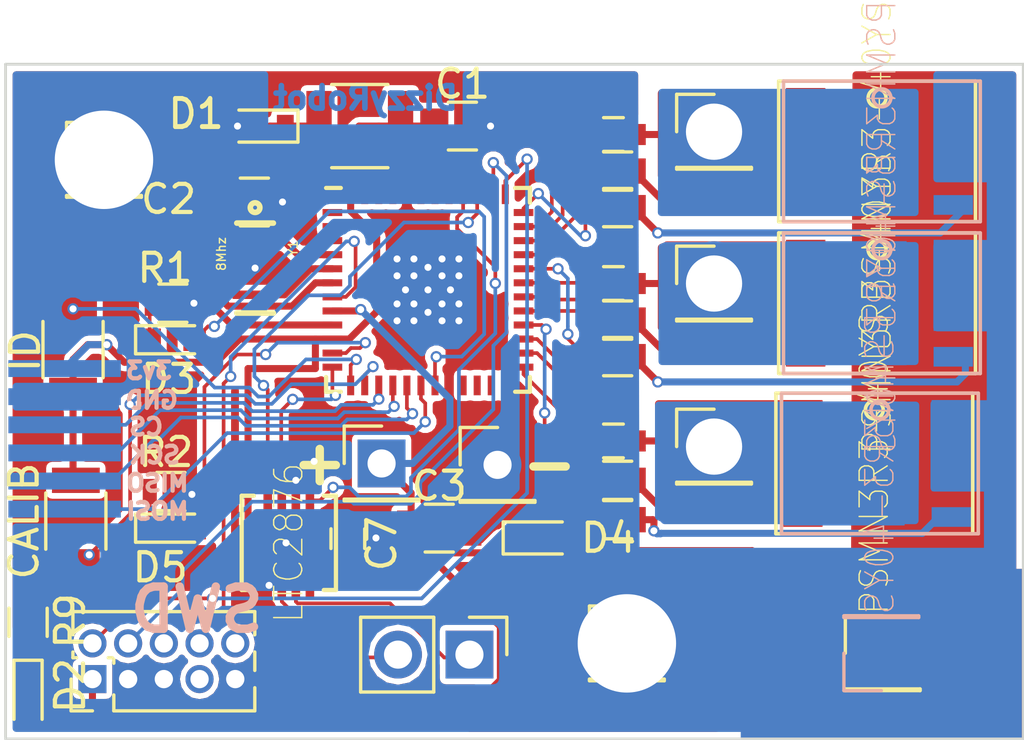
<source format=kicad_pcb>
(kicad_pcb (version 4) (host pcbnew 4.0.6)

  (general
    (links 125)
    (no_connects 0)
    (area 147.345 90.569999 185.13 122.058571)
    (thickness 1.6)
    (drawings 14)
    (tracks 490)
    (zones 0)
    (modules 45)
    (nets 62)
  )

  (page A4)
  (layers
    (0 F.Cu signal)
    (31 B.Cu signal)
    (32 B.Adhes user hide)
    (33 F.Adhes user hide)
    (34 B.Paste user hide)
    (35 F.Paste user hide)
    (36 B.SilkS user)
    (37 F.SilkS user)
    (38 B.Mask user)
    (39 F.Mask user)
    (40 Dwgs.User user hide)
    (41 Cmts.User user hide)
    (42 Eco1.User user hide)
    (43 Eco2.User user hide)
    (44 Edge.Cuts user)
    (45 Margin user hide)
    (46 B.CrtYd user hide)
    (47 F.CrtYd user hide)
    (48 B.Fab user hide)
    (49 F.Fab user hide)
  )

  (setup
    (last_trace_width 0.13)
    (user_trace_width 0.13)
    (user_trace_width 0.25)
    (trace_clearance 0.13)
    (zone_clearance 0.2)
    (zone_45_only no)
    (trace_min 0.1)
    (segment_width 0.2)
    (edge_width 0.1)
    (via_size 0.4)
    (via_drill 0.25)
    (via_min_size 0.2)
    (via_min_drill 0.2)
    (user_via 0.4 0.25)
    (user_via 6 3.5)
    (uvia_size 0.3)
    (uvia_drill 0.1)
    (uvias_allowed no)
    (uvia_min_size 0.2)
    (uvia_min_drill 0.1)
    (pcb_text_width 0.3)
    (pcb_text_size 1.5 1.5)
    (mod_edge_width 0.15)
    (mod_text_size 1 1)
    (mod_text_width 0.15)
    (pad_size 6 6)
    (pad_drill 3.5)
    (pad_to_mask_clearance 0)
    (aux_axis_origin 0 0)
    (visible_elements 7FFEEFFF)
    (pcbplotparams
      (layerselection 0x010f0_80000001)
      (usegerberextensions false)
      (excludeedgelayer true)
      (linewidth 0.100000)
      (plotframeref false)
      (viasonmask false)
      (mode 1)
      (useauxorigin false)
      (hpglpennumber 1)
      (hpglpenspeed 20)
      (hpglpendiameter 15)
      (hpglpenoverlay 2)
      (psnegative false)
      (psa4output false)
      (plotreference true)
      (plotvalue false)
      (plotinvisibletext false)
      (padsonsilk false)
      (subtractmaskfromsilk false)
      (outputformat 1)
      (mirror false)
      (drillshape 0)
      (scaleselection 1)
      (outputdirectory Gerber))
  )

  (net 0 "")
  (net 1 +3V3)
  (net 2 Earth)
  (net 3 "Net-(C2-Pad2)")
  (net 4 VM)
  (net 5 O1)
  (net 6 BOOT1)
  (net 7 O2)
  (net 8 BOOT2)
  (net 9 O3)
  (net 10 BOOT3)
  (net 11 "Net-(D1-Pad1)")
  (net 12 "Net-(D2-Pad1)")
  (net 13 "Net-(D3-Pad2)")
  (net 14 "Net-(D3-Pad1)")
  (net 15 +12V)
  (net 16 "Net-(D5-Pad2)")
  (net 17 "Net-(D5-Pad1)")
  (net 18 NRST)
  (net 19 SWDCLK)
  (net 20 SWDIO)
  (net 21 MOSI)
  (net 22 MISO)
  (net 23 SCK)
  (net 24 CS)
  (net 25 RS-B)
  (net 26 RS-A)
  (net 27 "Net-(Q1-Pad4)")
  (net 28 "Net-(Q2-Pad4)")
  (net 29 "Net-(Q3-Pad4)")
  (net 30 "Net-(Q4-Pad4)")
  (net 31 "Net-(Q5-Pad4)")
  (net 32 "Net-(Q6-Pad4)")
  (net 33 H1)
  (net 34 L1)
  (net 35 H2)
  (net 36 L2)
  (net 37 H3)
  (net 38 L3)
  (net 39 "Net-(SW1-Pad1)")
  (net 40 "Net-(SW2-Pad1)")
  (net 41 "Net-(U1-Pad1)")
  (net 42 "Net-(U1-Pad2)")
  (net 43 "Net-(U1-Pad3)")
  (net 44 "Net-(U1-Pad4)")
  (net 45 "Net-(U1-Pad5)")
  (net 46 DE)
  (net 47 "Net-(U1-Pad21)")
  (net 48 "Net-(U1-Pad22)")
  (net 49 "Net-(U1-Pad23)")
  (net 50 "Net-(U1-Pad24)")
  (net 51 TX)
  (net 52 RX)
  (net 53 "Net-(U1-Pad41)")
  (net 54 "Net-(U1-Pad42)")
  (net 55 "Net-(U1-Pad43)")
  (net 56 "Net-(U1-Pad45)")
  (net 57 "Net-(U1-Pad46)")
  (net 58 "Net-(U1-Pad47)")
  (net 59 "Net-(J1-Pad6)")
  (net 60 "Net-(J1-Pad7)")
  (net 61 "Net-(J1-Pad8)")

  (net_class Default "This is the default net class."
    (clearance 0.13)
    (trace_width 0.13)
    (via_dia 0.4)
    (via_drill 0.25)
    (uvia_dia 0.3)
    (uvia_drill 0.1)
    (add_net +12V)
    (add_net +3V3)
    (add_net BOOT1)
    (add_net BOOT2)
    (add_net BOOT3)
    (add_net CS)
    (add_net DE)
    (add_net Earth)
    (add_net H1)
    (add_net H2)
    (add_net H3)
    (add_net L1)
    (add_net L2)
    (add_net L3)
    (add_net MISO)
    (add_net MOSI)
    (add_net NRST)
    (add_net "Net-(C2-Pad2)")
    (add_net "Net-(D1-Pad1)")
    (add_net "Net-(D2-Pad1)")
    (add_net "Net-(D3-Pad1)")
    (add_net "Net-(D3-Pad2)")
    (add_net "Net-(D5-Pad1)")
    (add_net "Net-(D5-Pad2)")
    (add_net "Net-(J1-Pad6)")
    (add_net "Net-(J1-Pad7)")
    (add_net "Net-(J1-Pad8)")
    (add_net "Net-(Q1-Pad4)")
    (add_net "Net-(Q2-Pad4)")
    (add_net "Net-(Q3-Pad4)")
    (add_net "Net-(Q4-Pad4)")
    (add_net "Net-(Q5-Pad4)")
    (add_net "Net-(Q6-Pad4)")
    (add_net "Net-(SW1-Pad1)")
    (add_net "Net-(SW2-Pad1)")
    (add_net "Net-(U1-Pad1)")
    (add_net "Net-(U1-Pad2)")
    (add_net "Net-(U1-Pad21)")
    (add_net "Net-(U1-Pad22)")
    (add_net "Net-(U1-Pad23)")
    (add_net "Net-(U1-Pad24)")
    (add_net "Net-(U1-Pad3)")
    (add_net "Net-(U1-Pad4)")
    (add_net "Net-(U1-Pad41)")
    (add_net "Net-(U1-Pad42)")
    (add_net "Net-(U1-Pad43)")
    (add_net "Net-(U1-Pad45)")
    (add_net "Net-(U1-Pad46)")
    (add_net "Net-(U1-Pad47)")
    (add_net "Net-(U1-Pad5)")
    (add_net O1)
    (add_net O2)
    (add_net O3)
    (add_net RS-A)
    (add_net RS-B)
    (add_net RX)
    (add_net SCK)
    (add_net SWDCLK)
    (add_net SWDIO)
    (add_net TX)
    (add_net VM)
  )

  (module Pin_Headers:Pin_Header_Straight_1x02_Pitch2.54mm (layer F.Cu) (tedit 5A2FC5A9) (tstamp 5A06E989)
    (at 165.3 114 270)
    (descr "Through hole straight pin header, 1x02, 2.54mm pitch, single row")
    (tags "Through hole pin header THT 1x02 2.54mm single row")
    (path /59777EAC)
    (fp_text reference J3 (at 0 -2.33 270) (layer F.SilkS) hide
      (effects (font (size 1 1) (thickness 0.15)))
    )
    (fp_text value RS485 (at 0 4.87 270) (layer F.Fab)
      (effects (font (size 1 1) (thickness 0.15)))
    )
    (fp_line (start -0.635 -1.27) (end 1.27 -1.27) (layer F.Fab) (width 0.1))
    (fp_line (start 1.27 -1.27) (end 1.27 3.81) (layer F.Fab) (width 0.1))
    (fp_line (start 1.27 3.81) (end -1.27 3.81) (layer F.Fab) (width 0.1))
    (fp_line (start -1.27 3.81) (end -1.27 -0.635) (layer F.Fab) (width 0.1))
    (fp_line (start -1.27 -0.635) (end -0.635 -1.27) (layer F.Fab) (width 0.1))
    (fp_line (start -1.33 3.87) (end 1.33 3.87) (layer F.SilkS) (width 0.12))
    (fp_line (start -1.33 1.27) (end -1.33 3.87) (layer F.SilkS) (width 0.12))
    (fp_line (start 1.33 1.27) (end 1.33 3.87) (layer F.SilkS) (width 0.12))
    (fp_line (start -1.33 1.27) (end 1.33 1.27) (layer F.SilkS) (width 0.12))
    (fp_line (start -1.33 0) (end -1.33 -1.33) (layer F.SilkS) (width 0.12))
    (fp_line (start -1.33 -1.33) (end 0 -1.33) (layer F.SilkS) (width 0.12))
    (fp_line (start -1.8 -1.8) (end -1.8 4.35) (layer F.CrtYd) (width 0.05))
    (fp_line (start -1.8 4.35) (end 1.8 4.35) (layer F.CrtYd) (width 0.05))
    (fp_line (start 1.8 4.35) (end 1.8 -1.8) (layer F.CrtYd) (width 0.05))
    (fp_line (start 1.8 -1.8) (end -1.8 -1.8) (layer F.CrtYd) (width 0.05))
    (fp_text user %R (at 0.1 1.27 360) (layer F.Fab) hide
      (effects (font (size 1 1) (thickness 0.15)))
    )
    (pad 1 thru_hole rect (at 0 0 270) (size 1.7 1.7) (drill 1) (layers *.Cu *.Mask)
      (net 25 RS-B))
    (pad 2 thru_hole oval (at 0 2.54 270) (size 1.7 1.7) (drill 1) (layers *.Cu *.Mask)
      (net 26 RS-A))
    (model ${KISYS3DMOD}/Pin_Headers.3dshapes/Pin_Header_Straight_1x02_Pitch2.54mm.wrl
      (at (xyz 0 0 0))
      (scale (xyz 1 1 1))
      (rotate (xyz 0 0 0))
    )
  )

  (module Dizzy:PSMN3R3-40YS (layer B.Cu) (tedit 5A0815F1) (tstamp 5A06EA93)
    (at 179.97 96.1 270)
    (path /59775732)
    (attr smd)
    (fp_text reference Q2 (at -0.9144 4.2164 270) (layer B.SilkS) hide
      (effects (font (size 0.64 0.64) (thickness 0.05)) (justify mirror))
    )
    (fp_text value PSMN3R3-40YS (at 0 0 270) (layer B.SilkS)
      (effects (font (size 1 0.9) (thickness 0.05)) (justify mirror))
    )
    (fp_line (start -2.5 3.5) (end 2.5 3.5) (layer B.SilkS) (width 0.127))
    (fp_line (start 2.5 3.5) (end 2.5 -3.5) (layer B.SilkS) (width 0.127))
    (fp_line (start 2.5 -3.5) (end -2.5 -3.5) (layer B.SilkS) (width 0.127))
    (fp_line (start -2.5 -3.5) (end -2.5 3.5) (layer B.SilkS) (width 0.127))
    (fp_circle (center -1.905 0) (end -1.5875 0) (layer B.SilkS) (width 0.127))
    (fp_line (start -2.5 3.5) (end -2.5 -3.5) (layer Dwgs.User) (width 0.127))
    (fp_line (start -2.5 -3.5) (end 2.5 -3.5) (layer Dwgs.User) (width 0.127))
    (fp_line (start 2.5 -3.5) (end 2.5 3.5) (layer Dwgs.User) (width 0.127))
    (fp_line (start 2.5 3.5) (end -2.5 3.5) (layer Dwgs.User) (width 0.127))
    (fp_poly (pts (xy -2.413 3.429) (xy 2.413 3.429) (xy 2.413 -3.429) (xy -2.413 -3.429)) (layer Dwgs.User) (width 0.381))
    (pad 1 smd rect (at -1.905 -2.54) (size 1.4 0.7) (layers B.Cu B.Paste B.Mask)
      (net 2 Earth))
    (pad 2 smd rect (at -0.635 -2.54) (size 1.4 0.7) (layers B.Cu B.Paste B.Mask)
      (net 2 Earth))
    (pad 3 smd rect (at 0.635 -2.54) (size 1.4 0.7) (layers B.Cu B.Paste B.Mask)
      (net 2 Earth))
    (pad 4 smd rect (at 1.905 -2.54) (size 1.4 0.7) (layers B.Cu B.Paste B.Mask)
      (net 28 "Net-(Q2-Pad4)"))
    (pad 5678 smd rect (at 0 1.27) (size 4.3 4.41) (layers B.Cu B.Paste B.Mask)
      (net 5 O1))
  )

  (module Resistors_SMD:R_0603 (layer F.Cu) (tedit 5A2FCCD8) (tstamp 5A06EB67)
    (at 170.572 109.2 180)
    (descr "Resistor SMD 0603, reflow soldering, Vishay (see dcrcw.pdf)")
    (tags "resistor 0603")
    (path /597854FC)
    (attr smd)
    (fp_text reference R8 (at 2.398 0.0008 180) (layer F.SilkS) hide
      (effects (font (size 1 1) (thickness 0.15)))
    )
    (fp_text value 10 (at 0 1.5 180) (layer F.Fab)
      (effects (font (size 1 1) (thickness 0.15)))
    )
    (fp_text user %R (at 0 0 180) (layer F.Fab)
      (effects (font (size 0.4 0.4) (thickness 0.075)))
    )
    (fp_line (start -0.8 0.4) (end -0.8 -0.4) (layer F.Fab) (width 0.1))
    (fp_line (start 0.8 0.4) (end -0.8 0.4) (layer F.Fab) (width 0.1))
    (fp_line (start 0.8 -0.4) (end 0.8 0.4) (layer F.Fab) (width 0.1))
    (fp_line (start -0.8 -0.4) (end 0.8 -0.4) (layer F.Fab) (width 0.1))
    (fp_line (start 0.5 0.68) (end -0.5 0.68) (layer F.SilkS) (width 0.12))
    (fp_line (start -0.5 -0.68) (end 0.5 -0.68) (layer F.SilkS) (width 0.12))
    (fp_line (start -1.25 -0.7) (end 1.25 -0.7) (layer F.CrtYd) (width 0.05))
    (fp_line (start -1.25 -0.7) (end -1.25 0.7) (layer F.CrtYd) (width 0.05))
    (fp_line (start 1.25 0.7) (end 1.25 -0.7) (layer F.CrtYd) (width 0.05))
    (fp_line (start 1.25 0.7) (end -1.25 0.7) (layer F.CrtYd) (width 0.05))
    (pad 1 smd rect (at -0.75 0 180) (size 0.5 0.9) (layers F.Cu F.Paste F.Mask)
      (net 32 "Net-(Q6-Pad4)"))
    (pad 2 smd rect (at 0.75 0 180) (size 0.5 0.9) (layers F.Cu F.Paste F.Mask)
      (net 38 L3))
    (model ${KISYS3DMOD}/Resistors_SMD.3dshapes/R_0603.wrl
      (at (xyz 0 0 0))
      (scale (xyz 1 1 1))
      (rotate (xyz 0 0 0))
    )
  )

  (module Capacitors_SMD:C_0805 (layer F.Cu) (tedit 58AA8463) (tstamp 5A06E86B)
    (at 165.05 95.2)
    (descr "Capacitor SMD 0805, reflow soldering, AVX (see smccp.pdf)")
    (tags "capacitor 0805")
    (path /597BE295)
    (attr smd)
    (fp_text reference C1 (at 0 -1.5) (layer F.SilkS)
      (effects (font (size 1 1) (thickness 0.15)))
    )
    (fp_text value 100uF (at 0 1.75) (layer F.Fab)
      (effects (font (size 1 1) (thickness 0.15)))
    )
    (fp_text user %R (at 0 -1.5) (layer F.Fab)
      (effects (font (size 1 1) (thickness 0.15)))
    )
    (fp_line (start -1 0.62) (end -1 -0.62) (layer F.Fab) (width 0.1))
    (fp_line (start 1 0.62) (end -1 0.62) (layer F.Fab) (width 0.1))
    (fp_line (start 1 -0.62) (end 1 0.62) (layer F.Fab) (width 0.1))
    (fp_line (start -1 -0.62) (end 1 -0.62) (layer F.Fab) (width 0.1))
    (fp_line (start 0.5 -0.85) (end -0.5 -0.85) (layer F.SilkS) (width 0.12))
    (fp_line (start -0.5 0.85) (end 0.5 0.85) (layer F.SilkS) (width 0.12))
    (fp_line (start -1.75 -0.88) (end 1.75 -0.88) (layer F.CrtYd) (width 0.05))
    (fp_line (start -1.75 -0.88) (end -1.75 0.87) (layer F.CrtYd) (width 0.05))
    (fp_line (start 1.75 0.87) (end 1.75 -0.88) (layer F.CrtYd) (width 0.05))
    (fp_line (start 1.75 0.87) (end -1.75 0.87) (layer F.CrtYd) (width 0.05))
    (pad 1 smd rect (at -1 0) (size 1 1.25) (layers F.Cu F.Paste F.Mask)
      (net 1 +3V3))
    (pad 2 smd rect (at 1 0) (size 1 1.25) (layers F.Cu F.Paste F.Mask)
      (net 2 Earth))
    (model Capacitors_SMD.3dshapes/C_0805.wrl
      (at (xyz 0 0 0))
      (scale (xyz 1 1 1))
      (rotate (xyz 0 0 0))
    )
  )

  (module LEDs:LED_0603 (layer F.Cu) (tedit 5A2FCC57) (tstamp 5A06E913)
    (at 154.725 102.8)
    (descr "LED 0603 smd package")
    (tags "LED led 0603 SMD smd SMT smt smdled SMDLED smtled SMTLED")
    (path /59C94485)
    (attr smd)
    (fp_text reference D3 (at -0.125 1.4) (layer F.SilkS)
      (effects (font (size 1 1) (thickness 0.15)))
    )
    (fp_text value LED (at 0 1.35) (layer F.Fab)
      (effects (font (size 1 1) (thickness 0.15)))
    )
    (fp_line (start -1.3 -0.5) (end -1.3 0.5) (layer F.SilkS) (width 0.12))
    (fp_line (start -0.2 -0.2) (end -0.2 0.2) (layer F.Fab) (width 0.1))
    (fp_line (start -0.15 0) (end 0.15 -0.2) (layer F.Fab) (width 0.1))
    (fp_line (start 0.15 0.2) (end -0.15 0) (layer F.Fab) (width 0.1))
    (fp_line (start 0.15 -0.2) (end 0.15 0.2) (layer F.Fab) (width 0.1))
    (fp_line (start 0.8 0.4) (end -0.8 0.4) (layer F.Fab) (width 0.1))
    (fp_line (start 0.8 -0.4) (end 0.8 0.4) (layer F.Fab) (width 0.1))
    (fp_line (start -0.8 -0.4) (end 0.8 -0.4) (layer F.Fab) (width 0.1))
    (fp_line (start -0.8 0.4) (end -0.8 -0.4) (layer F.Fab) (width 0.1))
    (fp_line (start -1.3 0.5) (end 0.8 0.5) (layer F.SilkS) (width 0.12))
    (fp_line (start -1.3 -0.5) (end 0.8 -0.5) (layer F.SilkS) (width 0.12))
    (fp_line (start 1.45 -0.65) (end 1.45 0.65) (layer F.CrtYd) (width 0.05))
    (fp_line (start 1.45 0.65) (end -1.45 0.65) (layer F.CrtYd) (width 0.05))
    (fp_line (start -1.45 0.65) (end -1.45 -0.65) (layer F.CrtYd) (width 0.05))
    (fp_line (start -1.45 -0.65) (end 1.45 -0.65) (layer F.CrtYd) (width 0.05))
    (pad 2 smd rect (at 0.8 0 180) (size 0.8 0.8) (layers F.Cu F.Paste F.Mask)
      (net 13 "Net-(D3-Pad2)"))
    (pad 1 smd rect (at -0.8 0 180) (size 0.8 0.8) (layers F.Cu F.Paste F.Mask)
      (net 14 "Net-(D3-Pad1)"))
    (model ${KISYS3DMOD}/LEDs.3dshapes/LED_0603.wrl
      (at (xyz 0 0 0))
      (scale (xyz 1 1 1))
      (rotate (xyz 0 0 180))
    )
  )

  (module Inductors_SMD:L_1210 (layer F.Cu) (tedit 5A081559) (tstamp 5A06EA6D)
    (at 161.4 95.2)
    (descr "Resistor SMD 1210, reflow soldering, Vishay (see dcrcw.pdf)")
    (tags "resistor 1210")
    (path /59775315)
    (attr smd)
    (fp_text reference L1 (at 0 -2.7) (layer F.SilkS) hide
      (effects (font (size 1 1) (thickness 0.15)))
    )
    (fp_text value 22uH (at 0 2.7) (layer F.Fab)
      (effects (font (size 1 1) (thickness 0.15)))
    )
    (fp_text user %R (at 0 0) (layer F.Fab)
      (effects (font (size 0.5 0.5) (thickness 0.075)))
    )
    (fp_line (start -1.6 1.25) (end -1.6 -1.25) (layer F.Fab) (width 0.1))
    (fp_line (start 1.6 1.25) (end -1.6 1.25) (layer F.Fab) (width 0.1))
    (fp_line (start 1.6 -1.25) (end 1.6 1.25) (layer F.Fab) (width 0.1))
    (fp_line (start -1.6 -1.25) (end 1.6 -1.25) (layer F.Fab) (width 0.1))
    (fp_line (start -2.2 -1.6) (end 2.2 -1.6) (layer F.CrtYd) (width 0.05))
    (fp_line (start -2.2 1.6) (end 2.2 1.6) (layer F.CrtYd) (width 0.05))
    (fp_line (start -2.2 -1.6) (end -2.2 1.6) (layer F.CrtYd) (width 0.05))
    (fp_line (start 2.2 -1.6) (end 2.2 1.6) (layer F.CrtYd) (width 0.05))
    (fp_line (start 1 1.48) (end -1 1.48) (layer F.SilkS) (width 0.12))
    (fp_line (start -1 -1.48) (end 1 -1.48) (layer F.SilkS) (width 0.12))
    (pad 1 smd rect (at -1.45 0) (size 0.9 2.5) (layers F.Cu F.Paste F.Mask)
      (net 11 "Net-(D1-Pad1)"))
    (pad 2 smd rect (at 1.45 0) (size 0.9 2.5) (layers F.Cu F.Paste F.Mask)
      (net 1 +3V3))
    (model ${KISYS3DMOD}/Inductors_SMD.3dshapes/L_1210.wrl
      (at (xyz 0 0 0))
      (scale (xyz 1 1 1))
      (rotate (xyz 0 0 0))
    )
  )

  (module Pin_Headers:Pin_Header_Straight_1x01_Pitch2.54mm (layer F.Cu) (tedit 5A61F178) (tstamp 5A06EA5C)
    (at 174 106.6)
    (descr "Through hole straight pin header, 1x01, 2.54mm pitch, single row")
    (tags "Through hole pin header THT 1x01 2.54mm single row")
    (path /59CA3FA6)
    (fp_text reference J13 (at 0 -2.33) (layer F.SilkS) hide
      (effects (font (size 1 1) (thickness 0.15)))
    )
    (fp_text value W (at 0 2.33) (layer F.Fab)
      (effects (font (size 1 1) (thickness 0.15)))
    )
    (fp_line (start -0.635 -1.27) (end 1.27 -1.27) (layer F.Fab) (width 0.1))
    (fp_line (start 1.27 -1.27) (end 1.27 1.27) (layer F.Fab) (width 0.1))
    (fp_line (start 1.27 1.27) (end -1.27 1.27) (layer F.Fab) (width 0.1))
    (fp_line (start -1.27 1.27) (end -1.27 -0.635) (layer F.Fab) (width 0.1))
    (fp_line (start -1.27 -0.635) (end -0.635 -1.27) (layer F.Fab) (width 0.1))
    (fp_line (start -1.33 1.33) (end 1.33 1.33) (layer F.SilkS) (width 0.12))
    (fp_line (start -1.33 1.27) (end -1.33 1.33) (layer F.SilkS) (width 0.12))
    (fp_line (start 1.33 1.27) (end 1.33 1.33) (layer F.SilkS) (width 0.12))
    (fp_line (start -1.33 1.27) (end 1.33 1.27) (layer F.SilkS) (width 0.12))
    (fp_line (start -1.33 0) (end -1.33 -1.33) (layer F.SilkS) (width 0.12))
    (fp_line (start -1.33 -1.33) (end 0 -1.33) (layer F.SilkS) (width 0.12))
    (fp_line (start -1.8 -1.8) (end -1.8 1.8) (layer F.CrtYd) (width 0.05))
    (fp_line (start -1.8 1.8) (end 1.8 1.8) (layer F.CrtYd) (width 0.05))
    (fp_line (start 1.8 1.8) (end 1.8 -1.8) (layer F.CrtYd) (width 0.05))
    (fp_line (start 1.8 -1.8) (end -1.8 -1.8) (layer F.CrtYd) (width 0.05))
    (fp_text user %R (at 0 0 90) (layer F.Fab)
      (effects (font (size 1 1) (thickness 0.15)))
    )
    (pad 1 thru_hole circle (at 0 0) (size 3 3) (drill 2) (layers *.Cu *.Mask)
      (net 9 O3))
    (model ${KISYS3DMOD}/Pin_Headers.3dshapes/Pin_Header_Straight_1x01_Pitch2.54mm.wrl
      (at (xyz 0 0 0))
      (scale (xyz 1 1 1))
      (rotate (xyz 0 0 0))
    )
  )

  (module Pin_Headers:Pin_Header_Straight_1x01_Pitch2.54mm (layer F.Cu) (tedit 5A61FD1D) (tstamp 5A06E9C9)
    (at 180 113.95)
    (descr "Through hole straight pin header, 1x01, 2.54mm pitch, single row")
    (tags "Through hole pin header THT 1x01 2.54mm single row")
    (path /59CA4EC4)
    (fp_text reference J6 (at 0 -2.33) (layer F.SilkS) hide
      (effects (font (size 1 1) (thickness 0.15)))
    )
    (fp_text value 12 (at 0 2.33) (layer F.Fab)
      (effects (font (size 1 1) (thickness 0.15)))
    )
    (fp_line (start -0.635 -1.27) (end 1.27 -1.27) (layer F.Fab) (width 0.1))
    (fp_line (start 1.27 -1.27) (end 1.27 1.27) (layer F.Fab) (width 0.1))
    (fp_line (start 1.27 1.27) (end -1.27 1.27) (layer F.Fab) (width 0.1))
    (fp_line (start -1.27 1.27) (end -1.27 -0.635) (layer F.Fab) (width 0.1))
    (fp_line (start -1.27 -0.635) (end -0.635 -1.27) (layer F.Fab) (width 0.1))
    (fp_line (start -1.33 1.33) (end 1.33 1.33) (layer F.SilkS) (width 0.12))
    (fp_line (start -1.33 1.27) (end -1.33 1.33) (layer F.SilkS) (width 0.12))
    (fp_line (start 1.33 1.27) (end 1.33 1.33) (layer F.SilkS) (width 0.12))
    (fp_line (start -1.33 1.27) (end 1.33 1.27) (layer F.SilkS) (width 0.12))
    (fp_line (start -1.33 0) (end -1.33 -1.33) (layer F.SilkS) (width 0.12))
    (fp_line (start -1.33 -1.33) (end 0 -1.33) (layer F.SilkS) (width 0.12))
    (fp_line (start -1.8 -1.8) (end -1.8 1.8) (layer F.CrtYd) (width 0.05))
    (fp_line (start -1.8 1.8) (end 1.8 1.8) (layer F.CrtYd) (width 0.05))
    (fp_line (start 1.8 1.8) (end 1.8 -1.8) (layer F.CrtYd) (width 0.05))
    (fp_line (start 1.8 -1.8) (end -1.8 -1.8) (layer F.CrtYd) (width 0.05))
    (fp_text user %R (at 0 0 90) (layer F.Fab)
      (effects (font (size 1 1) (thickness 0.15)))
    )
    (pad 1 smd rect (at 0 0) (size 10 6) (layers F.Cu F.Paste F.Mask)
      (net 15 +12V))
    (model ${KISYS3DMOD}/Pin_Headers.3dshapes/Pin_Header_Straight_1x01_Pitch2.54mm.wrl
      (at (xyz 0 0 0))
      (scale (xyz 1 1 1))
      (rotate (xyz 0 0 0))
    )
  )

  (module Pin_Headers:Pin_Header_Straight_1x01_Pitch2.54mm (layer F.Cu) (tedit 5A61F15A) (tstamp 5A06EA32)
    (at 174 95.4)
    (descr "Through hole straight pin header, 1x01, 2.54mm pitch, single row")
    (tags "Through hole pin header THT 1x01 2.54mm single row")
    (path /59CA3DE6)
    (fp_text reference J11 (at 0 -2.33) (layer F.SilkS) hide
      (effects (font (size 1 1) (thickness 0.15)))
    )
    (fp_text value V (at 0 2.33) (layer F.Fab)
      (effects (font (size 1 1) (thickness 0.15)))
    )
    (fp_line (start -0.635 -1.27) (end 1.27 -1.27) (layer F.Fab) (width 0.1))
    (fp_line (start 1.27 -1.27) (end 1.27 1.27) (layer F.Fab) (width 0.1))
    (fp_line (start 1.27 1.27) (end -1.27 1.27) (layer F.Fab) (width 0.1))
    (fp_line (start -1.27 1.27) (end -1.27 -0.635) (layer F.Fab) (width 0.1))
    (fp_line (start -1.27 -0.635) (end -0.635 -1.27) (layer F.Fab) (width 0.1))
    (fp_line (start -1.33 1.33) (end 1.33 1.33) (layer F.SilkS) (width 0.12))
    (fp_line (start -1.33 1.27) (end -1.33 1.33) (layer F.SilkS) (width 0.12))
    (fp_line (start 1.33 1.27) (end 1.33 1.33) (layer F.SilkS) (width 0.12))
    (fp_line (start -1.33 1.27) (end 1.33 1.27) (layer F.SilkS) (width 0.12))
    (fp_line (start -1.33 0) (end -1.33 -1.33) (layer F.SilkS) (width 0.12))
    (fp_line (start -1.33 -1.33) (end 0 -1.33) (layer F.SilkS) (width 0.12))
    (fp_line (start -1.8 -1.8) (end -1.8 1.8) (layer F.CrtYd) (width 0.05))
    (fp_line (start -1.8 1.8) (end 1.8 1.8) (layer F.CrtYd) (width 0.05))
    (fp_line (start 1.8 1.8) (end 1.8 -1.8) (layer F.CrtYd) (width 0.05))
    (fp_line (start 1.8 -1.8) (end -1.8 -1.8) (layer F.CrtYd) (width 0.05))
    (fp_text user %R (at 0 0 90) (layer F.Fab)
      (effects (font (size 1 1) (thickness 0.15)))
    )
    (pad 1 thru_hole circle (at 0 0) (size 3 3) (drill 2) (layers *.Cu *.Mask)
      (net 5 O1))
    (model ${KISYS3DMOD}/Pin_Headers.3dshapes/Pin_Header_Straight_1x01_Pitch2.54mm.wrl
      (at (xyz 0 0 0))
      (scale (xyz 1 1 1))
      (rotate (xyz 0 0 0))
    )
  )

  (module Pin_Headers:Pin_Header_Straight_1x01_Pitch2.54mm (layer F.Cu) (tedit 5A61F171) (tstamp 5A06EA47)
    (at 174 100.8)
    (descr "Through hole straight pin header, 1x01, 2.54mm pitch, single row")
    (tags "Through hole pin header THT 1x01 2.54mm single row")
    (path /59CA3E65)
    (fp_text reference J12 (at 0 -2.33) (layer F.SilkS) hide
      (effects (font (size 1 1) (thickness 0.15)))
    )
    (fp_text value U (at 0 2.33) (layer F.Fab)
      (effects (font (size 1 1) (thickness 0.15)))
    )
    (fp_line (start -0.635 -1.27) (end 1.27 -1.27) (layer F.Fab) (width 0.1))
    (fp_line (start 1.27 -1.27) (end 1.27 1.27) (layer F.Fab) (width 0.1))
    (fp_line (start 1.27 1.27) (end -1.27 1.27) (layer F.Fab) (width 0.1))
    (fp_line (start -1.27 1.27) (end -1.27 -0.635) (layer F.Fab) (width 0.1))
    (fp_line (start -1.27 -0.635) (end -0.635 -1.27) (layer F.Fab) (width 0.1))
    (fp_line (start -1.33 1.33) (end 1.33 1.33) (layer F.SilkS) (width 0.12))
    (fp_line (start -1.33 1.27) (end -1.33 1.33) (layer F.SilkS) (width 0.12))
    (fp_line (start 1.33 1.27) (end 1.33 1.33) (layer F.SilkS) (width 0.12))
    (fp_line (start -1.33 1.27) (end 1.33 1.27) (layer F.SilkS) (width 0.12))
    (fp_line (start -1.33 0) (end -1.33 -1.33) (layer F.SilkS) (width 0.12))
    (fp_line (start -1.33 -1.33) (end 0 -1.33) (layer F.SilkS) (width 0.12))
    (fp_line (start -1.8 -1.8) (end -1.8 1.8) (layer F.CrtYd) (width 0.05))
    (fp_line (start -1.8 1.8) (end 1.8 1.8) (layer F.CrtYd) (width 0.05))
    (fp_line (start 1.8 1.8) (end 1.8 -1.8) (layer F.CrtYd) (width 0.05))
    (fp_line (start 1.8 -1.8) (end -1.8 -1.8) (layer F.CrtYd) (width 0.05))
    (fp_text user %R (at 0 0 90) (layer F.Fab)
      (effects (font (size 1 1) (thickness 0.15)))
    )
    (pad 1 thru_hole circle (at 0 0) (size 3 3) (drill 2) (layers *.Cu *.Mask)
      (net 7 O2))
    (model ${KISYS3DMOD}/Pin_Headers.3dshapes/Pin_Header_Straight_1x01_Pitch2.54mm.wrl
      (at (xyz 0 0 0))
      (scale (xyz 1 1 1))
      (rotate (xyz 0 0 0))
    )
  )

  (module Dizzy:LTC2876 (layer F.Cu) (tedit 5A0815B0) (tstamp 5A06EC0B)
    (at 158.875 110.025 270)
    (path /5A06DBF8)
    (attr smd)
    (fp_text reference U2 (at 0 0 270) (layer F.SilkS) hide
      (effects (font (size 1 0.9) (thickness 0.05)))
    )
    (fp_text value LTC2876 (at 0 0 270) (layer F.SilkS)
      (effects (font (size 1 0.9) (thickness 0.05)))
    )
    (fp_line (start 1.6764 -1.2446) (end 1.6764 -1.6764) (layer F.SilkS) (width 0.1524))
    (fp_line (start -1.6764 1.2446) (end -1.6764 1.6764) (layer F.SilkS) (width 0.1524))
    (fp_line (start -1.6764 1.6764) (end 1.6764 1.6764) (layer F.SilkS) (width 0.1524))
    (fp_line (start 1.6764 1.6764) (end 1.6764 1.2446) (layer F.SilkS) (width 0.1524))
    (fp_line (start 1.6764 -1.6764) (end -1.6764 -1.6764) (layer F.SilkS) (width 0.1524))
    (fp_line (start -1.6764 -1.6764) (end -1.6764 -1.2446) (layer F.SilkS) (width 0.1524))
    (fp_line (start -1.5494 1.5494) (end 1.5494 1.5494) (layer Dwgs.User) (width 0.1524))
    (fp_line (start 1.5494 1.5494) (end 1.5494 -1.5494) (layer Dwgs.User) (width 0.1524))
    (fp_line (start 1.5494 -1.5494) (end 0.3048 -1.5494) (layer Dwgs.User) (width 0.1524))
    (fp_line (start 0.3048 -1.5494) (end -0.3048 -1.5494) (layer Dwgs.User) (width 0.1524))
    (fp_line (start -0.3048 -1.5494) (end -1.5494 -1.5494) (layer Dwgs.User) (width 0.1524))
    (fp_line (start -1.5494 -1.5494) (end -1.5494 1.5494) (layer Dwgs.User) (width 0.1524))
    (fp_arc (start 0 -1.5494) (end -0.3048 -1.5494) (angle -180) (layer Dwgs.User) (width 0.1524))
    (pad 1 smd rect (at -1.5113 -0.75 270) (size 0.889 0.3048) (layers F.Cu F.Paste F.Mask)
      (net 52 RX))
    (pad 2 smd rect (at -1.5113 -0.25 270) (size 0.889 0.3048) (layers F.Cu F.Paste F.Mask)
      (net 2 Earth))
    (pad 3 smd rect (at -1.5113 0.25 270) (size 0.889 0.3048) (layers F.Cu F.Paste F.Mask)
      (net 46 DE))
    (pad 4 smd rect (at -1.5113 0.75 270) (size 0.889 0.3048) (layers F.Cu F.Paste F.Mask)
      (net 51 TX))
    (pad 5 smd rect (at 1.5113 0.75 270) (size 0.889 0.3048) (layers F.Cu F.Paste F.Mask)
      (net 2 Earth))
    (pad 6 smd rect (at 1.5113 0.25 270) (size 0.889 0.3048) (layers F.Cu F.Paste F.Mask)
      (net 26 RS-A))
    (pad 7 smd rect (at 1.5113 -0.25 270) (size 0.889 0.3048) (layers F.Cu F.Paste F.Mask)
      (net 25 RS-B))
    (pad 8 smd rect (at 1.5113 -0.75 270) (size 0.889 0.3048) (layers F.Cu F.Paste F.Mask)
      (net 1 +3V3))
    (pad 9 smd rect (at 0 0.1 270) (size 0.6 2) (layers F.Cu F.Paste F.Mask)
      (net 2 Earth))
  )

  (module Capacitors_SMD:C_0603 (layer F.Cu) (tedit 5A2FCD0F) (tstamp 5A06E8D1)
    (at 160.975 109.875 270)
    (descr "Capacitor SMD 0603, reflow soldering, AVX (see smccp.pdf)")
    (tags "capacitor 0603")
    (path /59CA6694)
    (attr smd)
    (fp_text reference C7 (at 0.175 -1.2 270) (layer F.SilkS)
      (effects (font (size 1 1) (thickness 0.15)))
    )
    (fp_text value 1uF (at 0 1.5 270) (layer F.Fab)
      (effects (font (size 1 1) (thickness 0.15)))
    )
    (fp_line (start 1.4 0.65) (end -1.4 0.65) (layer F.CrtYd) (width 0.05))
    (fp_line (start 1.4 0.65) (end 1.4 -0.65) (layer F.CrtYd) (width 0.05))
    (fp_line (start -1.4 -0.65) (end -1.4 0.65) (layer F.CrtYd) (width 0.05))
    (fp_line (start -1.4 -0.65) (end 1.4 -0.65) (layer F.CrtYd) (width 0.05))
    (fp_line (start 0.35 0.6) (end -0.35 0.6) (layer F.SilkS) (width 0.12))
    (fp_line (start -0.35 -0.6) (end 0.35 -0.6) (layer F.SilkS) (width 0.12))
    (fp_line (start -0.8 -0.4) (end 0.8 -0.4) (layer F.Fab) (width 0.1))
    (fp_line (start 0.8 -0.4) (end 0.8 0.4) (layer F.Fab) (width 0.1))
    (fp_line (start 0.8 0.4) (end -0.8 0.4) (layer F.Fab) (width 0.1))
    (fp_line (start -0.8 0.4) (end -0.8 -0.4) (layer F.Fab) (width 0.1))
    (fp_text user %R (at 0 0 270) (layer F.Fab)
      (effects (font (size 0.3 0.3) (thickness 0.075)))
    )
    (pad 2 smd rect (at 0.75 0 270) (size 0.8 0.75) (layers F.Cu F.Paste F.Mask)
      (net 1 +3V3))
    (pad 1 smd rect (at -0.75 0 270) (size 0.8 0.75) (layers F.Cu F.Paste F.Mask)
      (net 2 Earth))
    (model Capacitors_SMD.3dshapes/C_0603.wrl
      (at (xyz 0 0 0))
      (scale (xyz 1 1 1))
      (rotate (xyz 0 0 0))
    )
  )

  (module LEDs:LED_0603 (layer F.Cu) (tedit 5A2FCC47) (tstamp 5A06E940)
    (at 154.725 109.5)
    (descr "LED 0603 smd package")
    (tags "LED led 0603 SMD smd SMT smt smdled SMDLED smtled SMTLED")
    (path /5A06D128)
    (attr smd)
    (fp_text reference D5 (at -0.425 1.4) (layer F.SilkS)
      (effects (font (size 1 1) (thickness 0.15)))
    )
    (fp_text value LED (at 0 1.35) (layer F.Fab)
      (effects (font (size 1 1) (thickness 0.15)))
    )
    (fp_line (start -1.3 -0.5) (end -1.3 0.5) (layer F.SilkS) (width 0.12))
    (fp_line (start -0.2 -0.2) (end -0.2 0.2) (layer F.Fab) (width 0.1))
    (fp_line (start -0.15 0) (end 0.15 -0.2) (layer F.Fab) (width 0.1))
    (fp_line (start 0.15 0.2) (end -0.15 0) (layer F.Fab) (width 0.1))
    (fp_line (start 0.15 -0.2) (end 0.15 0.2) (layer F.Fab) (width 0.1))
    (fp_line (start 0.8 0.4) (end -0.8 0.4) (layer F.Fab) (width 0.1))
    (fp_line (start 0.8 -0.4) (end 0.8 0.4) (layer F.Fab) (width 0.1))
    (fp_line (start -0.8 -0.4) (end 0.8 -0.4) (layer F.Fab) (width 0.1))
    (fp_line (start -0.8 0.4) (end -0.8 -0.4) (layer F.Fab) (width 0.1))
    (fp_line (start -1.3 0.5) (end 0.8 0.5) (layer F.SilkS) (width 0.12))
    (fp_line (start -1.3 -0.5) (end 0.8 -0.5) (layer F.SilkS) (width 0.12))
    (fp_line (start 1.45 -0.65) (end 1.45 0.65) (layer F.CrtYd) (width 0.05))
    (fp_line (start 1.45 0.65) (end -1.45 0.65) (layer F.CrtYd) (width 0.05))
    (fp_line (start -1.45 0.65) (end -1.45 -0.65) (layer F.CrtYd) (width 0.05))
    (fp_line (start -1.45 -0.65) (end 1.45 -0.65) (layer F.CrtYd) (width 0.05))
    (pad 2 smd rect (at 0.8 0 180) (size 0.8 0.8) (layers F.Cu F.Paste F.Mask)
      (net 16 "Net-(D5-Pad2)"))
    (pad 1 smd rect (at -0.8 0 180) (size 0.8 0.8) (layers F.Cu F.Paste F.Mask)
      (net 17 "Net-(D5-Pad1)"))
    (model ${KISYS3DMOD}/LEDs.3dshapes/LED_0603.wrl
      (at (xyz 0 0 0))
      (scale (xyz 1 1 1))
      (rotate (xyz 0 0 180))
    )
  )

  (module Resistors_SMD:R_0603 (layer F.Cu) (tedit 5A2FCC51) (tstamp 5A06EB01)
    (at 154.67857 108.2)
    (descr "Resistor SMD 0603, reflow soldering, Vishay (see dcrcw.pdf)")
    (tags "resistor 0603")
    (path /5A06D1FF)
    (attr smd)
    (fp_text reference R2 (at -0.17857 -1.4) (layer F.SilkS)
      (effects (font (size 1 1) (thickness 0.15)))
    )
    (fp_text value 200 (at 0 1.5) (layer F.Fab)
      (effects (font (size 1 1) (thickness 0.15)))
    )
    (fp_text user %R (at 0.09643 -1.1) (layer F.Fab)
      (effects (font (size 0.4 0.4) (thickness 0.075)))
    )
    (fp_line (start -0.8 0.4) (end -0.8 -0.4) (layer F.Fab) (width 0.1))
    (fp_line (start 0.8 0.4) (end -0.8 0.4) (layer F.Fab) (width 0.1))
    (fp_line (start 0.8 -0.4) (end 0.8 0.4) (layer F.Fab) (width 0.1))
    (fp_line (start -0.8 -0.4) (end 0.8 -0.4) (layer F.Fab) (width 0.1))
    (fp_line (start 0.5 0.68) (end -0.5 0.68) (layer F.SilkS) (width 0.12))
    (fp_line (start -0.5 -0.68) (end 0.5 -0.68) (layer F.SilkS) (width 0.12))
    (fp_line (start -1.25 -0.7) (end 1.25 -0.7) (layer F.CrtYd) (width 0.05))
    (fp_line (start -1.25 -0.7) (end -1.25 0.7) (layer F.CrtYd) (width 0.05))
    (fp_line (start 1.25 0.7) (end 1.25 -0.7) (layer F.CrtYd) (width 0.05))
    (fp_line (start 1.25 0.7) (end -1.25 0.7) (layer F.CrtYd) (width 0.05))
    (pad 1 smd rect (at -0.75 0) (size 0.5 0.9) (layers F.Cu F.Paste F.Mask)
      (net 17 "Net-(D5-Pad1)"))
    (pad 2 smd rect (at 0.75 0) (size 0.5 0.9) (layers F.Cu F.Paste F.Mask)
      (net 2 Earth))
    (model ${KISYS3DMOD}/Resistors_SMD.3dshapes/R_0603.wrl
      (at (xyz 0 0 0))
      (scale (xyz 1 1 1))
      (rotate (xyz 0 0 0))
    )
  )

  (module Dizzy:PSMN3R3-40YS (layer F.Cu) (tedit 5A0815D4) (tstamp 5A06EACC)
    (at 179.7 107.2 270)
    (path /597854E4)
    (attr smd)
    (fp_text reference Q5 (at -0.9144 -4.2164 270) (layer F.SilkS) hide
      (effects (font (size 0.64 0.64) (thickness 0.05)))
    )
    (fp_text value PSMN3R3-40YS (at 0 0 270) (layer F.SilkS)
      (effects (font (size 1 0.9) (thickness 0.05)))
    )
    (fp_line (start -2.5 -3.5) (end 2.5 -3.5) (layer F.SilkS) (width 0.127))
    (fp_line (start 2.5 -3.5) (end 2.5 3.5) (layer F.SilkS) (width 0.127))
    (fp_line (start 2.5 3.5) (end -2.5 3.5) (layer F.SilkS) (width 0.127))
    (fp_line (start -2.5 3.5) (end -2.5 -3.5) (layer F.SilkS) (width 0.127))
    (fp_circle (center -1.905 0) (end -1.5875 0) (layer F.SilkS) (width 0.127))
    (fp_line (start -2.5 -3.5) (end -2.5 3.5) (layer Dwgs.User) (width 0.127))
    (fp_line (start -2.5 3.5) (end 2.5 3.5) (layer Dwgs.User) (width 0.127))
    (fp_line (start 2.5 3.5) (end 2.5 -3.5) (layer Dwgs.User) (width 0.127))
    (fp_line (start 2.5 -3.5) (end -2.5 -3.5) (layer Dwgs.User) (width 0.127))
    (fp_poly (pts (xy -2.413 -3.429) (xy 2.413 -3.429) (xy 2.413 3.429) (xy -2.413 3.429)) (layer Dwgs.User) (width 0.381))
    (pad 1 smd rect (at -1.905 2.54 180) (size 1.4 0.7) (layers F.Cu F.Paste F.Mask)
      (net 9 O3))
    (pad 2 smd rect (at -0.635 2.54 180) (size 1.4 0.7) (layers F.Cu F.Paste F.Mask)
      (net 9 O3))
    (pad 3 smd rect (at 0.635 2.54 180) (size 1.4 0.7) (layers F.Cu F.Paste F.Mask)
      (net 9 O3))
    (pad 4 smd rect (at 1.905 2.54 180) (size 1.4 0.7) (layers F.Cu F.Paste F.Mask)
      (net 31 "Net-(Q5-Pad4)"))
    (pad 5678 smd rect (at 0 -1.27 180) (size 4.3 4.41) (layers F.Cu F.Paste F.Mask)
      (net 15 +12V))
  )

  (module Dizzy:PSMN3R3-40YS (layer F.Cu) (tedit 5A0815D0) (tstamp 5A06EAA6)
    (at 179.8 101.5 270)
    (path /59785356)
    (attr smd)
    (fp_text reference Q3 (at -0.9144 -4.2164 270) (layer F.SilkS) hide
      (effects (font (size 0.64 0.64) (thickness 0.05)))
    )
    (fp_text value PSMN3R3-40YS (at 0 0 270) (layer F.SilkS)
      (effects (font (size 1 0.9) (thickness 0.05)))
    )
    (fp_line (start -2.5 -3.5) (end 2.5 -3.5) (layer F.SilkS) (width 0.127))
    (fp_line (start 2.5 -3.5) (end 2.5 3.5) (layer F.SilkS) (width 0.127))
    (fp_line (start 2.5 3.5) (end -2.5 3.5) (layer F.SilkS) (width 0.127))
    (fp_line (start -2.5 3.5) (end -2.5 -3.5) (layer F.SilkS) (width 0.127))
    (fp_circle (center -1.905 0) (end -1.5875 0) (layer F.SilkS) (width 0.127))
    (fp_line (start -2.5 -3.5) (end -2.5 3.5) (layer Dwgs.User) (width 0.127))
    (fp_line (start -2.5 3.5) (end 2.5 3.5) (layer Dwgs.User) (width 0.127))
    (fp_line (start 2.5 3.5) (end 2.5 -3.5) (layer Dwgs.User) (width 0.127))
    (fp_line (start 2.5 -3.5) (end -2.5 -3.5) (layer Dwgs.User) (width 0.127))
    (fp_poly (pts (xy -2.413 -3.429) (xy 2.413 -3.429) (xy 2.413 3.429) (xy -2.413 3.429)) (layer Dwgs.User) (width 0.381))
    (pad 1 smd rect (at -1.905 2.54 180) (size 1.4 0.7) (layers F.Cu F.Paste F.Mask)
      (net 7 O2))
    (pad 2 smd rect (at -0.635 2.54 180) (size 1.4 0.7) (layers F.Cu F.Paste F.Mask)
      (net 7 O2))
    (pad 3 smd rect (at 0.635 2.54 180) (size 1.4 0.7) (layers F.Cu F.Paste F.Mask)
      (net 7 O2))
    (pad 4 smd rect (at 1.905 2.54 180) (size 1.4 0.7) (layers F.Cu F.Paste F.Mask)
      (net 29 "Net-(Q3-Pad4)"))
    (pad 5678 smd rect (at 0 -1.27 180) (size 4.3 4.41) (layers F.Cu F.Paste F.Mask)
      (net 15 +12V))
  )

  (module Capacitors_SMD:C_0805 (layer F.Cu) (tedit 5A2FCC7B) (tstamp 5A06E87C)
    (at 157.65 97.9 180)
    (descr "Capacitor SMD 0805, reflow soldering, AVX (see smccp.pdf)")
    (tags "capacitor 0805")
    (path /59C72B99)
    (attr smd)
    (fp_text reference C2 (at 3.05 0.1 180) (layer F.SilkS)
      (effects (font (size 1 1) (thickness 0.15)))
    )
    (fp_text value 22uF (at 0 1.75 180) (layer F.Fab)
      (effects (font (size 1 1) (thickness 0.15)))
    )
    (fp_text user %R (at 3.05 0.1 180) (layer F.SilkS) hide
      (effects (font (size 1 1) (thickness 0.15)))
    )
    (fp_line (start -1 0.62) (end -1 -0.62) (layer F.Fab) (width 0.1))
    (fp_line (start 1 0.62) (end -1 0.62) (layer F.Fab) (width 0.1))
    (fp_line (start 1 -0.62) (end 1 0.62) (layer F.Fab) (width 0.1))
    (fp_line (start -1 -0.62) (end 1 -0.62) (layer F.Fab) (width 0.1))
    (fp_line (start 0.5 -0.85) (end -0.5 -0.85) (layer F.SilkS) (width 0.12))
    (fp_line (start -0.5 0.85) (end 0.5 0.85) (layer F.SilkS) (width 0.12))
    (fp_line (start -1.75 -0.88) (end 1.75 -0.88) (layer F.CrtYd) (width 0.05))
    (fp_line (start -1.75 -0.88) (end -1.75 0.87) (layer F.CrtYd) (width 0.05))
    (fp_line (start 1.75 0.87) (end 1.75 -0.88) (layer F.CrtYd) (width 0.05))
    (fp_line (start 1.75 0.87) (end -1.75 0.87) (layer F.CrtYd) (width 0.05))
    (pad 1 smd rect (at -1 0 180) (size 1 1.25) (layers F.Cu F.Paste F.Mask)
      (net 2 Earth))
    (pad 2 smd rect (at 1 0 180) (size 1 1.25) (layers F.Cu F.Paste F.Mask)
      (net 3 "Net-(C2-Pad2)"))
    (model Capacitors_SMD.3dshapes/C_0805.wrl
      (at (xyz 0 0 0))
      (scale (xyz 1 1 1))
      (rotate (xyz 0 0 0))
    )
  )

  (module Capacitors_SMD:C_0805 (layer F.Cu) (tedit 58AA8463) (tstamp 5A06E88D)
    (at 164.225 109.5)
    (descr "Capacitor SMD 0805, reflow soldering, AVX (see smccp.pdf)")
    (tags "capacitor 0805")
    (path /5A072348)
    (attr smd)
    (fp_text reference C3 (at 0 -1.5) (layer F.SilkS)
      (effects (font (size 1 1) (thickness 0.15)))
    )
    (fp_text value 22uF (at 0 1.75) (layer F.Fab)
      (effects (font (size 1 1) (thickness 0.15)))
    )
    (fp_text user %R (at 0 -1.5) (layer F.Fab)
      (effects (font (size 1 1) (thickness 0.15)))
    )
    (fp_line (start -1 0.62) (end -1 -0.62) (layer F.Fab) (width 0.1))
    (fp_line (start 1 0.62) (end -1 0.62) (layer F.Fab) (width 0.1))
    (fp_line (start 1 -0.62) (end 1 0.62) (layer F.Fab) (width 0.1))
    (fp_line (start -1 -0.62) (end 1 -0.62) (layer F.Fab) (width 0.1))
    (fp_line (start 0.5 -0.85) (end -0.5 -0.85) (layer F.SilkS) (width 0.12))
    (fp_line (start -0.5 0.85) (end 0.5 0.85) (layer F.SilkS) (width 0.12))
    (fp_line (start -1.75 -0.88) (end 1.75 -0.88) (layer F.CrtYd) (width 0.05))
    (fp_line (start -1.75 -0.88) (end -1.75 0.87) (layer F.CrtYd) (width 0.05))
    (fp_line (start 1.75 0.87) (end 1.75 -0.88) (layer F.CrtYd) (width 0.05))
    (fp_line (start 1.75 0.87) (end -1.75 0.87) (layer F.CrtYd) (width 0.05))
    (pad 1 smd rect (at -1 0) (size 1 1.25) (layers F.Cu F.Paste F.Mask)
      (net 4 VM))
    (pad 2 smd rect (at 1 0) (size 1 1.25) (layers F.Cu F.Paste F.Mask)
      (net 2 Earth))
    (model Capacitors_SMD.3dshapes/C_0805.wrl
      (at (xyz 0 0 0))
      (scale (xyz 1 1 1))
      (rotate (xyz 0 0 0))
    )
  )

  (module Capacitors_SMD:C_0603 (layer F.Cu) (tedit 5A2FCCEB) (tstamp 5A06E89E)
    (at 170.422 95.5)
    (descr "Capacitor SMD 0603, reflow soldering, AVX (see smccp.pdf)")
    (tags "capacitor 0603")
    (path /59775905)
    (attr smd)
    (fp_text reference C4 (at -2.2456 -0.0916) (layer F.SilkS) hide
      (effects (font (size 1 1) (thickness 0.15)))
    )
    (fp_text value 1uF (at 0 1.5) (layer F.Fab)
      (effects (font (size 1 1) (thickness 0.15)))
    )
    (fp_line (start 1.4 0.65) (end -1.4 0.65) (layer F.CrtYd) (width 0.05))
    (fp_line (start 1.4 0.65) (end 1.4 -0.65) (layer F.CrtYd) (width 0.05))
    (fp_line (start -1.4 -0.65) (end -1.4 0.65) (layer F.CrtYd) (width 0.05))
    (fp_line (start -1.4 -0.65) (end 1.4 -0.65) (layer F.CrtYd) (width 0.05))
    (fp_line (start 0.35 0.6) (end -0.35 0.6) (layer F.SilkS) (width 0.12))
    (fp_line (start -0.35 -0.6) (end 0.35 -0.6) (layer F.SilkS) (width 0.12))
    (fp_line (start -0.8 -0.4) (end 0.8 -0.4) (layer F.Fab) (width 0.1))
    (fp_line (start 0.8 -0.4) (end 0.8 0.4) (layer F.Fab) (width 0.1))
    (fp_line (start 0.8 0.4) (end -0.8 0.4) (layer F.Fab) (width 0.1))
    (fp_line (start -0.8 0.4) (end -0.8 -0.4) (layer F.Fab) (width 0.1))
    (fp_text user %R (at 0 0) (layer F.Fab)
      (effects (font (size 0.3 0.3) (thickness 0.075)))
    )
    (pad 2 smd rect (at 0.75 0) (size 0.8 0.75) (layers F.Cu F.Paste F.Mask)
      (net 5 O1))
    (pad 1 smd rect (at -0.75 0) (size 0.8 0.75) (layers F.Cu F.Paste F.Mask)
      (net 6 BOOT1))
    (model Capacitors_SMD.3dshapes/C_0603.wrl
      (at (xyz 0 0 0))
      (scale (xyz 1 1 1))
      (rotate (xyz 0 0 0))
    )
  )

  (module Capacitors_SMD:C_0603 (layer F.Cu) (tedit 5A2FCCE3) (tstamp 5A06E8AF)
    (at 170.422 100.8)
    (descr "Capacitor SMD 0603, reflow soldering, AVX (see smccp.pdf)")
    (tags "capacitor 0603")
    (path /59785384)
    (attr smd)
    (fp_text reference C5 (at -2.2456 0.0124) (layer F.SilkS) hide
      (effects (font (size 1 1) (thickness 0.15)))
    )
    (fp_text value 1uF (at 0 1.5) (layer F.Fab)
      (effects (font (size 1 1) (thickness 0.15)))
    )
    (fp_line (start 1.4 0.65) (end -1.4 0.65) (layer F.CrtYd) (width 0.05))
    (fp_line (start 1.4 0.65) (end 1.4 -0.65) (layer F.CrtYd) (width 0.05))
    (fp_line (start -1.4 -0.65) (end -1.4 0.65) (layer F.CrtYd) (width 0.05))
    (fp_line (start -1.4 -0.65) (end 1.4 -0.65) (layer F.CrtYd) (width 0.05))
    (fp_line (start 0.35 0.6) (end -0.35 0.6) (layer F.SilkS) (width 0.12))
    (fp_line (start -0.35 -0.6) (end 0.35 -0.6) (layer F.SilkS) (width 0.12))
    (fp_line (start -0.8 -0.4) (end 0.8 -0.4) (layer F.Fab) (width 0.1))
    (fp_line (start 0.8 -0.4) (end 0.8 0.4) (layer F.Fab) (width 0.1))
    (fp_line (start 0.8 0.4) (end -0.8 0.4) (layer F.Fab) (width 0.1))
    (fp_line (start -0.8 0.4) (end -0.8 -0.4) (layer F.Fab) (width 0.1))
    (fp_text user %R (at 0 0) (layer F.Fab)
      (effects (font (size 0.3 0.3) (thickness 0.075)))
    )
    (pad 2 smd rect (at 0.75 0) (size 0.8 0.75) (layers F.Cu F.Paste F.Mask)
      (net 7 O2))
    (pad 1 smd rect (at -0.75 0) (size 0.8 0.75) (layers F.Cu F.Paste F.Mask)
      (net 8 BOOT2))
    (model Capacitors_SMD.3dshapes/C_0603.wrl
      (at (xyz 0 0 0))
      (scale (xyz 1 1 1))
      (rotate (xyz 0 0 0))
    )
  )

  (module Capacitors_SMD:C_0603 (layer F.Cu) (tedit 5A2FCCCB) (tstamp 5A06E8C0)
    (at 170.422 106.4)
    (descr "Capacitor SMD 0603, reflow soldering, AVX (see smccp.pdf)")
    (tags "capacitor 0603")
    (path /59785512)
    (attr smd)
    (fp_text reference C6 (at -2.3456 0.0164) (layer F.SilkS) hide
      (effects (font (size 1 1) (thickness 0.15)))
    )
    (fp_text value 1uF (at 0 1.5) (layer F.Fab)
      (effects (font (size 1 1) (thickness 0.15)))
    )
    (fp_line (start 1.4 0.65) (end -1.4 0.65) (layer F.CrtYd) (width 0.05))
    (fp_line (start 1.4 0.65) (end 1.4 -0.65) (layer F.CrtYd) (width 0.05))
    (fp_line (start -1.4 -0.65) (end -1.4 0.65) (layer F.CrtYd) (width 0.05))
    (fp_line (start -1.4 -0.65) (end 1.4 -0.65) (layer F.CrtYd) (width 0.05))
    (fp_line (start 0.35 0.6) (end -0.35 0.6) (layer F.SilkS) (width 0.12))
    (fp_line (start -0.35 -0.6) (end 0.35 -0.6) (layer F.SilkS) (width 0.12))
    (fp_line (start -0.8 -0.4) (end 0.8 -0.4) (layer F.Fab) (width 0.1))
    (fp_line (start 0.8 -0.4) (end 0.8 0.4) (layer F.Fab) (width 0.1))
    (fp_line (start 0.8 0.4) (end -0.8 0.4) (layer F.Fab) (width 0.1))
    (fp_line (start -0.8 0.4) (end -0.8 -0.4) (layer F.Fab) (width 0.1))
    (fp_text user %R (at 0 0) (layer F.Fab)
      (effects (font (size 0.3 0.3) (thickness 0.075)))
    )
    (pad 2 smd rect (at 0.75 0) (size 0.8 0.75) (layers F.Cu F.Paste F.Mask)
      (net 9 O3))
    (pad 1 smd rect (at -0.75 0) (size 0.8 0.75) (layers F.Cu F.Paste F.Mask)
      (net 10 BOOT3))
    (model Capacitors_SMD.3dshapes/C_0603.wrl
      (at (xyz 0 0 0))
      (scale (xyz 1 1 1))
      (rotate (xyz 0 0 0))
    )
  )

  (module LEDs:LED_0603 (layer F.Cu) (tedit 57FE93A5) (tstamp 5A06E8FE)
    (at 149.6 115.5 270)
    (descr "LED 0603 smd package")
    (tags "LED led 0603 SMD smd SMT smt smdled SMDLED smtled SMTLED")
    (path /59CACD94)
    (attr smd)
    (fp_text reference D2 (at -0.4 -1.5 270) (layer F.SilkS)
      (effects (font (size 1 1) (thickness 0.15)))
    )
    (fp_text value CD0603-B0340R (at 0 1.35 270) (layer F.Fab)
      (effects (font (size 1 1) (thickness 0.15)))
    )
    (fp_line (start -1.3 -0.5) (end -1.3 0.5) (layer F.SilkS) (width 0.12))
    (fp_line (start -0.2 -0.2) (end -0.2 0.2) (layer F.Fab) (width 0.1))
    (fp_line (start -0.15 0) (end 0.15 -0.2) (layer F.Fab) (width 0.1))
    (fp_line (start 0.15 0.2) (end -0.15 0) (layer F.Fab) (width 0.1))
    (fp_line (start 0.15 -0.2) (end 0.15 0.2) (layer F.Fab) (width 0.1))
    (fp_line (start 0.8 0.4) (end -0.8 0.4) (layer F.Fab) (width 0.1))
    (fp_line (start 0.8 -0.4) (end 0.8 0.4) (layer F.Fab) (width 0.1))
    (fp_line (start -0.8 -0.4) (end 0.8 -0.4) (layer F.Fab) (width 0.1))
    (fp_line (start -0.8 0.4) (end -0.8 -0.4) (layer F.Fab) (width 0.1))
    (fp_line (start -1.3 0.5) (end 0.8 0.5) (layer F.SilkS) (width 0.12))
    (fp_line (start -1.3 -0.5) (end 0.8 -0.5) (layer F.SilkS) (width 0.12))
    (fp_line (start 1.45 -0.65) (end 1.45 0.65) (layer F.CrtYd) (width 0.05))
    (fp_line (start 1.45 0.65) (end -1.45 0.65) (layer F.CrtYd) (width 0.05))
    (fp_line (start -1.45 0.65) (end -1.45 -0.65) (layer F.CrtYd) (width 0.05))
    (fp_line (start -1.45 -0.65) (end 1.45 -0.65) (layer F.CrtYd) (width 0.05))
    (pad 2 smd rect (at 0.8 0 90) (size 0.8 0.8) (layers F.Cu F.Paste F.Mask)
      (net 1 +3V3))
    (pad 1 smd rect (at -0.8 0 90) (size 0.8 0.8) (layers F.Cu F.Paste F.Mask)
      (net 12 "Net-(D2-Pad1)"))
    (model ${KISYS3DMOD}/LEDs.3dshapes/LED_0603.wrl
      (at (xyz 0 0 0))
      (scale (xyz 1 1 1))
      (rotate (xyz 0 0 180))
    )
  )

  (module Diodes_SMD:D_0603 (layer F.Cu) (tedit 590CE922) (tstamp 5A06E92B)
    (at 167.8 109.85)
    (descr "Diode SMD in 0603 package http://datasheets.avx.com/schottky.pdf")
    (tags "smd diode")
    (path /5A0721E8)
    (attr smd)
    (fp_text reference D4 (at 2.45 0) (layer F.SilkS)
      (effects (font (size 1 1) (thickness 0.15)))
    )
    (fp_text value D (at 0 1.4) (layer F.Fab)
      (effects (font (size 1 1) (thickness 0.15)))
    )
    (fp_text user %R (at 0 -1.4) (layer F.Fab)
      (effects (font (size 1 1) (thickness 0.15)))
    )
    (fp_line (start -1.3 -0.57) (end -1.3 0.57) (layer F.SilkS) (width 0.12))
    (fp_line (start 1.4 0.67) (end 1.4 -0.67) (layer F.CrtYd) (width 0.05))
    (fp_line (start -1.4 0.67) (end 1.4 0.67) (layer F.CrtYd) (width 0.05))
    (fp_line (start -1.4 -0.67) (end -1.4 0.67) (layer F.CrtYd) (width 0.05))
    (fp_line (start 1.4 -0.67) (end -1.4 -0.67) (layer F.CrtYd) (width 0.05))
    (fp_line (start 0.2 0) (end 0.4 0) (layer F.Fab) (width 0.1))
    (fp_line (start -0.1 0) (end -0.3 0) (layer F.Fab) (width 0.1))
    (fp_line (start -0.1 -0.2) (end -0.1 0.2) (layer F.Fab) (width 0.1))
    (fp_line (start 0.2 0.2) (end 0.2 -0.2) (layer F.Fab) (width 0.1))
    (fp_line (start -0.1 0) (end 0.2 0.2) (layer F.Fab) (width 0.1))
    (fp_line (start 0.2 -0.2) (end -0.1 0) (layer F.Fab) (width 0.1))
    (fp_line (start -0.8 0.45) (end -0.8 -0.45) (layer F.Fab) (width 0.1))
    (fp_line (start 0.8 0.45) (end -0.8 0.45) (layer F.Fab) (width 0.1))
    (fp_line (start 0.8 -0.45) (end 0.8 0.45) (layer F.Fab) (width 0.1))
    (fp_line (start -0.8 -0.45) (end 0.8 -0.45) (layer F.Fab) (width 0.1))
    (fp_line (start -1.3 0.57) (end 0.8 0.57) (layer F.SilkS) (width 0.12))
    (fp_line (start -1.3 -0.57) (end 0.8 -0.57) (layer F.SilkS) (width 0.12))
    (pad 1 smd rect (at -0.85 0) (size 0.6 0.8) (layers F.Cu F.Paste F.Mask)
      (net 4 VM))
    (pad 2 smd rect (at 0.85 0) (size 0.6 0.8) (layers F.Cu F.Paste F.Mask)
      (net 15 +12V))
    (model ${KISYS3DMOD}/Diodes_SMD.3dshapes/D_0603.wrl
      (at (xyz 0 0 0))
      (scale (xyz 1 1 1))
      (rotate (xyz 0 0 0))
    )
  )

  (module Pin_Headers:Pin_Header_Straight_1x01_Pitch2.54mm (layer B.Cu) (tedit 5A61FCEF) (tstamp 5A06EA08)
    (at 179.95 113.95)
    (descr "Through hole straight pin header, 1x01, 2.54mm pitch, single row")
    (tags "Through hole pin header THT 1x01 2.54mm single row")
    (path /59CA5280)
    (fp_text reference J9 (at 0 2.33) (layer B.SilkS) hide
      (effects (font (size 1 1) (thickness 0.15)) (justify mirror))
    )
    (fp_text value GND (at 0 -2.33) (layer B.Fab)
      (effects (font (size 1 1) (thickness 0.15)) (justify mirror))
    )
    (fp_line (start -0.635 1.27) (end 1.27 1.27) (layer B.Fab) (width 0.1))
    (fp_line (start 1.27 1.27) (end 1.27 -1.27) (layer B.Fab) (width 0.1))
    (fp_line (start 1.27 -1.27) (end -1.27 -1.27) (layer B.Fab) (width 0.1))
    (fp_line (start -1.27 -1.27) (end -1.27 0.635) (layer B.Fab) (width 0.1))
    (fp_line (start -1.27 0.635) (end -0.635 1.27) (layer B.Fab) (width 0.1))
    (fp_line (start -1.33 -1.33) (end 1.33 -1.33) (layer B.SilkS) (width 0.12))
    (fp_line (start -1.33 -1.27) (end -1.33 -1.33) (layer B.SilkS) (width 0.12))
    (fp_line (start 1.33 -1.27) (end 1.33 -1.33) (layer B.SilkS) (width 0.12))
    (fp_line (start -1.33 -1.27) (end 1.33 -1.27) (layer B.SilkS) (width 0.12))
    (fp_line (start -1.33 0) (end -1.33 1.33) (layer B.SilkS) (width 0.12))
    (fp_line (start -1.33 1.33) (end 0 1.33) (layer B.SilkS) (width 0.12))
    (fp_line (start -1.8 1.8) (end -1.8 -1.8) (layer B.CrtYd) (width 0.05))
    (fp_line (start -1.8 -1.8) (end 1.8 -1.8) (layer B.CrtYd) (width 0.05))
    (fp_line (start 1.8 -1.8) (end 1.8 1.8) (layer B.CrtYd) (width 0.05))
    (fp_line (start 1.8 1.8) (end -1.8 1.8) (layer B.CrtYd) (width 0.05))
    (fp_text user %R (at 0 0 270) (layer B.Fab)
      (effects (font (size 1 1) (thickness 0.15)) (justify mirror))
    )
    (pad 1 smd rect (at 0 0) (size 10 6) (layers B.Cu B.Paste B.Mask)
      (net 2 Earth))
    (model ${KISYS3DMOD}/Pin_Headers.3dshapes/Pin_Header_Straight_1x01_Pitch2.54mm.wrl
      (at (xyz 0 0 0))
      (scale (xyz 1 1 1))
      (rotate (xyz 0 0 0))
    )
  )

  (module Dizzy:PSMN3R3-40YS (layer F.Cu) (tedit 5A0815D9) (tstamp 5A06EA80)
    (at 179.8 96.1 270)
    (path /59775678)
    (attr smd)
    (fp_text reference Q1 (at -0.9144 -4.2164 270) (layer F.SilkS) hide
      (effects (font (size 0.64 0.64) (thickness 0.05)))
    )
    (fp_text value PSMN3R3-40YS (at 0 0 270) (layer F.SilkS)
      (effects (font (size 1 0.9) (thickness 0.05)))
    )
    (fp_line (start -2.5 -3.5) (end 2.5 -3.5) (layer F.SilkS) (width 0.127))
    (fp_line (start 2.5 -3.5) (end 2.5 3.5) (layer F.SilkS) (width 0.127))
    (fp_line (start 2.5 3.5) (end -2.5 3.5) (layer F.SilkS) (width 0.127))
    (fp_line (start -2.5 3.5) (end -2.5 -3.5) (layer F.SilkS) (width 0.127))
    (fp_circle (center -1.905 0) (end -1.5875 0) (layer F.SilkS) (width 0.127))
    (fp_line (start -2.5 -3.5) (end -2.5 3.5) (layer Dwgs.User) (width 0.127))
    (fp_line (start -2.5 3.5) (end 2.5 3.5) (layer Dwgs.User) (width 0.127))
    (fp_line (start 2.5 3.5) (end 2.5 -3.5) (layer Dwgs.User) (width 0.127))
    (fp_line (start 2.5 -3.5) (end -2.5 -3.5) (layer Dwgs.User) (width 0.127))
    (fp_poly (pts (xy -2.413 -3.429) (xy 2.413 -3.429) (xy 2.413 3.429) (xy -2.413 3.429)) (layer Dwgs.User) (width 0.381))
    (pad 1 smd rect (at -1.905 2.54 180) (size 1.4 0.7) (layers F.Cu F.Paste F.Mask)
      (net 5 O1))
    (pad 2 smd rect (at -0.635 2.54 180) (size 1.4 0.7) (layers F.Cu F.Paste F.Mask)
      (net 5 O1))
    (pad 3 smd rect (at 0.635 2.54 180) (size 1.4 0.7) (layers F.Cu F.Paste F.Mask)
      (net 5 O1))
    (pad 4 smd rect (at 1.905 2.54 180) (size 1.4 0.7) (layers F.Cu F.Paste F.Mask)
      (net 27 "Net-(Q1-Pad4)"))
    (pad 5678 smd rect (at 0 -1.27 180) (size 4.3 4.41) (layers F.Cu F.Paste F.Mask)
      (net 15 +12V))
  )

  (module Dizzy:PSMN3R3-40YS (layer B.Cu) (tedit 5A0815F5) (tstamp 5A06EAB9)
    (at 179.97 101.5 270)
    (path /5978535E)
    (attr smd)
    (fp_text reference Q4 (at -0.9144 4.2164 270) (layer B.SilkS) hide
      (effects (font (size 0.64 0.64) (thickness 0.05)) (justify mirror))
    )
    (fp_text value PSMN3R3-40YS (at 0 0 270) (layer B.SilkS)
      (effects (font (size 1 0.9) (thickness 0.05)) (justify mirror))
    )
    (fp_line (start -2.5 3.5) (end 2.5 3.5) (layer B.SilkS) (width 0.127))
    (fp_line (start 2.5 3.5) (end 2.5 -3.5) (layer B.SilkS) (width 0.127))
    (fp_line (start 2.5 -3.5) (end -2.5 -3.5) (layer B.SilkS) (width 0.127))
    (fp_line (start -2.5 -3.5) (end -2.5 3.5) (layer B.SilkS) (width 0.127))
    (fp_circle (center -1.905 0) (end -1.5875 0) (layer B.SilkS) (width 0.127))
    (fp_line (start -2.5 3.5) (end -2.5 -3.5) (layer Dwgs.User) (width 0.127))
    (fp_line (start -2.5 -3.5) (end 2.5 -3.5) (layer Dwgs.User) (width 0.127))
    (fp_line (start 2.5 -3.5) (end 2.5 3.5) (layer Dwgs.User) (width 0.127))
    (fp_line (start 2.5 3.5) (end -2.5 3.5) (layer Dwgs.User) (width 0.127))
    (fp_poly (pts (xy -2.413 3.429) (xy 2.413 3.429) (xy 2.413 -3.429) (xy -2.413 -3.429)) (layer Dwgs.User) (width 0.381))
    (pad 1 smd rect (at -1.905 -2.54) (size 1.4 0.7) (layers B.Cu B.Paste B.Mask)
      (net 2 Earth))
    (pad 2 smd rect (at -0.635 -2.54) (size 1.4 0.7) (layers B.Cu B.Paste B.Mask)
      (net 2 Earth))
    (pad 3 smd rect (at 0.635 -2.54) (size 1.4 0.7) (layers B.Cu B.Paste B.Mask)
      (net 2 Earth))
    (pad 4 smd rect (at 1.905 -2.54) (size 1.4 0.7) (layers B.Cu B.Paste B.Mask)
      (net 30 "Net-(Q4-Pad4)"))
    (pad 5678 smd rect (at 0 1.27) (size 4.3 4.41) (layers B.Cu B.Paste B.Mask)
      (net 7 O2))
  )

  (module Dizzy:PSMN3R3-40YS (layer B.Cu) (tedit 5A0815F8) (tstamp 5A06EADF)
    (at 179.9 107.2 270)
    (path /597854EC)
    (attr smd)
    (fp_text reference Q6 (at -0.9144 4.2164 270) (layer B.SilkS) hide
      (effects (font (size 0.64 0.64) (thickness 0.05)) (justify mirror))
    )
    (fp_text value PSMN3R3-40YS (at 0 0 270) (layer B.SilkS)
      (effects (font (size 1 0.9) (thickness 0.05)) (justify mirror))
    )
    (fp_line (start -2.5 3.5) (end 2.5 3.5) (layer B.SilkS) (width 0.127))
    (fp_line (start 2.5 3.5) (end 2.5 -3.5) (layer B.SilkS) (width 0.127))
    (fp_line (start 2.5 -3.5) (end -2.5 -3.5) (layer B.SilkS) (width 0.127))
    (fp_line (start -2.5 -3.5) (end -2.5 3.5) (layer B.SilkS) (width 0.127))
    (fp_circle (center -1.905 0) (end -1.5875 0) (layer B.SilkS) (width 0.127))
    (fp_line (start -2.5 3.5) (end -2.5 -3.5) (layer Dwgs.User) (width 0.127))
    (fp_line (start -2.5 -3.5) (end 2.5 -3.5) (layer Dwgs.User) (width 0.127))
    (fp_line (start 2.5 -3.5) (end 2.5 3.5) (layer Dwgs.User) (width 0.127))
    (fp_line (start 2.5 3.5) (end -2.5 3.5) (layer Dwgs.User) (width 0.127))
    (fp_poly (pts (xy -2.413 3.429) (xy 2.413 3.429) (xy 2.413 -3.429) (xy -2.413 -3.429)) (layer Dwgs.User) (width 0.381))
    (pad 1 smd rect (at -1.905 -2.54) (size 1.4 0.7) (layers B.Cu B.Paste B.Mask)
      (net 2 Earth))
    (pad 2 smd rect (at -0.635 -2.54) (size 1.4 0.7) (layers B.Cu B.Paste B.Mask)
      (net 2 Earth))
    (pad 3 smd rect (at 0.635 -2.54) (size 1.4 0.7) (layers B.Cu B.Paste B.Mask)
      (net 2 Earth))
    (pad 4 smd rect (at 1.905 -2.54) (size 1.4 0.7) (layers B.Cu B.Paste B.Mask)
      (net 32 "Net-(Q6-Pad4)"))
    (pad 5678 smd rect (at 0 1.27) (size 4.3 4.41) (layers B.Cu B.Paste B.Mask)
      (net 9 O3))
  )

  (module Resistors_SMD:R_0603 (layer F.Cu) (tedit 5A310270) (tstamp 5A06EAF0)
    (at 154.75 101.5)
    (descr "Resistor SMD 0603, reflow soldering, Vishay (see dcrcw.pdf)")
    (tags "resistor 0603")
    (path /59E5FB9B)
    (attr smd)
    (fp_text reference R1 (at -0.27857 -1.25) (layer F.SilkS)
      (effects (font (size 1 1) (thickness 0.15)))
    )
    (fp_text value 200 (at 0 1.5) (layer F.Fab)
      (effects (font (size 1 1) (thickness 0.15)))
    )
    (fp_text user %R (at -0.10357 -0.875) (layer F.Fab)
      (effects (font (size 0.4 0.4) (thickness 0.075)))
    )
    (fp_line (start -0.8 0.4) (end -0.8 -0.4) (layer F.Fab) (width 0.1))
    (fp_line (start 0.8 0.4) (end -0.8 0.4) (layer F.Fab) (width 0.1))
    (fp_line (start 0.8 -0.4) (end 0.8 0.4) (layer F.Fab) (width 0.1))
    (fp_line (start -0.8 -0.4) (end 0.8 -0.4) (layer F.Fab) (width 0.1))
    (fp_line (start 0.5 0.68) (end -0.5 0.68) (layer F.SilkS) (width 0.12))
    (fp_line (start -0.5 -0.68) (end 0.5 -0.68) (layer F.SilkS) (width 0.12))
    (fp_line (start -1.25 -0.7) (end 1.25 -0.7) (layer F.CrtYd) (width 0.05))
    (fp_line (start -1.25 -0.7) (end -1.25 0.7) (layer F.CrtYd) (width 0.05))
    (fp_line (start 1.25 0.7) (end 1.25 -0.7) (layer F.CrtYd) (width 0.05))
    (fp_line (start 1.25 0.7) (end -1.25 0.7) (layer F.CrtYd) (width 0.05))
    (pad 1 smd rect (at -0.75 0) (size 0.5 0.9) (layers F.Cu F.Paste F.Mask)
      (net 14 "Net-(D3-Pad1)"))
    (pad 2 smd rect (at 0.75 0) (size 0.5 0.9) (layers F.Cu F.Paste F.Mask)
      (net 2 Earth))
    (model ${KISYS3DMOD}/Resistors_SMD.3dshapes/R_0603.wrl
      (at (xyz 0 0 0))
      (scale (xyz 1 1 1))
      (rotate (xyz 0 0 0))
    )
  )

  (module Resistors_SMD:R_0603 (layer F.Cu) (tedit 5A2FCCEF) (tstamp 5A06EB12)
    (at 170.572 96.8 180)
    (descr "Resistor SMD 0603, reflow soldering, Vishay (see dcrcw.pdf)")
    (tags "resistor 0603")
    (path /59775781)
    (attr smd)
    (fp_text reference R3 (at 2.198 -0.1272 180) (layer F.SilkS) hide
      (effects (font (size 1 1) (thickness 0.15)))
    )
    (fp_text value 10 (at 0 1.5 180) (layer F.Fab)
      (effects (font (size 1 1) (thickness 0.15)))
    )
    (fp_text user %R (at 0 0 180) (layer F.Fab)
      (effects (font (size 0.4 0.4) (thickness 0.075)))
    )
    (fp_line (start -0.8 0.4) (end -0.8 -0.4) (layer F.Fab) (width 0.1))
    (fp_line (start 0.8 0.4) (end -0.8 0.4) (layer F.Fab) (width 0.1))
    (fp_line (start 0.8 -0.4) (end 0.8 0.4) (layer F.Fab) (width 0.1))
    (fp_line (start -0.8 -0.4) (end 0.8 -0.4) (layer F.Fab) (width 0.1))
    (fp_line (start 0.5 0.68) (end -0.5 0.68) (layer F.SilkS) (width 0.12))
    (fp_line (start -0.5 -0.68) (end 0.5 -0.68) (layer F.SilkS) (width 0.12))
    (fp_line (start -1.25 -0.7) (end 1.25 -0.7) (layer F.CrtYd) (width 0.05))
    (fp_line (start -1.25 -0.7) (end -1.25 0.7) (layer F.CrtYd) (width 0.05))
    (fp_line (start 1.25 0.7) (end 1.25 -0.7) (layer F.CrtYd) (width 0.05))
    (fp_line (start 1.25 0.7) (end -1.25 0.7) (layer F.CrtYd) (width 0.05))
    (pad 1 smd rect (at -0.75 0 180) (size 0.5 0.9) (layers F.Cu F.Paste F.Mask)
      (net 27 "Net-(Q1-Pad4)"))
    (pad 2 smd rect (at 0.75 0 180) (size 0.5 0.9) (layers F.Cu F.Paste F.Mask)
      (net 33 H1))
    (model ${KISYS3DMOD}/Resistors_SMD.3dshapes/R_0603.wrl
      (at (xyz 0 0 0))
      (scale (xyz 1 1 1))
      (rotate (xyz 0 0 0))
    )
  )

  (module Resistors_SMD:R_0603 (layer F.Cu) (tedit 5A2FCCF2) (tstamp 5A06EB23)
    (at 170.572 98.1 180)
    (descr "Resistor SMD 0603, reflow soldering, Vishay (see dcrcw.pdf)")
    (tags "resistor 0603")
    (path /59775844)
    (attr smd)
    (fp_text reference R4 (at 2.398 -0.0912 180) (layer F.SilkS) hide
      (effects (font (size 1 1) (thickness 0.15)))
    )
    (fp_text value 10 (at 0 1.5 180) (layer F.Fab)
      (effects (font (size 1 1) (thickness 0.15)))
    )
    (fp_text user %R (at 0 0 180) (layer F.Fab)
      (effects (font (size 0.4 0.4) (thickness 0.075)))
    )
    (fp_line (start -0.8 0.4) (end -0.8 -0.4) (layer F.Fab) (width 0.1))
    (fp_line (start 0.8 0.4) (end -0.8 0.4) (layer F.Fab) (width 0.1))
    (fp_line (start 0.8 -0.4) (end 0.8 0.4) (layer F.Fab) (width 0.1))
    (fp_line (start -0.8 -0.4) (end 0.8 -0.4) (layer F.Fab) (width 0.1))
    (fp_line (start 0.5 0.68) (end -0.5 0.68) (layer F.SilkS) (width 0.12))
    (fp_line (start -0.5 -0.68) (end 0.5 -0.68) (layer F.SilkS) (width 0.12))
    (fp_line (start -1.25 -0.7) (end 1.25 -0.7) (layer F.CrtYd) (width 0.05))
    (fp_line (start -1.25 -0.7) (end -1.25 0.7) (layer F.CrtYd) (width 0.05))
    (fp_line (start 1.25 0.7) (end 1.25 -0.7) (layer F.CrtYd) (width 0.05))
    (fp_line (start 1.25 0.7) (end -1.25 0.7) (layer F.CrtYd) (width 0.05))
    (pad 1 smd rect (at -0.75 0 180) (size 0.5 0.9) (layers F.Cu F.Paste F.Mask)
      (net 28 "Net-(Q2-Pad4)"))
    (pad 2 smd rect (at 0.75 0 180) (size 0.5 0.9) (layers F.Cu F.Paste F.Mask)
      (net 34 L1))
    (model ${KISYS3DMOD}/Resistors_SMD.3dshapes/R_0603.wrl
      (at (xyz 0 0 0))
      (scale (xyz 1 1 1))
      (rotate (xyz 0 0 0))
    )
  )

  (module Resistors_SMD:R_0603 (layer F.Cu) (tedit 5A2FCCDF) (tstamp 5A06EB34)
    (at 170.572 102.1 180)
    (descr "Resistor SMD 0603, reflow soldering, Vishay (see dcrcw.pdf)")
    (tags "resistor 0603")
    (path /59785365)
    (attr smd)
    (fp_text reference R5 (at 2.198 -0.0312 180) (layer F.SilkS) hide
      (effects (font (size 1 1) (thickness 0.15)))
    )
    (fp_text value 10 (at 0 1.5 180) (layer F.Fab)
      (effects (font (size 1 1) (thickness 0.15)))
    )
    (fp_text user %R (at 0 0 180) (layer F.Fab)
      (effects (font (size 0.4 0.4) (thickness 0.075)))
    )
    (fp_line (start -0.8 0.4) (end -0.8 -0.4) (layer F.Fab) (width 0.1))
    (fp_line (start 0.8 0.4) (end -0.8 0.4) (layer F.Fab) (width 0.1))
    (fp_line (start 0.8 -0.4) (end 0.8 0.4) (layer F.Fab) (width 0.1))
    (fp_line (start -0.8 -0.4) (end 0.8 -0.4) (layer F.Fab) (width 0.1))
    (fp_line (start 0.5 0.68) (end -0.5 0.68) (layer F.SilkS) (width 0.12))
    (fp_line (start -0.5 -0.68) (end 0.5 -0.68) (layer F.SilkS) (width 0.12))
    (fp_line (start -1.25 -0.7) (end 1.25 -0.7) (layer F.CrtYd) (width 0.05))
    (fp_line (start -1.25 -0.7) (end -1.25 0.7) (layer F.CrtYd) (width 0.05))
    (fp_line (start 1.25 0.7) (end 1.25 -0.7) (layer F.CrtYd) (width 0.05))
    (fp_line (start 1.25 0.7) (end -1.25 0.7) (layer F.CrtYd) (width 0.05))
    (pad 1 smd rect (at -0.75 0 180) (size 0.5 0.9) (layers F.Cu F.Paste F.Mask)
      (net 29 "Net-(Q3-Pad4)"))
    (pad 2 smd rect (at 0.75 0 180) (size 0.5 0.9) (layers F.Cu F.Paste F.Mask)
      (net 35 H2))
    (model ${KISYS3DMOD}/Resistors_SMD.3dshapes/R_0603.wrl
      (at (xyz 0 0 0))
      (scale (xyz 1 1 1))
      (rotate (xyz 0 0 0))
    )
  )

  (module Resistors_SMD:R_0603 (layer F.Cu) (tedit 5A2FCCDC) (tstamp 5A06EB45)
    (at 170.572 103.4 180)
    (descr "Resistor SMD 0603, reflow soldering, Vishay (see dcrcw.pdf)")
    (tags "resistor 0603")
    (path /5978536E)
    (attr smd)
    (fp_text reference R6 (at 2.298 0.0048 180) (layer F.SilkS) hide
      (effects (font (size 1 1) (thickness 0.15)))
    )
    (fp_text value 10 (at 0 1.5 180) (layer F.Fab)
      (effects (font (size 1 1) (thickness 0.15)))
    )
    (fp_text user %R (at 0 0 180) (layer F.Fab)
      (effects (font (size 0.4 0.4) (thickness 0.075)))
    )
    (fp_line (start -0.8 0.4) (end -0.8 -0.4) (layer F.Fab) (width 0.1))
    (fp_line (start 0.8 0.4) (end -0.8 0.4) (layer F.Fab) (width 0.1))
    (fp_line (start 0.8 -0.4) (end 0.8 0.4) (layer F.Fab) (width 0.1))
    (fp_line (start -0.8 -0.4) (end 0.8 -0.4) (layer F.Fab) (width 0.1))
    (fp_line (start 0.5 0.68) (end -0.5 0.68) (layer F.SilkS) (width 0.12))
    (fp_line (start -0.5 -0.68) (end 0.5 -0.68) (layer F.SilkS) (width 0.12))
    (fp_line (start -1.25 -0.7) (end 1.25 -0.7) (layer F.CrtYd) (width 0.05))
    (fp_line (start -1.25 -0.7) (end -1.25 0.7) (layer F.CrtYd) (width 0.05))
    (fp_line (start 1.25 0.7) (end 1.25 -0.7) (layer F.CrtYd) (width 0.05))
    (fp_line (start 1.25 0.7) (end -1.25 0.7) (layer F.CrtYd) (width 0.05))
    (pad 1 smd rect (at -0.75 0 180) (size 0.5 0.9) (layers F.Cu F.Paste F.Mask)
      (net 30 "Net-(Q4-Pad4)"))
    (pad 2 smd rect (at 0.75 0 180) (size 0.5 0.9) (layers F.Cu F.Paste F.Mask)
      (net 36 L2))
    (model ${KISYS3DMOD}/Resistors_SMD.3dshapes/R_0603.wrl
      (at (xyz 0 0 0))
      (scale (xyz 1 1 1))
      (rotate (xyz 0 0 0))
    )
  )

  (module Resistors_SMD:R_0603 (layer F.Cu) (tedit 5A2FCCD2) (tstamp 5A06EB56)
    (at 170.572 107.8 180)
    (descr "Resistor SMD 0603, reflow soldering, Vishay (see dcrcw.pdf)")
    (tags "resistor 0603")
    (path /597854F3)
    (attr smd)
    (fp_text reference R7 (at 2.298 -0.3352 180) (layer F.SilkS) hide
      (effects (font (size 1 1) (thickness 0.15)))
    )
    (fp_text value 10 (at 0 1.5 180) (layer F.Fab)
      (effects (font (size 1 1) (thickness 0.15)))
    )
    (fp_text user %R (at 0 0 180) (layer F.Fab)
      (effects (font (size 0.4 0.4) (thickness 0.075)))
    )
    (fp_line (start -0.8 0.4) (end -0.8 -0.4) (layer F.Fab) (width 0.1))
    (fp_line (start 0.8 0.4) (end -0.8 0.4) (layer F.Fab) (width 0.1))
    (fp_line (start 0.8 -0.4) (end 0.8 0.4) (layer F.Fab) (width 0.1))
    (fp_line (start -0.8 -0.4) (end 0.8 -0.4) (layer F.Fab) (width 0.1))
    (fp_line (start 0.5 0.68) (end -0.5 0.68) (layer F.SilkS) (width 0.12))
    (fp_line (start -0.5 -0.68) (end 0.5 -0.68) (layer F.SilkS) (width 0.12))
    (fp_line (start -1.25 -0.7) (end 1.25 -0.7) (layer F.CrtYd) (width 0.05))
    (fp_line (start -1.25 -0.7) (end -1.25 0.7) (layer F.CrtYd) (width 0.05))
    (fp_line (start 1.25 0.7) (end 1.25 -0.7) (layer F.CrtYd) (width 0.05))
    (fp_line (start 1.25 0.7) (end -1.25 0.7) (layer F.CrtYd) (width 0.05))
    (pad 1 smd rect (at -0.75 0 180) (size 0.5 0.9) (layers F.Cu F.Paste F.Mask)
      (net 31 "Net-(Q5-Pad4)"))
    (pad 2 smd rect (at 0.75 0 180) (size 0.5 0.9) (layers F.Cu F.Paste F.Mask)
      (net 37 H3))
    (model ${KISYS3DMOD}/Resistors_SMD.3dshapes/R_0603.wrl
      (at (xyz 0 0 0))
      (scale (xyz 1 1 1))
      (rotate (xyz 0 0 0))
    )
  )

  (module Resistors_SMD:R_0603 (layer F.Cu) (tedit 58E0A804) (tstamp 5A06EB78)
    (at 149.6 112.85 90)
    (descr "Resistor SMD 0603, reflow soldering, Vishay (see dcrcw.pdf)")
    (tags "resistor 0603")
    (path /59CACE30)
    (attr smd)
    (fp_text reference R9 (at 0.05 1.5 90) (layer F.SilkS)
      (effects (font (size 1 1) (thickness 0.15)))
    )
    (fp_text value 200 (at 0 1.5 90) (layer F.Fab)
      (effects (font (size 1 1) (thickness 0.15)))
    )
    (fp_text user %R (at 0 0 90) (layer B.Fab)
      (effects (font (size 0.4 0.4) (thickness 0.075)) (justify mirror))
    )
    (fp_line (start -0.8 0.4) (end -0.8 -0.4) (layer F.Fab) (width 0.1))
    (fp_line (start 0.8 0.4) (end -0.8 0.4) (layer F.Fab) (width 0.1))
    (fp_line (start 0.8 -0.4) (end 0.8 0.4) (layer F.Fab) (width 0.1))
    (fp_line (start -0.8 -0.4) (end 0.8 -0.4) (layer F.Fab) (width 0.1))
    (fp_line (start 0.5 0.68) (end -0.5 0.68) (layer F.SilkS) (width 0.12))
    (fp_line (start -0.5 -0.68) (end 0.5 -0.68) (layer F.SilkS) (width 0.12))
    (fp_line (start -1.25 -0.7) (end 1.25 -0.7) (layer F.CrtYd) (width 0.05))
    (fp_line (start -1.25 -0.7) (end -1.25 0.7) (layer F.CrtYd) (width 0.05))
    (fp_line (start 1.25 0.7) (end 1.25 -0.7) (layer F.CrtYd) (width 0.05))
    (fp_line (start 1.25 0.7) (end -1.25 0.7) (layer F.CrtYd) (width 0.05))
    (pad 1 smd rect (at -0.75 0 90) (size 0.5 0.9) (layers F.Cu F.Paste F.Mask)
      (net 12 "Net-(D2-Pad1)"))
    (pad 2 smd rect (at 0.75 0 90) (size 0.5 0.9) (layers F.Cu F.Paste F.Mask)
      (net 2 Earth))
    (model ${KISYS3DMOD}/Resistors_SMD.3dshapes/R_0603.wrl
      (at (xyz 0 0 0))
      (scale (xyz 1 1 1))
      (rotate (xyz 0 0 0))
    )
  )

  (module Dizzy:OSC_CSTCE16M0V53-R0 (layer F.Cu) (tedit 0) (tstamp 5A06EC1B)
    (at 157.675 100.25 270)
    (path /59C95BF0)
    (attr smd)
    (fp_text reference Y1 (at -0.701154 -1.35223 270) (layer F.SilkS)
      (effects (font (size 0.31548 0.31548) (thickness 0.05)))
    )
    (fp_text value 8Mhz (at -0.500213 1.20051 270) (layer F.SilkS)
      (effects (font (size 0.315095 0.315095) (thickness 0.05)))
    )
    (fp_line (start -1.6 -0.65) (end 1.6 -0.65) (layer Dwgs.User) (width 0.2))
    (fp_line (start 1.6 -0.65) (end 1.6 0.65) (layer F.SilkS) (width 0.2))
    (fp_line (start 1.6 0.65) (end -1.6 0.65) (layer Dwgs.User) (width 0.2))
    (fp_line (start -1.6 0.65) (end -1.6 -0.65) (layer F.SilkS) (width 0.2))
    (fp_line (start -1.85 -1.05) (end 1.85 -1.05) (layer Dwgs.User) (width 0.05))
    (fp_line (start 1.85 -1.05) (end 1.85 1.05) (layer Dwgs.User) (width 0.05))
    (fp_line (start 1.85 1.05) (end -1.85 1.05) (layer Dwgs.User) (width 0.05))
    (fp_line (start -1.85 1.05) (end -1.85 -1.05) (layer Dwgs.User) (width 0.05))
    (fp_circle (center -2.15 0) (end -2.07929 0) (layer F.SilkS) (width 0.2))
    (pad 1 smd rect (at -0.95 0 270) (size 0.3 1.6) (layers F.Cu F.Paste F.Mask)
      (net 44 "Net-(U1-Pad4)"))
    (pad 2 smd rect (at 0 0 270) (size 0.3 1.6) (layers F.Cu F.Paste F.Mask)
      (net 2 Earth))
    (pad 3 smd rect (at 0.95 0 270) (size 0.3 1.6) (layers F.Cu F.Paste F.Mask)
      (net 45 "Net-(U1-Pad5)"))
  )

  (module Dizzy:SPI_CONN (layer B.Cu) (tedit 5A08160A) (tstamp 5A06FD39)
    (at 153.9 106.125 90)
    (path /59C8A536)
    (fp_text reference J2 (at 0 -0.5 90) (layer B.SilkS) hide
      (effects (font (size 1 1) (thickness 0.15)) (justify mirror))
    )
    (fp_text value SPI (at 0 0.5 90) (layer B.Fab)
      (effects (font (size 1 1) (thickness 0.15)) (justify mirror))
    )
    (pad 1 smd rect (at -2.7 -3 90) (size 0.6 4) (layers B.Cu B.Paste B.Mask)
      (net 21 MOSI))
    (pad 2 smd rect (at -1.7 -3 90) (size 0.6 4) (layers B.Cu B.Paste B.Mask)
      (net 22 MISO))
    (pad 3 smd rect (at -0.7 -3 90) (size 0.6 4) (layers B.Cu B.Paste B.Mask)
      (net 23 SCK))
    (pad 4 smd rect (at 0.3 -3 90) (size 0.6 4) (layers B.Cu B.Paste B.Mask)
      (net 24 CS))
    (pad 5 smd rect (at 1.3 -3 90) (size 0.6 4) (layers B.Cu B.Paste B.Mask)
      (net 2 Earth))
    (pad 6 smd rect (at 2.3 -3 90) (size 0.6 4) (layers B.Cu B.Paste B.Mask)
      (net 1 +3V3))
  )

  (module Diodes_SMD:D_0603 (layer F.Cu) (tedit 5A2FCC66) (tstamp 5A2FB59D)
    (at 157.9 95.2 180)
    (descr "Diode SMD in 0603 package http://datasheets.avx.com/schottky.pdf")
    (tags "smd diode")
    (path /597753DE)
    (attr smd)
    (fp_text reference D1 (at 2.325 0.45 180) (layer F.SilkS)
      (effects (font (size 1 1) (thickness 0.15)))
    )
    (fp_text value CD0603-B0340R (at 0 1.4 180) (layer F.Fab)
      (effects (font (size 1 1) (thickness 0.15)))
    )
    (fp_text user %R (at 2.325 0.425 180) (layer F.SilkS)
      (effects (font (size 1 1) (thickness 0.15)))
    )
    (fp_line (start -1.3 -0.57) (end -1.3 0.57) (layer F.SilkS) (width 0.12))
    (fp_line (start 1.4 0.67) (end 1.4 -0.67) (layer F.CrtYd) (width 0.05))
    (fp_line (start -1.4 0.67) (end 1.4 0.67) (layer F.CrtYd) (width 0.05))
    (fp_line (start -1.4 -0.67) (end -1.4 0.67) (layer F.CrtYd) (width 0.05))
    (fp_line (start 1.4 -0.67) (end -1.4 -0.67) (layer F.CrtYd) (width 0.05))
    (fp_line (start 0.2 0) (end 0.4 0) (layer F.Fab) (width 0.1))
    (fp_line (start -0.1 0) (end -0.3 0) (layer F.Fab) (width 0.1))
    (fp_line (start -0.1 -0.2) (end -0.1 0.2) (layer F.Fab) (width 0.1))
    (fp_line (start 0.2 0.2) (end 0.2 -0.2) (layer F.Fab) (width 0.1))
    (fp_line (start -0.1 0) (end 0.2 0.2) (layer F.Fab) (width 0.1))
    (fp_line (start 0.2 -0.2) (end -0.1 0) (layer F.Fab) (width 0.1))
    (fp_line (start -0.8 0.45) (end -0.8 -0.45) (layer F.Fab) (width 0.1))
    (fp_line (start 0.8 0.45) (end -0.8 0.45) (layer F.Fab) (width 0.1))
    (fp_line (start 0.8 -0.45) (end 0.8 0.45) (layer F.Fab) (width 0.1))
    (fp_line (start -0.8 -0.45) (end 0.8 -0.45) (layer F.Fab) (width 0.1))
    (fp_line (start -1.3 0.57) (end 0.8 0.57) (layer F.SilkS) (width 0.12))
    (fp_line (start -1.3 -0.57) (end 0.8 -0.57) (layer F.SilkS) (width 0.12))
    (pad 1 smd rect (at -0.85 0 180) (size 0.6 0.8) (layers F.Cu F.Paste F.Mask)
      (net 11 "Net-(D1-Pad1)"))
    (pad 2 smd rect (at 0.85 0 180) (size 0.6 0.8) (layers F.Cu F.Paste F.Mask)
      (net 2 Earth))
    (model ${KISYS3DMOD}/Diodes_SMD.3dshapes/D_0603.wrl
      (at (xyz 0 0 0))
      (scale (xyz 1 1 1))
      (rotate (xyz 0 0 0))
    )
  )

  (module Pin_Headers:Pin_Header_Straight_1x01_Pitch2.54mm (layer F.Cu) (tedit 5A2FCBA5) (tstamp 5A2FB5DE)
    (at 162.175 107.2)
    (descr "Through hole straight pin header, 1x01, 2.54mm pitch, single row")
    (tags "Through hole pin header THT 1x01 2.54mm single row")
    (path /5A0727FB)
    (fp_text reference J5 (at 0 -2.33) (layer F.SilkS) hide
      (effects (font (size 1 1) (thickness 0.15)))
    )
    (fp_text value CAP+ (at 0 2.33) (layer F.Fab)
      (effects (font (size 1 1) (thickness 0.15)))
    )
    (fp_line (start -0.635 -1.27) (end 1.27 -1.27) (layer F.Fab) (width 0.1))
    (fp_line (start 1.27 -1.27) (end 1.27 1.27) (layer F.Fab) (width 0.1))
    (fp_line (start 1.27 1.27) (end -1.27 1.27) (layer F.Fab) (width 0.1))
    (fp_line (start -1.27 1.27) (end -1.27 -0.635) (layer F.Fab) (width 0.1))
    (fp_line (start -1.27 -0.635) (end -0.635 -1.27) (layer F.Fab) (width 0.1))
    (fp_line (start -1.33 1.33) (end 1.33 1.33) (layer F.SilkS) (width 0.12))
    (fp_line (start -1.33 1.27) (end -1.33 1.33) (layer F.SilkS) (width 0.12))
    (fp_line (start 1.33 1.27) (end 1.33 1.33) (layer F.SilkS) (width 0.12))
    (fp_line (start -1.33 1.27) (end 1.33 1.27) (layer F.SilkS) (width 0.12))
    (fp_line (start -1.33 0) (end -1.33 -1.33) (layer F.SilkS) (width 0.12))
    (fp_line (start -1.33 -1.33) (end 0 -1.33) (layer F.SilkS) (width 0.12))
    (fp_line (start -1.8 -1.8) (end -1.8 1.8) (layer F.CrtYd) (width 0.05))
    (fp_line (start -1.8 1.8) (end 1.8 1.8) (layer F.CrtYd) (width 0.05))
    (fp_line (start 1.8 1.8) (end 1.8 -1.8) (layer F.CrtYd) (width 0.05))
    (fp_line (start 1.8 -1.8) (end -1.8 -1.8) (layer F.CrtYd) (width 0.05))
    (fp_text user %R (at 0 0 90) (layer F.Fab)
      (effects (font (size 1 1) (thickness 0.15)))
    )
    (pad 1 thru_hole rect (at 0 0) (size 1.7 1.7) (drill 1) (layers *.Cu *.Mask)
      (net 4 VM))
    (model ${KISYS3DMOD}/Pin_Headers.3dshapes/Pin_Header_Straight_1x01_Pitch2.54mm.wrl
      (at (xyz 0 0 0))
      (scale (xyz 1 1 1))
      (rotate (xyz 0 0 0))
    )
  )

  (module Pin_Headers:Pin_Header_Straight_1x01_Pitch2.54mm (layer F.Cu) (tedit 5A2FCBC7) (tstamp 5A2FB5F3)
    (at 166.3 107.25)
    (descr "Through hole straight pin header, 1x01, 2.54mm pitch, single row")
    (tags "Through hole pin header THT 1x01 2.54mm single row")
    (path /5A07270F)
    (fp_text reference J8 (at 0 -2.33) (layer F.SilkS) hide
      (effects (font (size 1 1) (thickness 0.15)))
    )
    (fp_text value CAP- (at 0 2.33) (layer F.Fab)
      (effects (font (size 1 1) (thickness 0.15)))
    )
    (fp_line (start -0.635 -1.27) (end 1.27 -1.27) (layer F.Fab) (width 0.1))
    (fp_line (start 1.27 -1.27) (end 1.27 1.27) (layer F.Fab) (width 0.1))
    (fp_line (start 1.27 1.27) (end -1.27 1.27) (layer F.Fab) (width 0.1))
    (fp_line (start -1.27 1.27) (end -1.27 -0.635) (layer F.Fab) (width 0.1))
    (fp_line (start -1.27 -0.635) (end -0.635 -1.27) (layer F.Fab) (width 0.1))
    (fp_line (start -1.33 1.33) (end 1.33 1.33) (layer F.SilkS) (width 0.12))
    (fp_line (start -1.33 1.27) (end -1.33 1.33) (layer F.SilkS) (width 0.12))
    (fp_line (start 1.33 1.27) (end 1.33 1.33) (layer F.SilkS) (width 0.12))
    (fp_line (start -1.33 1.27) (end 1.33 1.27) (layer F.SilkS) (width 0.12))
    (fp_line (start -1.33 0) (end -1.33 -1.33) (layer F.SilkS) (width 0.12))
    (fp_line (start -1.33 -1.33) (end 0 -1.33) (layer F.SilkS) (width 0.12))
    (fp_line (start -1.8 -1.8) (end -1.8 1.8) (layer F.CrtYd) (width 0.05))
    (fp_line (start -1.8 1.8) (end 1.8 1.8) (layer F.CrtYd) (width 0.05))
    (fp_line (start 1.8 1.8) (end 1.8 -1.8) (layer F.CrtYd) (width 0.05))
    (fp_line (start 1.8 -1.8) (end -1.8 -1.8) (layer F.CrtYd) (width 0.05))
    (fp_text user %R (at 0 0 90) (layer F.Fab)
      (effects (font (size 1 1) (thickness 0.15)))
    )
    (pad 1 thru_hole circle (at 0 0) (size 1.7 1.7) (drill 1) (layers *.Cu *.Mask)
      (net 2 Earth))
    (model ${KISYS3DMOD}/Pin_Headers.3dshapes/Pin_Header_Straight_1x01_Pitch2.54mm.wrl
      (at (xyz 0 0 0))
      (scale (xyz 1 1 1))
      (rotate (xyz 0 0 0))
    )
  )

  (module Pin_Headers:Pin_Header_Straight_2x05_Pitch1.27mm (layer F.Cu) (tedit 5A6208A8) (tstamp 5A61F549)
    (at 151.89 114.87 90)
    (descr "Through hole straight pin header, 2x05, 1.27mm pitch, double rows")
    (tags "Through hole pin header THT 2x05 1.27mm double row")
    (path /5A61F810)
    (fp_text reference J1 (at 0.635 -1.695 90) (layer F.SilkS) hide
      (effects (font (size 1 1) (thickness 0.15)))
    )
    (fp_text value CONN_02X05 (at 0.635 6.775 90) (layer F.Fab)
      (effects (font (size 1 1) (thickness 0.15)))
    )
    (fp_line (start -0.2175 -0.635) (end 2.34 -0.635) (layer F.Fab) (width 0.1))
    (fp_line (start 2.34 -0.635) (end 2.34 5.715) (layer F.Fab) (width 0.1))
    (fp_line (start 2.34 5.715) (end -1.07 5.715) (layer F.Fab) (width 0.1))
    (fp_line (start -1.07 5.715) (end -1.07 0.2175) (layer F.Fab) (width 0.1))
    (fp_line (start -1.07 0.2175) (end -0.2175 -0.635) (layer F.Fab) (width 0.1))
    (fp_line (start -1.13 5.775) (end -0.30753 5.775) (layer F.SilkS) (width 0.12))
    (fp_line (start 1.57753 5.775) (end 2.4 5.775) (layer F.SilkS) (width 0.12))
    (fp_line (start 0.30753 5.775) (end 0.96247 5.775) (layer F.SilkS) (width 0.12))
    (fp_line (start -1.13 0.76) (end -1.13 5.775) (layer F.SilkS) (width 0.12))
    (fp_line (start 2.4 -0.695) (end 2.4 5.775) (layer F.SilkS) (width 0.12))
    (fp_line (start -1.13 0.76) (end -0.563471 0.76) (layer F.SilkS) (width 0.12))
    (fp_line (start 0.563471 0.76) (end 0.706529 0.76) (layer F.SilkS) (width 0.12))
    (fp_line (start 0.76 0.706529) (end 0.76 0.563471) (layer F.SilkS) (width 0.12))
    (fp_line (start 0.76 -0.563471) (end 0.76 -0.695) (layer F.SilkS) (width 0.12))
    (fp_line (start 0.76 -0.695) (end 0.96247 -0.695) (layer F.SilkS) (width 0.12))
    (fp_line (start 1.57753 -0.695) (end 2.4 -0.695) (layer F.SilkS) (width 0.12))
    (fp_line (start -1.13 0) (end -1.13 -0.76) (layer F.SilkS) (width 0.12))
    (fp_line (start -1.13 -0.76) (end 0 -0.76) (layer F.SilkS) (width 0.12))
    (fp_line (start -1.6 -1.15) (end -1.6 6.25) (layer F.CrtYd) (width 0.05))
    (fp_line (start -1.6 6.25) (end 2.85 6.25) (layer F.CrtYd) (width 0.05))
    (fp_line (start 2.85 6.25) (end 2.85 -1.15) (layer F.CrtYd) (width 0.05))
    (fp_line (start 2.85 -1.15) (end -1.6 -1.15) (layer F.CrtYd) (width 0.05))
    (fp_text user %R (at 0.635 2.54 180) (layer F.Fab)
      (effects (font (size 1 1) (thickness 0.15)))
    )
    (pad 1 thru_hole rect (at 0 0 90) (size 1 1) (drill 0.65) (layers *.Cu *.Mask)
      (net 1 +3V3))
    (pad 2 thru_hole oval (at 1.27 0 90) (size 1 1) (drill 0.65) (layers *.Cu *.Mask)
      (net 20 SWDIO))
    (pad 3 thru_hole oval (at 0 1.27 90) (size 1 1) (drill 0.65) (layers *.Cu *.Mask)
      (net 2 Earth))
    (pad 4 thru_hole oval (at 1.27 1.27 90) (size 1 1) (drill 0.65) (layers *.Cu *.Mask)
      (net 19 SWDCLK))
    (pad 5 thru_hole oval (at 0 2.54 90) (size 1 1) (drill 0.65) (layers *.Cu *.Mask)
      (net 2 Earth))
    (pad 6 thru_hole oval (at 1.27 2.54 90) (size 1 1) (drill 0.65) (layers *.Cu *.Mask)
      (net 59 "Net-(J1-Pad6)"))
    (pad 7 thru_hole oval (at 0 3.81 90) (size 1 1) (drill 0.65) (layers *.Cu *.Mask)
      (net 60 "Net-(J1-Pad7)"))
    (pad 8 thru_hole oval (at 1.27 3.81 90) (size 1 1) (drill 0.65) (layers *.Cu *.Mask)
      (net 61 "Net-(J1-Pad8)"))
    (pad 9 thru_hole oval (at 0 5.08 90) (size 1 1) (drill 0.65) (layers *.Cu *.Mask)
      (net 2 Earth))
    (pad 10 thru_hole oval (at 1.27 5.08 90) (size 1 1) (drill 0.65) (layers *.Cu *.Mask)
      (net 18 NRST))
    (model ${KISYS3DMOD}/Pin_Headers.3dshapes/Pin_Header_Straight_2x05_Pitch1.27mm.wrl
      (at (xyz 0 0 0))
      (scale (xyz 1 1 1))
      (rotate (xyz 0 0 0))
    )
  )

  (module Resistors_SMD:R_1206 (layer F.Cu) (tedit 5A620871) (tstamp 5A61F57D)
    (at 151.2 103.15 270)
    (descr "Resistor SMD 1206, reflow soldering, Vishay (see dcrcw.pdf)")
    (tags "resistor 1206")
    (path /59C79680)
    (attr smd)
    (fp_text reference ID (at 0.05 1.7 270) (layer F.SilkS)
      (effects (font (size 1 1) (thickness 0.15)))
    )
    (fp_text value SWiTCH (at 0 1.95 270) (layer F.Fab)
      (effects (font (size 1 1) (thickness 0.15)))
    )
    (fp_text user %R (at 0 0 270) (layer F.Fab)
      (effects (font (size 0.7 0.7) (thickness 0.105)))
    )
    (fp_line (start -1.6 0.8) (end -1.6 -0.8) (layer F.Fab) (width 0.1))
    (fp_line (start 1.6 0.8) (end -1.6 0.8) (layer F.Fab) (width 0.1))
    (fp_line (start 1.6 -0.8) (end 1.6 0.8) (layer F.Fab) (width 0.1))
    (fp_line (start -1.6 -0.8) (end 1.6 -0.8) (layer F.Fab) (width 0.1))
    (fp_line (start 1 1.07) (end -1 1.07) (layer F.SilkS) (width 0.12))
    (fp_line (start -1 -1.07) (end 1 -1.07) (layer F.SilkS) (width 0.12))
    (fp_line (start -2.15 -1.11) (end 2.15 -1.11) (layer F.CrtYd) (width 0.05))
    (fp_line (start -2.15 -1.11) (end -2.15 1.1) (layer F.CrtYd) (width 0.05))
    (fp_line (start 2.15 1.1) (end 2.15 -1.11) (layer F.CrtYd) (width 0.05))
    (fp_line (start 2.15 1.1) (end -2.15 1.1) (layer F.CrtYd) (width 0.05))
    (pad 1 smd rect (at -1.45 0 270) (size 0.9 1.7) (layers F.Cu F.Paste F.Mask)
      (net 39 "Net-(SW1-Pad1)"))
    (pad 2 smd rect (at 1.45 0 270) (size 0.9 1.7) (layers F.Cu F.Paste F.Mask)
      (net 1 +3V3))
    (model ${KISYS3DMOD}/Resistors_SMD.3dshapes/R_1206.wrl
      (at (xyz 0 0 0))
      (scale (xyz 1 1 1))
      (rotate (xyz 0 0 0))
    )
  )

  (module Resistors_SMD:R_1206 (layer F.Cu) (tedit 5A620869) (tstamp 5A61F58E)
    (at 151.3 109.25 90)
    (descr "Resistor SMD 1206, reflow soldering, Vishay (see dcrcw.pdf)")
    (tags "resistor 1206")
    (path /59C795D7)
    (attr smd)
    (fp_text reference CALIB (at 0 -1.85 90) (layer F.SilkS)
      (effects (font (size 1 1) (thickness 0.15)))
    )
    (fp_text value SWiTCH (at 0 1.95 90) (layer F.Fab)
      (effects (font (size 1 1) (thickness 0.15)))
    )
    (fp_text user %R (at 0 0 90) (layer F.Fab)
      (effects (font (size 0.7 0.7) (thickness 0.105)))
    )
    (fp_line (start -1.6 0.8) (end -1.6 -0.8) (layer F.Fab) (width 0.1))
    (fp_line (start 1.6 0.8) (end -1.6 0.8) (layer F.Fab) (width 0.1))
    (fp_line (start 1.6 -0.8) (end 1.6 0.8) (layer F.Fab) (width 0.1))
    (fp_line (start -1.6 -0.8) (end 1.6 -0.8) (layer F.Fab) (width 0.1))
    (fp_line (start 1 1.07) (end -1 1.07) (layer F.SilkS) (width 0.12))
    (fp_line (start -1 -1.07) (end 1 -1.07) (layer F.SilkS) (width 0.12))
    (fp_line (start -2.15 -1.11) (end 2.15 -1.11) (layer F.CrtYd) (width 0.05))
    (fp_line (start -2.15 -1.11) (end -2.15 1.1) (layer F.CrtYd) (width 0.05))
    (fp_line (start 2.15 1.1) (end 2.15 -1.11) (layer F.CrtYd) (width 0.05))
    (fp_line (start 2.15 1.1) (end -2.15 1.1) (layer F.CrtYd) (width 0.05))
    (pad 1 smd rect (at -1.45 0 90) (size 0.9 1.7) (layers F.Cu F.Paste F.Mask)
      (net 40 "Net-(SW2-Pad1)"))
    (pad 2 smd rect (at 1.45 0 90) (size 0.9 1.7) (layers F.Cu F.Paste F.Mask)
      (net 1 +3V3))
    (model ${KISYS3DMOD}/Resistors_SMD.3dshapes/R_1206.wrl
      (at (xyz 0 0 0))
      (scale (xyz 1 1 1))
      (rotate (xyz 0 0 0))
    )
  )

  (module Dizzy:STSPIN32F0 (layer F.Cu) (tedit 5A2FD418) (tstamp 5A61F58F)
    (at 163.825 101.025)
    (descr "UK Package; 48-Lead Plastic QFN (7mm x 7mm); (see Linear Technology QFN_48_05-08-1704.pdf)")
    (tags "QFN 0.5")
    (path /5977507E)
    (attr smd)
    (fp_text reference U1 (at 0 -4.75) (layer F.SilkS) hide
      (effects (font (size 1 1) (thickness 0.15)))
    )
    (fp_text value STSPIN32F0 (at 0 4.75) (layer F.Fab)
      (effects (font (size 1 1) (thickness 0.15)))
    )
    (fp_line (start -2.5 -3.5) (end 3.5 -3.5) (layer F.Fab) (width 0.15))
    (fp_line (start 3.5 -3.5) (end 3.5 3.5) (layer F.Fab) (width 0.15))
    (fp_line (start 3.5 3.5) (end -3.5 3.5) (layer F.Fab) (width 0.15))
    (fp_line (start -3.5 3.5) (end -3.5 -2.5) (layer F.Fab) (width 0.15))
    (fp_line (start -3.5 -2.5) (end -2.5 -3.5) (layer F.Fab) (width 0.15))
    (fp_line (start -4 -4) (end -4 4) (layer F.CrtYd) (width 0.05))
    (fp_line (start 4 -4) (end 4 4) (layer F.CrtYd) (width 0.05))
    (fp_line (start -4 -4) (end 4 -4) (layer F.CrtYd) (width 0.05))
    (fp_line (start -4 4) (end 4 4) (layer F.CrtYd) (width 0.05))
    (fp_line (start 3.625 -3.625) (end 3.625 -3.1) (layer F.SilkS) (width 0.15))
    (fp_line (start -3.625 3.625) (end -3.625 3.1) (layer F.SilkS) (width 0.15))
    (fp_line (start 3.625 3.625) (end 3.625 3.1) (layer F.SilkS) (width 0.15))
    (fp_line (start -3.625 -3.625) (end -3.1 -3.625) (layer F.SilkS) (width 0.15))
    (fp_line (start -3.625 3.625) (end -3.1 3.625) (layer F.SilkS) (width 0.15))
    (fp_line (start 3.625 3.625) (end 3.1 3.625) (layer F.SilkS) (width 0.15))
    (fp_line (start 3.625 -3.625) (end 3.1 -3.625) (layer F.SilkS) (width 0.15))
    (pad 1 smd rect (at -3.4 -2.75) (size 0.7 0.25) (layers F.Cu F.Paste F.Mask)
      (net 41 "Net-(U1-Pad1)"))
    (pad 2 smd rect (at -3.4 -2.25) (size 0.7 0.25) (layers F.Cu F.Paste F.Mask)
      (net 42 "Net-(U1-Pad2)"))
    (pad 3 smd rect (at -3.4 -1.75) (size 0.7 0.25) (layers F.Cu F.Paste F.Mask)
      (net 43 "Net-(U1-Pad3)"))
    (pad 4 smd rect (at -3.4 -1.25) (size 0.7 0.25) (layers F.Cu F.Paste F.Mask)
      (net 44 "Net-(U1-Pad4)"))
    (pad 5 smd rect (at -3.4 -0.75) (size 0.7 0.25) (layers F.Cu F.Paste F.Mask)
      (net 45 "Net-(U1-Pad5)"))
    (pad 6 smd rect (at -3.4 -0.25) (size 0.7 0.25) (layers F.Cu F.Paste F.Mask)
      (net 3 "Net-(C2-Pad2)"))
    (pad 7 smd rect (at -3.4 0.25) (size 0.7 0.25) (layers F.Cu F.Paste F.Mask)
      (net 18 NRST))
    (pad 8 smd rect (at -3.4 0.75) (size 0.7 0.25) (layers F.Cu F.Paste F.Mask)
      (net 4 VM))
    (pad 9 smd rect (at -3.4 1.25) (size 0.7 0.25) (layers F.Cu F.Paste F.Mask)
      (net 11 "Net-(D1-Pad1)"))
    (pad 10 smd rect (at -3.4 1.75) (size 0.7 0.25) (layers F.Cu F.Paste F.Mask)
      (net 1 +3V3))
    (pad 11 smd rect (at -3.4 2.25) (size 0.7 0.25) (layers F.Cu F.Paste F.Mask)
      (net 16 "Net-(D5-Pad2)"))
    (pad 12 smd rect (at -3.4 2.75) (size 0.7 0.25) (layers F.Cu F.Paste F.Mask)
      (net 46 DE))
    (pad 13 smd rect (at -2.75 3.4 90) (size 0.7 0.25) (layers F.Cu F.Paste F.Mask)
      (net 39 "Net-(SW1-Pad1)"))
    (pad 14 smd rect (at -2.25 3.4 90) (size 0.7 0.25) (layers F.Cu F.Paste F.Mask)
      (net 40 "Net-(SW2-Pad1)"))
    (pad 15 smd rect (at -1.75 3.4 90) (size 0.7 0.25) (layers F.Cu F.Paste F.Mask)
      (net 24 CS))
    (pad 16 smd rect (at -1.25 3.4 90) (size 0.7 0.25) (layers F.Cu F.Paste F.Mask)
      (net 23 SCK))
    (pad 17 smd rect (at -0.75 3.4 90) (size 0.7 0.25) (layers F.Cu F.Paste F.Mask)
      (net 22 MISO))
    (pad 18 smd rect (at -0.25 3.4 90) (size 0.7 0.25) (layers F.Cu F.Paste F.Mask)
      (net 21 MOSI))
    (pad 19 smd rect (at 0.25 3.4 90) (size 0.7 0.25) (layers F.Cu F.Paste F.Mask)
      (net 13 "Net-(D3-Pad2)"))
    (pad 20 smd rect (at 0.75 3.4 90) (size 0.7 0.25) (layers F.Cu F.Paste F.Mask)
      (net 2 Earth))
    (pad 21 smd rect (at 1.25 3.4 90) (size 0.7 0.25) (layers F.Cu F.Paste F.Mask)
      (net 47 "Net-(U1-Pad21)"))
    (pad 22 smd rect (at 1.75 3.4 90) (size 0.7 0.25) (layers F.Cu F.Paste F.Mask)
      (net 48 "Net-(U1-Pad22)"))
    (pad 23 smd rect (at 2.25 3.4 90) (size 0.7 0.25) (layers F.Cu F.Paste F.Mask)
      (net 49 "Net-(U1-Pad23)"))
    (pad 24 smd rect (at 2.75 3.4 90) (size 0.7 0.25) (layers F.Cu F.Paste F.Mask)
      (net 50 "Net-(U1-Pad24)"))
    (pad 25 smd rect (at 3.4 2.75) (size 0.7 0.25) (layers F.Cu F.Paste F.Mask)
      (net 37 H3))
    (pad 26 smd rect (at 3.4 2.25) (size 0.7 0.25) (layers F.Cu F.Paste F.Mask)
      (net 9 O3))
    (pad 27 smd rect (at 3.4 1.75) (size 0.7 0.25) (layers F.Cu F.Paste F.Mask)
      (net 10 BOOT3))
    (pad 28 smd rect (at 3.4 1.25) (size 0.7 0.25) (layers F.Cu F.Paste F.Mask)
      (net 38 L3))
    (pad 29 smd rect (at 3.4 0.75) (size 0.7 0.25) (layers F.Cu F.Paste F.Mask)
      (net 35 H2))
    (pad 30 smd rect (at 3.4 0.25) (size 0.7 0.25) (layers F.Cu F.Paste F.Mask)
      (net 7 O2))
    (pad 31 smd rect (at 3.4 -0.25) (size 0.7 0.25) (layers F.Cu F.Paste F.Mask)
      (net 8 BOOT2))
    (pad 32 smd rect (at 3.4 -0.75) (size 0.7 0.25) (layers F.Cu F.Paste F.Mask)
      (net 36 L2))
    (pad 33 smd rect (at 3.4 -1.25) (size 0.7 0.25) (layers F.Cu F.Paste F.Mask)
      (net 33 H1))
    (pad 34 smd rect (at 3.4 -1.75) (size 0.7 0.25) (layers F.Cu F.Paste F.Mask)
      (net 5 O1))
    (pad 35 smd rect (at 3.4 -2.25) (size 0.7 0.25) (layers F.Cu F.Paste F.Mask)
      (net 6 BOOT1))
    (pad 36 smd rect (at 3.4 -2.75) (size 0.7 0.25) (layers F.Cu F.Paste F.Mask)
      (net 34 L1))
    (pad 37 smd rect (at 2.75 -3.4 90) (size 0.7 0.25) (layers F.Cu F.Paste F.Mask)
      (net 20 SWDIO))
    (pad 38 smd rect (at 2.25 -3.4 90) (size 0.7 0.25) (layers F.Cu F.Paste F.Mask)
      (net 19 SWDCLK))
    (pad 39 smd rect (at 1.75 -3.4 90) (size 0.7 0.25) (layers F.Cu F.Paste F.Mask)
      (net 51 TX))
    (pad 40 smd rect (at 1.25 -3.4 90) (size 0.7 0.25) (layers F.Cu F.Paste F.Mask)
      (net 52 RX))
    (pad 41 smd rect (at 0.75 -3.4 90) (size 0.7 0.25) (layers F.Cu F.Paste F.Mask)
      (net 53 "Net-(U1-Pad41)"))
    (pad 42 smd rect (at 0.25 -3.4 90) (size 0.7 0.25) (layers F.Cu F.Paste F.Mask)
      (net 54 "Net-(U1-Pad42)"))
    (pad 43 smd rect (at -0.25 -3.4 90) (size 0.7 0.25) (layers F.Cu F.Paste F.Mask)
      (net 55 "Net-(U1-Pad43)"))
    (pad 44 smd rect (at -0.75 -3.4 90) (size 0.7 0.25) (layers F.Cu F.Paste F.Mask)
      (net 2 Earth))
    (pad 45 smd rect (at -1.25 -3.4 90) (size 0.7 0.25) (layers F.Cu F.Paste F.Mask)
      (net 56 "Net-(U1-Pad45)"))
    (pad 46 smd rect (at -1.75 -3.4 90) (size 0.7 0.25) (layers F.Cu F.Paste F.Mask)
      (net 57 "Net-(U1-Pad46)"))
    (pad 47 smd rect (at -2.25 -3.4 90) (size 0.7 0.25) (layers F.Cu F.Paste F.Mask)
      (net 58 "Net-(U1-Pad47)"))
    (pad 48 smd rect (at -2.75 -3.4 90) (size 0.7 0.25) (layers F.Cu F.Paste F.Mask)
      (net 1 +3V3))
    (pad 49 smd rect (at 0 0) (size 2.7 2.7) (layers F.Cu F.Paste F.Mask)
      (net 2 Earth) (solder_paste_margin_ratio -0.2))
    (pad 49 thru_hole circle (at -1.1 -1.1) (size 0.4 0.4) (drill 0.25) (layers *.Cu)
      (net 2 Earth))
    (pad 49 thru_hole circle (at 1.1 -1.1) (size 0.4 0.4) (drill 0.25) (layers *.Cu)
      (net 2 Earth))
    (pad 49 thru_hole circle (at 1.1 1.1) (size 0.4 0.4) (drill 0.25) (layers *.Cu)
      (net 2 Earth))
    (pad 49 thru_hole circle (at -1.1 1.1) (size 0.4 0.4) (drill 0.25) (layers *.Cu)
      (net 2 Earth))
    (pad 49 thru_hole circle (at -1.1 0.5) (size 0.4 0.4) (drill 0.25) (layers *.Cu)
      (net 2 Earth))
    (pad 49 thru_hole circle (at -1.1 -0.5) (size 0.4 0.4) (drill 0.25) (layers *.Cu)
      (net 2 Earth))
    (pad 49 thru_hole circle (at -0.5 -1.1) (size 0.4 0.4) (drill 0.25) (layers *.Cu)
      (net 2 Earth))
    (pad 49 thru_hole circle (at 0.5 -1.1) (size 0.4 0.4) (drill 0.25) (layers *.Cu)
      (net 2 Earth))
    (pad 49 thru_hole circle (at 1.1 -0.5) (size 0.4 0.4) (drill 0.25) (layers *.Cu)
      (net 2 Earth))
    (pad 49 thru_hole circle (at 1.1 0.5) (size 0.4 0.4) (drill 0.25) (layers *.Cu)
      (net 2 Earth))
    (pad 49 thru_hole circle (at -0.5 1.1) (size 0.4 0.4) (drill 0.25) (layers *.Cu)
      (net 2 Earth))
    (pad 49 thru_hole circle (at 0.5 1.1) (size 0.4 0.4) (drill 0.25) (layers *.Cu)
      (net 2 Earth))
    (pad 49 thru_hole circle (at -0.5 -0.5) (size 0.4 0.4) (drill 0.25) (layers *.Cu)
      (net 2 Earth))
    (pad 49 thru_hole circle (at -0.5 0.5) (size 0.4 0.4) (drill 0.25) (layers *.Cu)
      (net 2 Earth))
    (pad 49 thru_hole circle (at 0.5 -0.5) (size 0.4 0.4) (drill 0.25) (layers *.Cu)
      (net 2 Earth))
    (pad 49 thru_hole circle (at 0.5 0.5) (size 0.4 0.4) (drill 0.25) (layers *.Cu)
      (net 2 Earth))
    (pad 49 thru_hole circle (at -0.8 0) (size 0.4 0.4) (drill 0.25) (layers *.Cu)
      (net 2 Earth))
    (pad 49 thru_hole circle (at 0.8 0) (size 0.4 0.4) (drill 0.25) (layers *.Cu)
      (net 2 Earth))
    (pad 49 thru_hole circle (at 0 -0.8) (size 0.4 0.4) (drill 0.25) (layers *.Cu)
      (net 2 Earth))
    (pad 49 thru_hole circle (at 0 0.8) (size 0.4 0.4) (drill 0.25) (layers *.Cu)
      (net 2 Earth))
    (model ${KISYS3DMOD}/Housings_DFN_QFN.3dshapes/QFN-48-1EP_7x7mm_Pitch0.5mm.wrl
      (at (xyz 0 0 0))
      (scale (xyz 1 1 1))
      (rotate (xyz 0 0 0))
    )
  )

  (module Pin_Headers:Pin_Header_Straight_1x01_Pitch2.54mm (layer F.Cu) (tedit 5A6208B6) (tstamp 5A62051F)
    (at 170.9 113.6)
    (descr "Through hole straight pin header, 1x01, 2.54mm pitch, single row")
    (tags "Through hole pin header THT 1x01 2.54mm single row")
    (path /5A624E89)
    (fp_text reference J4 (at 0 -2.33) (layer F.SilkS) hide
      (effects (font (size 1 1) (thickness 0.15)))
    )
    (fp_text value GND (at 0 2.33) (layer F.Fab)
      (effects (font (size 1 1) (thickness 0.15)))
    )
    (fp_line (start -0.635 -1.27) (end 1.27 -1.27) (layer F.Fab) (width 0.1))
    (fp_line (start 1.27 -1.27) (end 1.27 1.27) (layer F.Fab) (width 0.1))
    (fp_line (start 1.27 1.27) (end -1.27 1.27) (layer F.Fab) (width 0.1))
    (fp_line (start -1.27 1.27) (end -1.27 -0.635) (layer F.Fab) (width 0.1))
    (fp_line (start -1.27 -0.635) (end -0.635 -1.27) (layer F.Fab) (width 0.1))
    (fp_line (start -1.33 1.33) (end 1.33 1.33) (layer F.SilkS) (width 0.12))
    (fp_line (start -1.33 1.27) (end -1.33 1.33) (layer F.SilkS) (width 0.12))
    (fp_line (start 1.33 1.27) (end 1.33 1.33) (layer F.SilkS) (width 0.12))
    (fp_line (start -1.33 1.27) (end 1.33 1.27) (layer F.SilkS) (width 0.12))
    (fp_line (start -1.33 0) (end -1.33 -1.33) (layer F.SilkS) (width 0.12))
    (fp_line (start -1.33 -1.33) (end 0 -1.33) (layer F.SilkS) (width 0.12))
    (fp_line (start -1.8 -1.8) (end -1.8 1.8) (layer F.CrtYd) (width 0.05))
    (fp_line (start -1.8 1.8) (end 1.8 1.8) (layer F.CrtYd) (width 0.05))
    (fp_line (start 1.8 1.8) (end 1.8 -1.8) (layer F.CrtYd) (width 0.05))
    (fp_line (start 1.8 -1.8) (end -1.8 -1.8) (layer F.CrtYd) (width 0.05))
    (fp_text user %R (at 0 0 90) (layer F.Fab)
      (effects (font (size 1 1) (thickness 0.15)))
    )
    (pad 1 thru_hole circle (at 0 0) (size 6 6) (drill 3.5) (layers *.Cu *.Mask)
      (net 2 Earth))
    (model ${KISYS3DMOD}/Pin_Headers.3dshapes/Pin_Header_Straight_1x01_Pitch2.54mm.wrl
      (at (xyz 0 0 0))
      (scale (xyz 1 1 1))
      (rotate (xyz 0 0 0))
    )
  )

  (module Pin_Headers:Pin_Header_Straight_1x01_Pitch2.54mm (layer F.Cu) (tedit 5A6208C0) (tstamp 5A620534)
    (at 152.3 96.4)
    (descr "Through hole straight pin header, 1x01, 2.54mm pitch, single row")
    (tags "Through hole pin header THT 1x01 2.54mm single row")
    (path /5A624EFE)
    (fp_text reference J7 (at 0 -2.33) (layer F.SilkS) hide
      (effects (font (size 1 1) (thickness 0.15)))
    )
    (fp_text value GND (at 0 2.33) (layer F.Fab)
      (effects (font (size 1 1) (thickness 0.15)))
    )
    (fp_line (start -0.635 -1.27) (end 1.27 -1.27) (layer F.Fab) (width 0.1))
    (fp_line (start 1.27 -1.27) (end 1.27 1.27) (layer F.Fab) (width 0.1))
    (fp_line (start 1.27 1.27) (end -1.27 1.27) (layer F.Fab) (width 0.1))
    (fp_line (start -1.27 1.27) (end -1.27 -0.635) (layer F.Fab) (width 0.1))
    (fp_line (start -1.27 -0.635) (end -0.635 -1.27) (layer F.Fab) (width 0.1))
    (fp_line (start -1.33 1.33) (end 1.33 1.33) (layer F.SilkS) (width 0.12))
    (fp_line (start -1.33 1.27) (end -1.33 1.33) (layer F.SilkS) (width 0.12))
    (fp_line (start 1.33 1.27) (end 1.33 1.33) (layer F.SilkS) (width 0.12))
    (fp_line (start -1.33 1.27) (end 1.33 1.27) (layer F.SilkS) (width 0.12))
    (fp_line (start -1.33 0) (end -1.33 -1.33) (layer F.SilkS) (width 0.12))
    (fp_line (start -1.33 -1.33) (end 0 -1.33) (layer F.SilkS) (width 0.12))
    (fp_line (start -1.8 -1.8) (end -1.8 1.8) (layer F.CrtYd) (width 0.05))
    (fp_line (start -1.8 1.8) (end 1.8 1.8) (layer F.CrtYd) (width 0.05))
    (fp_line (start 1.8 1.8) (end 1.8 -1.8) (layer F.CrtYd) (width 0.05))
    (fp_line (start 1.8 -1.8) (end -1.8 -1.8) (layer F.CrtYd) (width 0.05))
    (fp_text user %R (at 0 0 90) (layer F.Fab)
      (effects (font (size 1 1) (thickness 0.15)))
    )
    (pad 1 thru_hole circle (at 0 0) (size 6 6) (drill 3.5) (layers *.Cu *.Mask)
      (net 2 Earth))
    (model ${KISYS3DMOD}/Pin_Headers.3dshapes/Pin_Header_Straight_1x01_Pitch2.54mm.wrl
      (at (xyz 0 0 0))
      (scale (xyz 1 1 1))
      (rotate (xyz 0 0 0))
    )
  )

  (gr_text DizzyRobot (at 161.6 94.2) (layer B.Cu)
    (effects (font (size 0.8 0.8) (thickness 0.2)) (justify mirror))
  )
  (gr_text "SWD\n" (at 155.6 112.4) (layer B.SilkS)
    (effects (font (size 1.5 1.5) (thickness 0.3)) (justify mirror))
  )
  (gr_text + (at 159.975 107.15) (layer F.SilkS)
    (effects (font (size 1.5 1.5) (thickness 0.3)))
  )
  (gr_text - (at 168.15 107.2) (layer F.SilkS)
    (effects (font (size 1.5 1.5) (thickness 0.3)))
  )
  (gr_text MOSI (at 154.2 108.9) (layer B.SilkS)
    (effects (font (size 0.6 0.6) (thickness 0.15)) (justify mirror))
  )
  (gr_text MISO (at 154.2 107.9) (layer B.SilkS)
    (effects (font (size 0.6 0.6) (thickness 0.15)) (justify mirror))
  )
  (gr_text SCK (at 154.1 106.9) (layer B.SilkS)
    (effects (font (size 0.6 0.6) (thickness 0.15)) (justify mirror))
  )
  (gr_text CS (at 153.8 105.9) (layer B.SilkS)
    (effects (font (size 0.6 0.6) (thickness 0.15)) (justify mirror))
  )
  (gr_text GND (at 154 104.95) (layer B.SilkS)
    (effects (font (size 0.6 0.6) (thickness 0.15)) (justify mirror))
  )
  (gr_text 3v3 (at 153.9 103.9) (layer B.SilkS)
    (effects (font (size 0.6 0.6) (thickness 0.15)) (justify mirror))
  )
  (gr_line (start 148.8 116.93952) (end 148.8 93) (layer Edge.Cuts) (width 0.1))
  (gr_line (start 185 117) (end 148.799862 117) (layer Edge.Cuts) (width 0.1))
  (gr_line (start 185 93) (end 185 117) (layer Edge.Cuts) (width 0.1))
  (gr_line (start 148.8 93) (end 185 93) (layer Edge.Cuts) (width 0.1))

  (segment (start 157.86501 110.777594) (end 164.177594 110.777594) (width 0.25) (layer F.Cu) (net 1))
  (segment (start 164.177594 110.777594) (end 166.4 113) (width 0.25) (layer F.Cu) (net 1))
  (segment (start 166.4 113) (end 166.4 114.9) (width 0.25) (layer F.Cu) (net 1))
  (segment (start 166.4 114.9) (end 165 116.3) (width 0.25) (layer F.Cu) (net 1))
  (segment (start 165 116.3) (end 153.5 116.3) (width 0.25) (layer F.Cu) (net 1))
  (segment (start 153.5 116.3) (end 151.8 116.3) (width 0.25) (layer F.Cu) (net 1))
  (segment (start 149.6 116.3) (end 151.8 116.3) (width 0.25) (layer F.Cu) (net 1))
  (segment (start 151.89 114.87) (end 151.89 115.62) (width 0.25) (layer F.Cu) (net 1))
  (segment (start 151.89 115.62) (end 151.8 115.71) (width 0.25) (layer F.Cu) (net 1))
  (segment (start 151.8 115.71) (end 151.8 116.3) (width 0.25) (layer F.Cu) (net 1))
  (segment (start 157.125 102.775) (end 159.825 102.775) (width 0.25) (layer F.Cu) (net 1))
  (segment (start 152.4 102.975) (end 153.025 103.6) (width 0.25) (layer F.Cu) (net 1))
  (segment (start 153.025 103.6) (end 156.3 103.6) (width 0.25) (layer F.Cu) (net 1))
  (segment (start 156.3 103.6) (end 157.125 102.775) (width 0.25) (layer F.Cu) (net 1))
  (segment (start 151.2 104.6) (end 151.2 103.5) (width 0.25) (layer F.Cu) (net 1))
  (segment (start 151.2 103.5) (end 151.725 102.975) (width 0.25) (layer F.Cu) (net 1))
  (segment (start 151.725 102.975) (end 152.4 102.975) (width 0.25) (layer F.Cu) (net 1))
  (segment (start 151.2 104.6) (end 151.2 107.7) (width 0.25) (layer F.Cu) (net 1))
  (segment (start 151.2 107.7) (end 151.3 107.8) (width 0.25) (layer F.Cu) (net 1))
  (segment (start 152.4 102.975) (end 151.75 102.975) (width 0.25) (layer B.Cu) (net 1))
  (segment (start 151.75 102.975) (end 150.9 103.825) (width 0.25) (layer B.Cu) (net 1))
  (via (at 152.4 102.975) (size 0.4) (drill 0.25) (layers F.Cu B.Cu) (net 1))
  (segment (start 162.85 95.2) (end 164.05 95.2) (width 0.25) (layer F.Cu) (net 1))
  (segment (start 161.075 97.625) (end 161.075 95.5) (width 0.25) (layer F.Cu) (net 1))
  (segment (start 161.075 95.5) (end 161.375 95.2) (width 0.25) (layer F.Cu) (net 1))
  (segment (start 161.375 95.2) (end 162.075 95.2) (width 0.25) (layer F.Cu) (net 1))
  (segment (start 162.075 95.2) (end 162.85 95.2) (width 0.25) (layer F.Cu) (net 1))
  (segment (start 160.975 110.625) (end 160.5363 110.625) (width 0.25) (layer F.Cu) (net 1))
  (segment (start 160.5363 110.625) (end 159.625 111.5363) (width 0.25) (layer F.Cu) (net 1))
  (segment (start 159.625 111.5363) (end 159.625 110.980398) (width 0.25) (layer F.Cu) (net 1))
  (segment (start 157.425 110.337584) (end 157.425 103.825) (width 0.25) (layer F.Cu) (net 1))
  (segment (start 159.422196 110.777594) (end 157.86501 110.777594) (width 0.25) (layer F.Cu) (net 1))
  (segment (start 159.819999 102.780001) (end 159.825 102.775) (width 0.25) (layer F.Cu) (net 1))
  (segment (start 157.425 103.825) (end 159.819999 103.825) (width 0.25) (layer F.Cu) (net 1))
  (segment (start 157.86501 110.777594) (end 157.425 110.337584) (width 0.25) (layer F.Cu) (net 1))
  (segment (start 159.625 110.980398) (end 159.422196 110.777594) (width 0.25) (layer F.Cu) (net 1))
  (segment (start 159.819999 103.825) (end 159.819999 102.780001) (width 0.25) (layer F.Cu) (net 1))
  (segment (start 162 101.8) (end 162 99.15) (width 0.25) (layer F.Cu) (net 1))
  (segment (start 162 99.15) (end 161.075 98.225) (width 0.25) (layer F.Cu) (net 1))
  (segment (start 161.075 98.225) (end 161.075 97.625) (width 0.25) (layer F.Cu) (net 1))
  (segment (start 160.425 102.775) (end 161.025 102.775) (width 0.25) (layer F.Cu) (net 1))
  (segment (start 161.025 102.775) (end 162 101.8) (width 0.25) (layer F.Cu) (net 1))
  (segment (start 159.825 102.775) (end 160.425 102.775) (width 0.25) (layer F.Cu) (net 1))
  (segment (start 159.65 111.5613) (end 159.625 111.5363) (width 0.25) (layer F.Cu) (net 1))
  (via (at 158.172609 111.5363) (size 0.4) (drill 0.25) (layers F.Cu B.Cu) (net 2))
  (segment (start 170.300001 116.555009) (end 176.35501 110.5) (width 0.13) (layer B.Cu) (net 2))
  (segment (start 176.35501 110.5) (end 181.3 110.5) (width 0.13) (layer B.Cu) (net 2))
  (segment (start 181.3 110.5) (end 182.5 111.7) (width 0.13) (layer B.Cu) (net 2))
  (segment (start 182.5 111.7) (end 183.999999 110.200001) (width 0.13) (layer B.Cu) (net 2))
  (segment (start 183.999999 110.200001) (end 183.999999 108.399999) (width 0.13) (layer B.Cu) (net 2))
  (segment (start 183.999999 108.399999) (end 183.435 107.835) (width 0.13) (layer B.Cu) (net 2))
  (segment (start 183.435 107.835) (end 182.94 107.835) (width 0.13) (layer B.Cu) (net 2))
  (segment (start 182.94 105.295) (end 183.89 105.295) (width 0.25) (layer B.Cu) (net 2))
  (segment (start 184.25 99.235) (end 184.25 97.55) (width 0.25) (layer B.Cu) (net 2))
  (segment (start 182.94 96.835) (end 182.94 95.565) (width 0.25) (layer B.Cu) (net 2))
  (segment (start 183.89 105.295) (end 184.25 104.935) (width 0.25) (layer B.Cu) (net 2))
  (segment (start 184.25 104.935) (end 184.25 102.75) (width 0.25) (layer B.Cu) (net 2))
  (segment (start 184.25 102.75) (end 183.635 102.135) (width 0.25) (layer B.Cu) (net 2))
  (segment (start 183.635 102.135) (end 182.94 102.135) (width 0.25) (layer B.Cu) (net 2))
  (segment (start 182.94 102.135) (end 182.94 99.595) (width 0.25) (layer B.Cu) (net 2))
  (segment (start 182.94 99.595) (end 183.89 99.595) (width 0.25) (layer B.Cu) (net 2))
  (segment (start 184.25 97.55) (end 183.535 96.835) (width 0.25) (layer B.Cu) (net 2))
  (segment (start 183.535 96.835) (end 182.94 96.835) (width 0.25) (layer B.Cu) (net 2))
  (segment (start 183.89 99.595) (end 184.25 99.235) (width 0.25) (layer B.Cu) (net 2))
  (segment (start 182.94 95.565) (end 182.94 94.295) (width 0.25) (layer B.Cu) (net 2))
  (segment (start 182.94 107.835) (end 182.94 105.295) (width 0.13) (layer B.Cu) (net 2))
  (via (at 157.05 95.2) (size 0.4) (drill 0.25) (layers F.Cu B.Cu) (net 2))
  (segment (start 159.125 107.8) (end 159.125 107.775) (width 0.13) (layer F.Cu) (net 2))
  (segment (start 159.125 107.775) (end 159.775 107.125) (width 0.13) (layer F.Cu) (net 2))
  (via (at 159.775 107.125) (size 0.4) (drill 0.25) (layers F.Cu B.Cu) (net 2))
  (segment (start 160.975 109.125) (end 160.975 109.15) (width 0.13) (layer F.Cu) (net 2))
  (segment (start 160.975 109.15) (end 161.675 109.85) (width 0.13) (layer F.Cu) (net 2))
  (segment (start 161.675 109.85) (end 161.975 109.85) (width 0.13) (layer F.Cu) (net 2))
  (via (at 161.975 109.85) (size 0.4) (drill 0.25) (layers F.Cu B.Cu) (net 2))
  (segment (start 160.27999 109.22001) (end 160.27999 109.19501) (width 0.25) (layer F.Cu) (net 2))
  (segment (start 160.27999 109.19501) (end 160.35 109.125) (width 0.25) (layer F.Cu) (net 2))
  (segment (start 160.35 109.125) (end 160.975 109.125) (width 0.25) (layer F.Cu) (net 2))
  (via (at 166.05 95.2) (size 0.4) (drill 0.25) (layers F.Cu B.Cu) (net 2))
  (segment (start 163.075 97.625) (end 163.075 97.025) (width 0.25) (layer F.Cu) (net 2))
  (segment (start 163.075 97.025) (end 164.019999 96.080001) (width 0.25) (layer F.Cu) (net 2))
  (segment (start 164.019999 96.080001) (end 165.294999 96.080001) (width 0.25) (layer F.Cu) (net 2))
  (segment (start 165.294999 96.080001) (end 166.05 95.325) (width 0.25) (layer F.Cu) (net 2))
  (segment (start 166.05 95.325) (end 166.05 95.2) (width 0.25) (layer F.Cu) (net 2))
  (segment (start 166.3 107.25) (end 166.3 109.175) (width 0.25) (layer F.Cu) (net 2))
  (segment (start 166.3 109.175) (end 165.975 109.5) (width 0.25) (layer F.Cu) (net 2))
  (segment (start 165.975 109.5) (end 165.225 109.5) (width 0.25) (layer F.Cu) (net 2))
  (segment (start 159.125 108.5137) (end 159.125 107.8) (width 0.25) (layer F.Cu) (net 2))
  (via (at 159.125 107.8) (size 0.4) (drill 0.25) (layers F.Cu B.Cu) (net 2))
  (segment (start 158.775 110.025) (end 159.125 109.675) (width 0.25) (layer F.Cu) (net 2))
  (segment (start 159.125 109.675) (end 159.125 108.5137) (width 0.25) (layer F.Cu) (net 2))
  (segment (start 159.475 110.025) (end 160.27999 109.22001) (width 0.25) (layer F.Cu) (net 2))
  (segment (start 164.575189 101.775189) (end 163.825 101.025) (width 0.25) (layer F.Cu) (net 2))
  (segment (start 158.775 110.025) (end 159.475 110.025) (width 0.25) (layer F.Cu) (net 2))
  (segment (start 164.575 104.425) (end 164.575 103.825) (width 0.25) (layer F.Cu) (net 2))
  (segment (start 164.575189 103.824811) (end 164.575189 101.775189) (width 0.25) (layer F.Cu) (net 2))
  (segment (start 164.575 103.825) (end 164.575189 103.824811) (width 0.25) (layer F.Cu) (net 2))
  (segment (start 166.3 107.25) (end 165.2 107.25) (width 0.25) (layer F.Cu) (net 2))
  (segment (start 165.2 107.25) (end 164.575 106.625) (width 0.25) (layer F.Cu) (net 2))
  (segment (start 164.575 106.625) (end 164.575 105.025) (width 0.25) (layer F.Cu) (net 2))
  (segment (start 164.575 105.025) (end 164.575 104.425) (width 0.25) (layer F.Cu) (net 2))
  (segment (start 163.075 97.625) (end 163.075 100.275) (width 0.25) (layer F.Cu) (net 2))
  (segment (start 163.075 100.275) (end 163.825 101.025) (width 0.25) (layer F.Cu) (net 2))
  (via (at 155.42857 108.3) (size 0.4) (drill 0.25) (layers F.Cu B.Cu) (net 2))
  (via (at 155.5 101.5) (size 0.4) (drill 0.25) (layers F.Cu B.Cu) (net 2))
  (via (at 157.675 100.25) (size 0.4) (drill 0.25) (layers F.Cu B.Cu) (net 2))
  (via (at 158.65 97.9) (size 0.4) (drill 0.25) (layers F.Cu B.Cu) (net 2))
  (via (at 158.775 110.025) (size 0.4) (drill 0.25) (layers F.Cu B.Cu) (net 2))
  (via (at 163.825 101.025) (size 0.4) (drill 0.25) (layers F.Cu B.Cu) (net 2))
  (segment (start 182.94 106.565) (end 182.94 105.295) (width 0.25) (layer B.Cu) (net 2))
  (segment (start 182.94 107.835) (end 182.94 106.565) (width 0.25) (layer B.Cu) (net 2))
  (segment (start 182.5 115.2) (end 182.5 111.7) (width 0.25) (layer B.Cu) (net 2))
  (segment (start 159.825 100.775) (end 160.425 100.775) (width 0.25) (layer F.Cu) (net 3))
  (segment (start 156.65 98.775) (end 156.619999 98.805001) (width 0.25) (layer F.Cu) (net 3))
  (segment (start 156.715821 101.605001) (end 158.994999 101.605001) (width 0.25) (layer F.Cu) (net 3))
  (segment (start 156.619999 101.509179) (end 156.715821 101.605001) (width 0.25) (layer F.Cu) (net 3))
  (segment (start 156.65 97.9) (end 156.65 98.775) (width 0.25) (layer F.Cu) (net 3))
  (segment (start 156.619999 98.805001) (end 156.619999 101.509179) (width 0.25) (layer F.Cu) (net 3))
  (segment (start 158.994999 101.605001) (end 159.825 100.775) (width 0.25) (layer F.Cu) (net 3))
  (segment (start 163.980001 110.380001) (end 165.869999 110.380001) (width 0.25) (layer F.Cu) (net 4))
  (segment (start 165.869999 110.380001) (end 166.4 109.85) (width 0.25) (layer F.Cu) (net 4))
  (segment (start 166.4 109.85) (end 166.95 109.85) (width 0.25) (layer F.Cu) (net 4))
  (segment (start 161.63035 101.926166) (end 161.430351 101.726167) (width 0.25) (layer B.Cu) (net 4))
  (via (at 161.430351 101.726167) (size 0.4) (drill 0.25) (layers F.Cu B.Cu) (net 4))
  (segment (start 164.605003 104.900819) (end 161.63035 101.926166) (width 0.25) (layer B.Cu) (net 4))
  (segment (start 162.175 107.2) (end 163.275 107.2) (width 0.25) (layer B.Cu) (net 4))
  (segment (start 160.425 101.775) (end 161.381518 101.775) (width 0.25) (layer F.Cu) (net 4))
  (segment (start 161.381518 101.775) (end 161.430351 101.726167) (width 0.25) (layer F.Cu) (net 4))
  (segment (start 164.605003 105.869997) (end 164.605003 104.900819) (width 0.25) (layer B.Cu) (net 4))
  (segment (start 163.275 107.2) (end 164.605003 105.869997) (width 0.25) (layer B.Cu) (net 4))
  (segment (start 163.225 109.5) (end 163.225 108.25) (width 0.25) (layer F.Cu) (net 4))
  (segment (start 163.225 108.25) (end 162.175 107.2) (width 0.25) (layer F.Cu) (net 4))
  (segment (start 163.980001 110.380001) (end 163.225 109.625) (width 0.25) (layer F.Cu) (net 4))
  (segment (start 163.225 109.625) (end 163.225 109.5) (width 0.25) (layer F.Cu) (net 4))
  (segment (start 171.147 95.5) (end 171.172 95.5) (width 0.13) (layer F.Cu) (net 5))
  (segment (start 169.500997 96.070001) (end 170.576999 96.070001) (width 0.13) (layer F.Cu) (net 5))
  (segment (start 168.614989 96.956009) (end 169.500997 96.070001) (width 0.13) (layer F.Cu) (net 5))
  (segment (start 167.705 99.275) (end 168.614989 98.365011) (width 0.13) (layer F.Cu) (net 5))
  (segment (start 168.614989 98.365011) (end 168.614989 96.956009) (width 0.13) (layer F.Cu) (net 5))
  (segment (start 170.576999 96.070001) (end 171.147 95.5) (width 0.13) (layer F.Cu) (net 5))
  (segment (start 167.225 99.275) (end 167.705 99.275) (width 0.13) (layer F.Cu) (net 5))
  (segment (start 171.172 95.5) (end 173.9 95.5) (width 0.25) (layer F.Cu) (net 5))
  (segment (start 173.9 95.5) (end 174 95.4) (width 0.25) (layer F.Cu) (net 5))
  (segment (start 174 95.4) (end 178.33 95.4) (width 0.25) (layer B.Cu) (net 5))
  (segment (start 178.33 95.4) (end 179.13 96.2) (width 0.25) (layer B.Cu) (net 5))
  (segment (start 177.69 95.53) (end 174.13 95.53) (width 0.25) (layer F.Cu) (net 5))
  (segment (start 174.13 95.53) (end 174 95.4) (width 0.25) (layer F.Cu) (net 5))
  (segment (start 177.69 95.53) (end 177.69 96.8) (width 0.25) (layer F.Cu) (net 5))
  (segment (start 177.69 94.26) (end 177.69 95.53) (width 0.25) (layer F.Cu) (net 5))
  (segment (start 168.229978 98.250022) (end 168.229978 96.917022) (width 0.13) (layer F.Cu) (net 6))
  (segment (start 167.225 98.775) (end 167.705 98.775) (width 0.13) (layer F.Cu) (net 6))
  (segment (start 167.705 98.775) (end 168.229978 98.250022) (width 0.13) (layer F.Cu) (net 6))
  (segment (start 169.647 95.5) (end 169.672 95.5) (width 0.13) (layer F.Cu) (net 6))
  (segment (start 168.229978 96.917022) (end 169.647 95.5) (width 0.13) (layer F.Cu) (net 6))
  (segment (start 167.225 101.275) (end 167.705 101.275) (width 0.13) (layer F.Cu) (net 7))
  (segment (start 167.705 101.275) (end 167.800001 101.370001) (width 0.13) (layer F.Cu) (net 7))
  (segment (start 170.576999 101.370001) (end 171.147 100.8) (width 0.13) (layer F.Cu) (net 7))
  (segment (start 167.800001 101.370001) (end 170.576999 101.370001) (width 0.13) (layer F.Cu) (net 7))
  (segment (start 171.147 100.8) (end 171.172 100.8) (width 0.13) (layer F.Cu) (net 7))
  (segment (start 171.172 100.8) (end 171.822 100.8) (width 0.25) (layer F.Cu) (net 7))
  (segment (start 171.822 100.8) (end 174 100.8) (width 0.25) (layer F.Cu) (net 7))
  (segment (start 174 100.8) (end 178.43 100.8) (width 0.25) (layer B.Cu) (net 7))
  (segment (start 178.43 100.8) (end 179.13 101.5) (width 0.25) (layer B.Cu) (net 7))
  (segment (start 177.66 100.865) (end 174.065 100.865) (width 0.25) (layer F.Cu) (net 7))
  (segment (start 174.065 100.865) (end 174 100.8) (width 0.25) (layer F.Cu) (net 7))
  (segment (start 177.66 100.865) (end 177.66 102.135) (width 0.25) (layer F.Cu) (net 7))
  (segment (start 177.66 99.595) (end 177.66 100.865) (width 0.25) (layer F.Cu) (net 7))
  (segment (start 167.225 100.775) (end 169.647 100.775) (width 0.13) (layer F.Cu) (net 8))
  (segment (start 169.647 100.775) (end 169.672 100.8) (width 0.13) (layer F.Cu) (net 8))
  (segment (start 167.225 103.275) (end 167.705 103.275) (width 0.13) (layer F.Cu) (net 9))
  (segment (start 169.115999 106.970001) (end 170.576999 106.970001) (width 0.13) (layer F.Cu) (net 9))
  (segment (start 167.705 103.275) (end 169.076999 104.646999) (width 0.13) (layer F.Cu) (net 9))
  (segment (start 169.076999 104.646999) (end 169.076999 106.931001) (width 0.13) (layer F.Cu) (net 9))
  (segment (start 169.076999 106.931001) (end 169.115999 106.970001) (width 0.13) (layer F.Cu) (net 9))
  (segment (start 170.576999 106.970001) (end 171.147 106.4) (width 0.13) (layer F.Cu) (net 9))
  (segment (start 171.147 106.4) (end 171.172 106.4) (width 0.13) (layer F.Cu) (net 9))
  (segment (start 171.172 106.4) (end 173.8 106.4) (width 0.25) (layer F.Cu) (net 9))
  (segment (start 173.8 106.4) (end 174 106.6) (width 0.25) (layer F.Cu) (net 9))
  (segment (start 174 106.6) (end 178.53 106.6) (width 0.25) (layer B.Cu) (net 9))
  (segment (start 178.53 106.6) (end 179.13 107.2) (width 0.25) (layer B.Cu) (net 9))
  (segment (start 177.66 106.565) (end 174.035 106.565) (width 0.25) (layer F.Cu) (net 9))
  (segment (start 174.035 106.565) (end 174 106.6) (width 0.25) (layer F.Cu) (net 9))
  (segment (start 177.66 106.565) (end 177.66 107.835) (width 0.25) (layer F.Cu) (net 9))
  (segment (start 177.66 105.295) (end 177.66 106.565) (width 0.25) (layer F.Cu) (net 9))
  (segment (start 167.225 102.775) (end 167.705 102.775) (width 0.13) (layer F.Cu) (net 10))
  (segment (start 167.705 102.775) (end 169.672 104.742) (width 0.13) (layer F.Cu) (net 10))
  (segment (start 169.672 104.742) (end 169.672 105.895) (width 0.13) (layer F.Cu) (net 10))
  (segment (start 169.672 105.895) (end 169.672 106.4) (width 0.13) (layer F.Cu) (net 10))
  (segment (start 158.75 95.2) (end 159.95 95.2) (width 0.25) (layer F.Cu) (net 11))
  (segment (start 160.425 102.275) (end 156.848404 102.275) (width 0.25) (layer F.Cu) (net 11))
  (segment (start 155.945999 97.019999) (end 156.380001 97.019999) (width 0.25) (layer F.Cu) (net 11))
  (segment (start 156.848404 102.275) (end 156.239989 101.666585) (width 0.25) (layer F.Cu) (net 11))
  (segment (start 156.239989 101.666585) (end 156.239989 100.677417) (width 0.25) (layer F.Cu) (net 11))
  (segment (start 155.725 100.162428) (end 155.725 97.240998) (width 0.25) (layer F.Cu) (net 11))
  (segment (start 156.239989 100.677417) (end 155.725 100.162428) (width 0.25) (layer F.Cu) (net 11))
  (segment (start 155.725 97.240998) (end 155.945999 97.019999) (width 0.25) (layer F.Cu) (net 11))
  (segment (start 156.380001 97.019999) (end 158.2 95.2) (width 0.25) (layer F.Cu) (net 11))
  (segment (start 158.2 95.2) (end 158.75 95.2) (width 0.25) (layer F.Cu) (net 11))
  (segment (start 149.6 114.7) (end 149.6 113.6) (width 0.13) (layer F.Cu) (net 12))
  (segment (start 156.225 102.325) (end 156 102.325) (width 0.13) (layer F.Cu) (net 13))
  (segment (start 156 102.325) (end 155.525 102.8) (width 0.13) (layer F.Cu) (net 13))
  (segment (start 156.225 102.325) (end 160.315888 98.234112) (width 0.13) (layer B.Cu) (net 13))
  (segment (start 164.120188 103.4) (end 164.120188 103.404812) (width 0.13) (layer B.Cu) (net 13))
  (segment (start 165.825 102.6) (end 165.025 103.4) (width 0.13) (layer B.Cu) (net 13))
  (segment (start 160.315888 98.234112) (end 165.634112 98.234112) (width 0.13) (layer B.Cu) (net 13))
  (segment (start 165.634112 98.234112) (end 165.825 98.425) (width 0.13) (layer B.Cu) (net 13))
  (segment (start 165.825 98.425) (end 165.825 102.6) (width 0.13) (layer B.Cu) (net 13))
  (segment (start 165.025 103.4) (end 164.120188 103.4) (width 0.13) (layer B.Cu) (net 13))
  (via (at 164.120188 103.404812) (size 0.4) (drill 0.25) (layers F.Cu B.Cu) (net 13))
  (segment (start 164.075 103.45) (end 164.120188 103.404812) (width 0.13) (layer F.Cu) (net 13))
  (segment (start 164.075 104.425) (end 164.075 103.45) (width 0.13) (layer F.Cu) (net 13))
  (segment (start 156.2 102.3) (end 156.225 102.325) (width 0.13) (layer F.Cu) (net 13))
  (via (at 156.225 102.325) (size 0.4) (drill 0.25) (layers F.Cu B.Cu) (net 13))
  (segment (start 153.925 102.8) (end 153.925 101.575) (width 0.13) (layer F.Cu) (net 14))
  (segment (start 153.925 101.575) (end 154 101.5) (width 0.13) (layer F.Cu) (net 14))
  (segment (start 178.5 111.7) (end 176.75 111.7) (width 0.25) (layer F.Cu) (net 15))
  (segment (start 176.75 111.7) (end 175.35 110.3) (width 0.25) (layer F.Cu) (net 15))
  (segment (start 169.4 110.3) (end 168.95 109.85) (width 0.25) (layer F.Cu) (net 15))
  (segment (start 175.35 110.3) (end 169.4 110.3) (width 0.25) (layer F.Cu) (net 15))
  (segment (start 168.95 109.85) (end 168.65 109.85) (width 0.25) (layer F.Cu) (net 15))
  (segment (start 181.47 101.5) (end 181.47 96.195) (width 0.25) (layer F.Cu) (net 15))
  (segment (start 181.47 96.195) (end 181.5 96.165) (width 0.25) (layer F.Cu) (net 15))
  (segment (start 181.47 107.2) (end 181.47 101.5) (width 0.25) (layer F.Cu) (net 15))
  (segment (start 181.47 107.2) (end 181.47 107.255) (width 0.25) (layer F.Cu) (net 15))
  (segment (start 155.873571 109.151429) (end 155.525 109.5) (width 0.13) (layer F.Cu) (net 16))
  (segment (start 155.873571 104.478991) (end 155.873571 109.151429) (width 0.13) (layer F.Cu) (net 16))
  (segment (start 157.027562 103.325) (end 155.873571 104.478991) (width 0.13) (layer F.Cu) (net 16))
  (segment (start 158.05 103.325) (end 157.027562 103.325) (width 0.13) (layer F.Cu) (net 16))
  (segment (start 161.084989 103.095011) (end 161.404989 103.095011) (width 0.13) (layer F.Cu) (net 16))
  (segment (start 161.313654 102.903504) (end 161.596496 102.903504) (width 0.13) (layer B.Cu) (net 16))
  (segment (start 158.05 103.325) (end 158.471496 102.903504) (width 0.13) (layer B.Cu) (net 16))
  (segment (start 161.404989 103.095011) (end 161.596496 102.903504) (width 0.13) (layer F.Cu) (net 16))
  (segment (start 160.905 103.275) (end 161.084989 103.095011) (width 0.13) (layer F.Cu) (net 16))
  (segment (start 160.425 103.275) (end 160.905 103.275) (width 0.13) (layer F.Cu) (net 16))
  (segment (start 158.471496 102.903504) (end 161.313654 102.903504) (width 0.13) (layer B.Cu) (net 16))
  (via (at 161.596496 102.903504) (size 0.4) (drill 0.25) (layers F.Cu B.Cu) (net 16))
  (via (at 158.05 103.325) (size 0.4) (drill 0.25) (layers F.Cu B.Cu) (net 16))
  (segment (start 153.92857 108.2) (end 153.92857 109.49643) (width 0.13) (layer F.Cu) (net 17))
  (segment (start 153.92857 109.49643) (end 153.925 109.5) (width 0.13) (layer F.Cu) (net 17))
  (segment (start 156.97 113.6) (end 156.97 112.892894) (width 0.13) (layer F.Cu) (net 18))
  (segment (start 156.97 112.892894) (end 156.555597 112.478491) (width 0.13) (layer F.Cu) (net 18))
  (segment (start 156.555597 112.478491) (end 156.555597 104.355595) (width 0.13) (layer F.Cu) (net 18))
  (segment (start 156.555597 104.355595) (end 156.605597 104.305595) (width 0.13) (layer F.Cu) (net 18))
  (segment (start 156.605597 104.305595) (end 156.805596 104.105596) (width 0.13) (layer F.Cu) (net 18))
  (segment (start 156.805596 103.411562) (end 156.805596 103.822754) (width 0.13) (layer B.Cu) (net 18))
  (segment (start 160.917158 99.3) (end 156.805596 103.411562) (width 0.13) (layer B.Cu) (net 18))
  (segment (start 156.805596 103.822754) (end 156.805596 104.105596) (width 0.13) (layer B.Cu) (net 18))
  (via (at 156.805596 104.105596) (size 0.4) (drill 0.25) (layers F.Cu B.Cu) (net 18))
  (segment (start 161.2 99.3) (end 160.917158 99.3) (width 0.13) (layer B.Cu) (net 18))
  (via (at 161.2 99.3) (size 0.4) (drill 0.25) (layers F.Cu B.Cu) (net 18))
  (segment (start 160.425 101.275) (end 160.905 101.275) (width 0.13) (layer F.Cu) (net 18))
  (segment (start 160.905 101.275) (end 161.25 100.93) (width 0.13) (layer F.Cu) (net 18))
  (segment (start 161.25 100.93) (end 161.25 99.35) (width 0.13) (layer F.Cu) (net 18))
  (segment (start 161.25 99.35) (end 161.2 99.3) (width 0.13) (layer F.Cu) (net 18))
  (segment (start 155.1 111.025) (end 155.1 111.66) (width 0.13) (layer B.Cu) (net 19))
  (segment (start 155.1 111.66) (end 153.16 113.6) (width 0.13) (layer B.Cu) (net 19))
  (segment (start 166.15 96.5) (end 166.615011 96.965011) (width 0.13) (layer B.Cu) (net 19))
  (segment (start 166.615011 96.965011) (end 166.615011 102.54541) (width 0.13) (layer B.Cu) (net 19))
  (segment (start 163.551 107.875) (end 163.551 108.291711) (width 0.13) (layer B.Cu) (net 19))
  (segment (start 166.615011 102.54541) (end 166.15 103.010421) (width 0.13) (layer B.Cu) (net 19))
  (segment (start 166.15 105.276) (end 163.551 107.875) (width 0.13) (layer B.Cu) (net 19))
  (segment (start 161.191298 108.635011) (end 161.116298 108.560011) (width 0.13) (layer B.Cu) (net 19))
  (segment (start 166.15 103.010421) (end 166.15 105.276) (width 0.13) (layer B.Cu) (net 19))
  (segment (start 161.116298 108.560011) (end 157.564989 108.560011) (width 0.13) (layer B.Cu) (net 19))
  (segment (start 163.551 108.291711) (end 163.2077 108.635011) (width 0.13) (layer B.Cu) (net 19))
  (segment (start 163.2077 108.635011) (end 161.191298 108.635011) (width 0.13) (layer B.Cu) (net 19))
  (segment (start 157.564989 108.560011) (end 155.1 111.025) (width 0.13) (layer B.Cu) (net 19))
  (segment (start 166.15 96.5) (end 166.15 97.55) (width 0.13) (layer F.Cu) (net 19))
  (segment (start 166.15 97.55) (end 166.075 97.625) (width 0.13) (layer F.Cu) (net 19))
  (via (at 166.15 96.5) (size 0.4) (drill 0.25) (layers F.Cu B.Cu) (net 19))
  (segment (start 156.443429 112) (end 156.160587 112) (width 0.13) (layer B.Cu) (net 20))
  (segment (start 167.35 96.375) (end 167.35 108.251002) (width 0.13) (layer B.Cu) (net 20))
  (segment (start 153.49 112) (end 155.877745 112) (width 0.13) (layer F.Cu) (net 20))
  (segment (start 155.877745 112) (end 156.160587 112) (width 0.13) (layer F.Cu) (net 20))
  (segment (start 163.601002 112) (end 156.443429 112) (width 0.13) (layer B.Cu) (net 20))
  (via (at 156.160587 112) (size 0.4) (drill 0.25) (layers F.Cu B.Cu) (net 20))
  (segment (start 151.89 113.6) (end 153.49 112) (width 0.13) (layer F.Cu) (net 20))
  (segment (start 167.35 108.251002) (end 163.601002 112) (width 0.13) (layer B.Cu) (net 20))
  (segment (start 167.35 96.375) (end 166.575 97.15) (width 0.13) (layer F.Cu) (net 20))
  (segment (start 166.575 97.15) (end 166.575 97.625) (width 0.13) (layer F.Cu) (net 20))
  (via (at 167.35 96.375) (size 0.4) (drill 0.25) (layers F.Cu B.Cu) (net 20))
  (segment (start 150.9 108.825) (end 153.975 108.825) (width 0.13) (layer B.Cu) (net 21))
  (segment (start 153.975 108.825) (end 156.679944 106.120056) (width 0.13) (layer B.Cu) (net 21))
  (segment (start 156.679944 106.120056) (end 163.323412 106.120056) (width 0.13) (layer B.Cu) (net 21))
  (segment (start 163.323412 106.120056) (end 163.527841 105.915627) (width 0.13) (layer B.Cu) (net 21))
  (segment (start 163.527841 105.915627) (end 163.72784 105.715628) (width 0.13) (layer B.Cu) (net 21))
  (segment (start 163.575 104.905) (end 163.72784 105.05784) (width 0.13) (layer F.Cu) (net 21))
  (via (at 163.72784 105.715628) (size 0.4) (drill 0.25) (layers F.Cu B.Cu) (net 21))
  (segment (start 163.575 104.425) (end 163.575 104.905) (width 0.13) (layer F.Cu) (net 21))
  (segment (start 163.72784 105.05784) (end 163.72784 105.715628) (width 0.13) (layer F.Cu) (net 21))
  (segment (start 160.953599 105.634977) (end 160.728531 105.860045) (width 0.13) (layer B.Cu) (net 22))
  (segment (start 163.070013 105.634977) (end 160.953599 105.634977) (width 0.13) (layer B.Cu) (net 22))
  (segment (start 157.354599 105.860045) (end 157.059547 105.564991) (width 0.13) (layer B.Cu) (net 22))
  (segment (start 154.0723 106.3527) (end 152.6 107.825) (width 0.13) (layer B.Cu) (net 22))
  (segment (start 163.275 105.42999) (end 163.070013 105.634977) (width 0.13) (layer B.Cu) (net 22))
  (segment (start 157.059547 105.564991) (end 155.035009 105.564991) (width 0.13) (layer B.Cu) (net 22))
  (segment (start 160.728531 105.860045) (end 157.354599 105.860045) (width 0.13) (layer B.Cu) (net 22))
  (segment (start 155.035009 105.564991) (end 154.2473 106.3527) (width 0.13) (layer B.Cu) (net 22))
  (segment (start 154.2473 106.3527) (end 154.0723 106.3527) (width 0.13) (layer B.Cu) (net 22))
  (segment (start 152.6 107.825) (end 150.9 107.825) (width 0.13) (layer B.Cu) (net 22))
  (segment (start 163.075 104.425) (end 163.075001 105.229991) (width 0.13) (layer F.Cu) (net 22))
  (segment (start 163.075001 105.229991) (end 163.275 105.42999) (width 0.13) (layer F.Cu) (net 22))
  (via (at 163.275 105.42999) (size 0.4) (drill 0.25) (layers F.Cu B.Cu) (net 22))
  (segment (start 162.62138 105.169979) (end 162.416393 105.374966) (width 0.13) (layer B.Cu) (net 23))
  (segment (start 162.416393 105.374966) (end 160.845899 105.374966) (width 0.13) (layer B.Cu) (net 23))
  (segment (start 160.845899 105.374966) (end 160.620831 105.600034) (width 0.13) (layer B.Cu) (net 23))
  (segment (start 160.620831 105.600034) (end 157.462299 105.600034) (width 0.13) (layer B.Cu) (net 23))
  (segment (start 157.462299 105.600034) (end 157.167245 105.304978) (width 0.13) (layer B.Cu) (net 23))
  (segment (start 157.167245 105.304978) (end 154.295022 105.304978) (width 0.13) (layer B.Cu) (net 23))
  (segment (start 154.295022 105.304978) (end 152.775 106.825) (width 0.13) (layer B.Cu) (net 23))
  (segment (start 152.775 106.825) (end 150.9 106.825) (width 0.13) (layer B.Cu) (net 23))
  (segment (start 162.575 104.425) (end 162.575 105.123599) (width 0.13) (layer F.Cu) (net 23))
  (via (at 162.62138 105.169979) (size 0.4) (drill 0.25) (layers F.Cu B.Cu) (net 23))
  (segment (start 162.575 105.123599) (end 162.62138 105.169979) (width 0.13) (layer F.Cu) (net 23))
  (segment (start 162.075 104.909968) (end 161.870013 105.114955) (width 0.13) (layer B.Cu) (net 24))
  (segment (start 161.870013 105.114955) (end 160.738199 105.114955) (width 0.13) (layer B.Cu) (net 24))
  (segment (start 160.738199 105.114955) (end 160.513131 105.340023) (width 0.13) (layer B.Cu) (net 24))
  (segment (start 160.513131 105.340023) (end 157.569999 105.340023) (width 0.13) (layer B.Cu) (net 24))
  (segment (start 157.569999 105.340023) (end 157.274945 105.044967) (width 0.13) (layer B.Cu) (net 24))
  (segment (start 157.274945 105.044967) (end 153.8569 105.044967) (width 0.13) (layer B.Cu) (net 24))
  (segment (start 153.8569 105.044967) (end 153.076867 105.825) (width 0.13) (layer B.Cu) (net 24))
  (segment (start 153.076867 105.825) (end 150.9 105.825) (width 0.13) (layer B.Cu) (net 24))
  (via (at 162.075 104.909968) (size 0.4) (drill 0.25) (layers F.Cu B.Cu) (net 24))
  (segment (start 162.075 104.425) (end 162.075 104.909968) (width 0.13) (layer F.Cu) (net 24))
  (segment (start 164.4 114.1) (end 165.2 114.1) (width 0.13) (layer F.Cu) (net 25))
  (segment (start 165.2 114.1) (end 165.3 114) (width 0.13) (layer F.Cu) (net 25))
  (segment (start 159.125 111.5363) (end 159.125 112.1108) (width 0.13) (layer F.Cu) (net 25))
  (segment (start 159.125 112.1108) (end 159.190001 112.175801) (width 0.13) (layer F.Cu) (net 25))
  (segment (start 159.190001 112.175801) (end 162.475801 112.175801) (width 0.13) (layer F.Cu) (net 25))
  (segment (start 162.475801 112.175801) (end 164.4 114.1) (width 0.13) (layer F.Cu) (net 25))
  (segment (start 158.625 111.5363) (end 158.625 112.1108) (width 0.13) (layer F.Cu) (net 26))
  (segment (start 158.625 112.1108) (end 160.6142 114.1) (width 0.13) (layer F.Cu) (net 26))
  (segment (start 160.6142 114.1) (end 162.66 114.1) (width 0.13) (layer F.Cu) (net 26))
  (segment (start 162.66 114.1) (end 162.76 114) (width 0.13) (layer F.Cu) (net 26))
  (segment (start 171.322 96.8) (end 171.322 97) (width 0.25) (layer F.Cu) (net 27))
  (segment (start 171.322 97) (end 172.392 98.07) (width 0.25) (layer F.Cu) (net 27))
  (segment (start 172.392 98.07) (end 176.74 98.07) (width 0.25) (layer F.Cu) (net 27))
  (segment (start 176.74 98.07) (end 177.69 98.07) (width 0.25) (layer F.Cu) (net 27))
  (segment (start 172 99) (end 182.045 99) (width 0.25) (layer B.Cu) (net 28))
  (segment (start 182.045 99) (end 182.94 98.105) (width 0.25) (layer B.Cu) (net 28))
  (segment (start 171.322 98.1) (end 171.322 98.322) (width 0.25) (layer F.Cu) (net 28))
  (segment (start 171.322 98.322) (end 172 99) (width 0.25) (layer F.Cu) (net 28))
  (via (at 172 99) (size 0.4) (drill 0.25) (layers F.Cu B.Cu) (net 28))
  (segment (start 171.322 102.1) (end 171.322 102.322) (width 0.25) (layer F.Cu) (net 29))
  (segment (start 172.405 103.405) (end 173.127 103.405) (width 0.25) (layer F.Cu) (net 29))
  (segment (start 171.322 102.322) (end 172.405 103.405) (width 0.25) (layer F.Cu) (net 29))
  (segment (start 173.1 103.405) (end 176.683 103.405) (width 0.25) (layer F.Cu) (net 29))
  (segment (start 176.71 103.405) (end 177.66 103.405) (width 0.25) (layer F.Cu) (net 29))
  (segment (start 172 104.3) (end 182.645 104.3) (width 0.25) (layer B.Cu) (net 30))
  (segment (start 182.94 104.005) (end 182.94 103.405) (width 0.25) (layer B.Cu) (net 30))
  (segment (start 182.645 104.3) (end 182.94 104.005) (width 0.25) (layer B.Cu) (net 30))
  (segment (start 171.322 103.4) (end 171.322 103.622) (width 0.25) (layer F.Cu) (net 30))
  (segment (start 171.322 103.622) (end 172 104.3) (width 0.25) (layer F.Cu) (net 30))
  (via (at 172 104.3) (size 0.4) (drill 0.25) (layers F.Cu B.Cu) (net 30))
  (segment (start 171.322 107.8) (end 171.322 108) (width 0.25) (layer F.Cu) (net 31))
  (segment (start 171.322 108) (end 172.427 109.105) (width 0.25) (layer F.Cu) (net 31))
  (segment (start 176.71 109.105) (end 177.66 109.105) (width 0.25) (layer F.Cu) (net 31))
  (segment (start 172.427 109.105) (end 176.71 109.105) (width 0.25) (layer F.Cu) (net 31))
  (segment (start 182.94 109.105) (end 181.99 109.105) (width 0.25) (layer B.Cu) (net 32))
  (segment (start 181.99 109.105) (end 181.410012 109.684988) (width 0.25) (layer B.Cu) (net 32))
  (segment (start 172.1 109.7) (end 171.96563 109.7) (width 0.25) (layer B.Cu) (net 32))
  (segment (start 181.410012 109.684988) (end 172.115012 109.684988) (width 0.25) (layer B.Cu) (net 32))
  (segment (start 172.115012 109.684988) (end 172.1 109.7) (width 0.25) (layer B.Cu) (net 32))
  (segment (start 171.96563 109.7) (end 171.86062 109.59499) (width 0.25) (layer B.Cu) (net 32))
  (via (at 171.86062 109.59499) (size 0.4) (drill 0.25) (layers F.Cu B.Cu) (net 32))
  (segment (start 171.322 109.2) (end 171.822 109.2) (width 0.25) (layer F.Cu) (net 32))
  (segment (start 171.86062 109.23862) (end 171.86062 109.312148) (width 0.25) (layer F.Cu) (net 32))
  (segment (start 171.822 109.2) (end 171.86062 109.23862) (width 0.25) (layer F.Cu) (net 32))
  (segment (start 171.86062 109.312148) (end 171.86062 109.59499) (width 0.25) (layer F.Cu) (net 32))
  (segment (start 169.376999 97.445001) (end 169.822 97) (width 0.13) (layer F.Cu) (net 33))
  (segment (start 169.822 97) (end 169.822 96.8) (width 0.13) (layer F.Cu) (net 33))
  (segment (start 167.225 99.775) (end 167.705 99.775) (width 0.13) (layer F.Cu) (net 33))
  (segment (start 167.705 99.775) (end 169.376999 98.103001) (width 0.13) (layer F.Cu) (net 33))
  (segment (start 169.376999 98.103001) (end 169.376999 97.445001) (width 0.13) (layer F.Cu) (net 33))
  (segment (start 169.425 99.1) (end 169.425 98.497) (width 0.13) (layer F.Cu) (net 34))
  (segment (start 169.425 98.497) (end 169.822 98.1) (width 0.13) (layer F.Cu) (net 34))
  (segment (start 167.75 97.6) (end 169.25 99.1) (width 0.13) (layer B.Cu) (net 34))
  (segment (start 169.25 99.1) (end 169.425 99.1) (width 0.13) (layer B.Cu) (net 34))
  (via (at 169.425 99.1) (size 0.4) (drill 0.25) (layers F.Cu B.Cu) (net 34))
  (segment (start 167.225 98.275) (end 167.225 98.125) (width 0.13) (layer F.Cu) (net 34))
  (segment (start 167.225 98.125) (end 167.75 97.6) (width 0.13) (layer F.Cu) (net 34))
  (via (at 167.75 97.6) (size 0.4) (drill 0.25) (layers F.Cu B.Cu) (net 34))
  (segment (start 167.225 101.775) (end 169.497 101.775) (width 0.13) (layer F.Cu) (net 35))
  (segment (start 169.497 101.775) (end 169.822 102.1) (width 0.13) (layer F.Cu) (net 35))
  (segment (start 168.8 102.758) (end 168.8 102.6) (width 0.13) (layer F.Cu) (net 36))
  (segment (start 169.442 103.4) (end 168.8 102.758) (width 0.13) (layer F.Cu) (net 36))
  (segment (start 169.822 103.4) (end 169.442 103.4) (width 0.13) (layer F.Cu) (net 36))
  (segment (start 168.8 102.317158) (end 168.8 102.6) (width 0.13) (layer B.Cu) (net 36))
  (segment (start 168.45 100.275) (end 168.8 100.625) (width 0.13) (layer B.Cu) (net 36))
  (segment (start 168.8 100.625) (end 168.8 102.317158) (width 0.13) (layer B.Cu) (net 36))
  (via (at 168.8 102.6) (size 0.4) (drill 0.25) (layers F.Cu B.Cu) (net 36))
  (segment (start 167.225 100.275) (end 168.45 100.275) (width 0.13) (layer F.Cu) (net 36))
  (via (at 168.45 100.275) (size 0.4) (drill 0.25) (layers F.Cu B.Cu) (net 36))
  (segment (start 169.822 107.8) (end 169.442 107.8) (width 0.13) (layer F.Cu) (net 37))
  (segment (start 169.442 107.8) (end 168.75 107.108) (width 0.13) (layer F.Cu) (net 37))
  (segment (start 168.75 107.108) (end 168.75 105.555) (width 0.13) (layer F.Cu) (net 37))
  (segment (start 167.225 103.775) (end 167.225 104.03) (width 0.13) (layer F.Cu) (net 37))
  (segment (start 167.225 104.03) (end 168.75 105.555) (width 0.13) (layer F.Cu) (net 37))
  (segment (start 167.975 102.475) (end 168.025 102.425) (width 0.13) (layer B.Cu) (net 38))
  (segment (start 167.975 105.4) (end 167.975 102.475) (width 0.13) (layer B.Cu) (net 38))
  (segment (start 167.875 102.275) (end 168.025 102.425) (width 0.13) (layer F.Cu) (net 38))
  (segment (start 167.225 102.275) (end 167.875 102.275) (width 0.13) (layer F.Cu) (net 38))
  (via (at 168.025 102.425) (size 0.4) (drill 0.25) (layers F.Cu B.Cu) (net 38))
  (segment (start 167.975 105.4) (end 167.975 107.733) (width 0.13) (layer F.Cu) (net 38))
  (segment (start 167.975 107.733) (end 169.442 109.2) (width 0.13) (layer F.Cu) (net 38))
  (segment (start 169.442 109.2) (end 169.822 109.2) (width 0.13) (layer F.Cu) (net 38))
  (via (at 167.975 105.4) (size 0.4) (drill 0.25) (layers F.Cu B.Cu) (net 38))
  (segment (start 157.465996 104.500598) (end 156.238096 104.500598) (width 0.13) (layer B.Cu) (net 39))
  (segment (start 157.785399 104.820001) (end 157.465996 104.500598) (width 0.13) (layer B.Cu) (net 39))
  (segment (start 153.437498 101.7) (end 152.18 101.7) (width 0.13) (layer B.Cu) (net 39))
  (segment (start 159.484602 103.5) (end 158.164601 104.820001) (width 0.13) (layer B.Cu) (net 39))
  (segment (start 156.238096 104.500598) (end 153.437498 101.7) (width 0.13) (layer B.Cu) (net 39))
  (segment (start 161.275 103.5) (end 159.484602 103.5) (width 0.13) (layer B.Cu) (net 39))
  (segment (start 152.18 101.7) (end 151.2 101.7) (width 0.13) (layer B.Cu) (net 39))
  (segment (start 158.164601 104.820001) (end 157.785399 104.820001) (width 0.13) (layer B.Cu) (net 39))
  (via (at 151.2 101.7) (size 0.4) (drill 0.25) (layers F.Cu B.Cu) (net 39))
  (segment (start 161.075 104.425) (end 161.075001 103.699999) (width 0.13) (layer F.Cu) (net 39))
  (segment (start 161.075001 103.699999) (end 161.275 103.5) (width 0.13) (layer F.Cu) (net 39))
  (via (at 161.275 103.5) (size 0.4) (drill 0.25) (layers F.Cu B.Cu) (net 39))
  (segment (start 153.430013 104.900001) (end 153.230014 105.1) (width 0.13) (layer B.Cu) (net 40))
  (segment (start 158.272301 105.080012) (end 157.677699 105.080012) (width 0.13) (layer B.Cu) (net 40))
  (segment (start 153.555013 104.775001) (end 153.430013 104.900001) (width 0.13) (layer B.Cu) (net 40))
  (segment (start 157.677699 105.080012) (end 157.372688 104.775001) (width 0.13) (layer B.Cu) (net 40))
  (segment (start 158.970124 104.382189) (end 158.272301 105.080012) (width 0.13) (layer B.Cu) (net 40))
  (segment (start 157.372688 104.775001) (end 153.555013 104.775001) (width 0.13) (layer B.Cu) (net 40))
  (segment (start 161.242625 104.382189) (end 158.970124 104.382189) (width 0.13) (layer B.Cu) (net 40))
  (segment (start 161.869963 103.754851) (end 161.242625 104.382189) (width 0.13) (layer B.Cu) (net 40))
  (segment (start 153.230014 105.382842) (end 153.230014 105.1) (width 0.13) (layer F.Cu) (net 40))
  (segment (start 153.230014 108.994986) (end 153.230014 105.382842) (width 0.13) (layer F.Cu) (net 40))
  (segment (start 151.775 110.45) (end 153.230014 108.994986) (width 0.13) (layer F.Cu) (net 40))
  (via (at 153.230014 105.1) (size 0.4) (drill 0.25) (layers F.Cu B.Cu) (net 40))
  (via (at 151.775 110.45) (size 0.4) (drill 0.25) (layers F.Cu B.Cu) (net 40))
  (segment (start 161.575 104.425) (end 161.575 104.049814) (width 0.13) (layer F.Cu) (net 40))
  (segment (start 161.575 104.049814) (end 161.869963 103.754851) (width 0.13) (layer F.Cu) (net 40))
  (via (at 161.869963 103.754851) (size 0.4) (drill 0.25) (layers F.Cu B.Cu) (net 40))
  (segment (start 157.675 99.3) (end 158.725 99.3) (width 0.25) (layer F.Cu) (net 44))
  (segment (start 158.725 99.3) (end 159.2 99.775) (width 0.25) (layer F.Cu) (net 44))
  (segment (start 159.2 99.775) (end 159.825 99.775) (width 0.25) (layer F.Cu) (net 44))
  (segment (start 159.825 99.775) (end 160.425 99.775) (width 0.25) (layer F.Cu) (net 44))
  (segment (start 157.675 101.2) (end 158.725 101.2) (width 0.25) (layer F.Cu) (net 45))
  (segment (start 158.725 101.2) (end 159.65 100.275) (width 0.25) (layer F.Cu) (net 45))
  (segment (start 159.65 100.275) (end 159.825 100.275) (width 0.25) (layer F.Cu) (net 45))
  (segment (start 159.825 100.275) (end 160.425 100.275) (width 0.25) (layer F.Cu) (net 45))
  (via (at 160.533385 104.777191) (size 0.4) (drill 0.25) (layers F.Cu B.Cu) (net 46))
  (segment (start 160.425 103.775) (end 160.425 104.668806) (width 0.13) (layer F.Cu) (net 46))
  (segment (start 160.390566 104.92001) (end 160.533385 104.777191) (width 0.13) (layer B.Cu) (net 46))
  (segment (start 159.011925 104.92001) (end 160.390566 104.92001) (width 0.13) (layer B.Cu) (net 46))
  (segment (start 160.425 104.668806) (end 160.533385 104.777191) (width 0.13) (layer F.Cu) (net 46))
  (via (at 159.011925 104.92001) (size 0.4) (drill 0.25) (layers F.Cu B.Cu) (net 46))
  (segment (start 158.625 107.9392) (end 158.604999 107.919199) (width 0.13) (layer F.Cu) (net 46))
  (segment (start 158.811926 105.120009) (end 159.011925 104.92001) (width 0.13) (layer F.Cu) (net 46))
  (segment (start 158.604999 105.326936) (end 158.811926 105.120009) (width 0.13) (layer F.Cu) (net 46))
  (segment (start 158.604999 107.919199) (end 158.604999 105.326936) (width 0.13) (layer F.Cu) (net 46))
  (segment (start 158.625 108.5137) (end 158.625 107.9392) (width 0.13) (layer F.Cu) (net 46))
  (segment (start 165.256732 98.629113) (end 162.970887 98.629113) (width 0.13) (layer B.Cu) (net 51))
  (segment (start 162.970887 98.629113) (end 161.05 100.55) (width 0.13) (layer B.Cu) (net 51))
  (segment (start 161.05 100.55) (end 161.05 100.875) (width 0.13) (layer B.Cu) (net 51))
  (segment (start 159.572157 101.220001) (end 157.650001 103.142157) (width 0.13) (layer B.Cu) (net 51))
  (segment (start 161.05 100.875) (end 160.704999 101.220001) (width 0.13) (layer B.Cu) (net 51))
  (segment (start 157.650001 104.100001) (end 157.775001 104.225001) (width 0.13) (layer B.Cu) (net 51))
  (segment (start 160.704999 101.220001) (end 159.572157 101.220001) (width 0.13) (layer B.Cu) (net 51))
  (segment (start 157.650001 103.142157) (end 157.650001 104.100001) (width 0.13) (layer B.Cu) (net 51))
  (segment (start 157.775001 104.225001) (end 157.975 104.425) (width 0.13) (layer B.Cu) (net 51))
  (segment (start 158.125 108.5137) (end 158.125 104.575) (width 0.13) (layer F.Cu) (net 51))
  (segment (start 158.125 104.575) (end 157.975 104.425) (width 0.13) (layer F.Cu) (net 51))
  (via (at 157.975 104.425) (size 0.4) (drill 0.25) (layers F.Cu B.Cu) (net 51))
  (segment (start 165.575 97.625) (end 165.575 98.310845) (width 0.13) (layer F.Cu) (net 51))
  (via (at 165.256732 98.629113) (size 0.4) (drill 0.25) (layers F.Cu B.Cu) (net 51))
  (segment (start 165.456731 98.429114) (end 165.256732 98.629113) (width 0.13) (layer F.Cu) (net 51))
  (segment (start 165.575 98.310845) (end 165.456731 98.429114) (width 0.13) (layer F.Cu) (net 51))
  (segment (start 161.357842 108.375) (end 161.032842 108.05) (width 0.13) (layer B.Cu) (net 52))
  (segment (start 163.051002 108.375) (end 161.357842 108.375) (width 0.13) (layer B.Cu) (net 52))
  (segment (start 163.220001 108.206001) (end 163.051002 108.375) (width 0.13) (layer B.Cu) (net 52))
  (segment (start 163.220001 107.707561) (end 163.220001 108.206001) (width 0.13) (layer B.Cu) (net 52))
  (segment (start 164.925013 106.002549) (end 163.220001 107.707561) (width 0.13) (layer B.Cu) (net 52))
  (segment (start 164.925013 103.867698) (end 164.925013 106.002549) (width 0.13) (layer B.Cu) (net 52))
  (segment (start 166.22001 102.572701) (end 164.925013 103.867698) (width 0.13) (layer B.Cu) (net 52))
  (segment (start 160.732842 108.05) (end 160.45 108.05) (width 0.13) (layer B.Cu) (net 52))
  (segment (start 161.032842 108.05) (end 160.732842 108.05) (width 0.13) (layer B.Cu) (net 52))
  (segment (start 166.22001 100.794236) (end 166.22001 102.572701) (width 0.13) (layer B.Cu) (net 52))
  (segment (start 159.625 108.5137) (end 159.9863 108.5137) (width 0.13) (layer F.Cu) (net 52))
  (segment (start 160.250001 108.249999) (end 160.45 108.05) (width 0.13) (layer F.Cu) (net 52))
  (segment (start 159.9863 108.5137) (end 160.250001 108.249999) (width 0.13) (layer F.Cu) (net 52))
  (via (at 160.45 108.05) (size 0.4) (drill 0.25) (layers F.Cu B.Cu) (net 52))
  (segment (start 166.22001 100.511394) (end 166.22001 100.794236) (width 0.13) (layer F.Cu) (net 52))
  (segment (start 165.075 97.625) (end 165.075 98.226241) (width 0.13) (layer F.Cu) (net 52))
  (segment (start 166.22001 100.212168) (end 166.22001 100.511394) (width 0.13) (layer F.Cu) (net 52))
  (segment (start 164.86173 98.439511) (end 164.86173 98.853888) (width 0.13) (layer F.Cu) (net 52))
  (segment (start 165.075 98.226241) (end 164.86173 98.439511) (width 0.13) (layer F.Cu) (net 52))
  (via (at 166.22001 100.794236) (size 0.4) (drill 0.25) (layers F.Cu B.Cu) (net 52))
  (segment (start 164.86173 98.853888) (end 166.22001 100.212168) (width 0.13) (layer F.Cu) (net 52))

  (zone (net 5) (net_name O1) (layer F.Cu) (tstamp 0) (hatch edge 0.508)
    (connect_pads yes (clearance 0.2))
    (min_thickness 0.254)
    (fill yes (arc_segments 16) (thermal_gap 0.508) (thermal_bridge_width 0.508))
    (polygon
      (pts
        (xy 178 97.1) (xy 178 93.9) (xy 172 93.9) (xy 172 97.1)
      )
    )
    (filled_polygon
      (pts
        (xy 177.873 96.973) (xy 172.127 96.973) (xy 172.127 94.027) (xy 177.873 94.027)
      )
    )
  )
  (zone (net 7) (net_name O2) (layer F.Cu) (tstamp 0) (hatch edge 0.508)
    (connect_pads yes (clearance 0.2))
    (min_thickness 0.254)
    (fill yes (arc_segments 16) (thermal_gap 0.508) (thermal_bridge_width 0.508))
    (polygon
      (pts
        (xy 178 99.3) (xy 178 102.5) (xy 172 102.5) (xy 172 99.3)
      )
    )
    (filled_polygon
      (pts
        (xy 177.873 102.373) (xy 172.127 102.373) (xy 172.127 99.51774) (xy 172.298132 99.44703) (xy 172.318197 99.427)
        (xy 177.873 99.427)
      )
    )
  )
  (zone (net 9) (net_name O3) (layer F.Cu) (tstamp 0) (hatch edge 0.508)
    (connect_pads yes (clearance 0.2))
    (min_thickness 0.254)
    (fill yes (arc_segments 16) (thermal_gap 0.508) (thermal_bridge_width 0.508))
    (polygon
      (pts
        (xy 177.9 104.95) (xy 177.9 108.2) (xy 172.173987 108.2) (xy 171.9 107.95) (xy 171.9 104.95)
      )
    )
    (filled_polygon
      (pts
        (xy 177.773 108.073) (xy 172.22322 108.073) (xy 172.027 107.893959) (xy 172.027 105.077) (xy 177.773 105.077)
      )
    )
  )
  (zone (net 9) (net_name O3) (layer B.Cu) (tstamp 0) (hatch edge 0.508)
    (connect_pads yes (clearance 0.2))
    (min_thickness 0.254)
    (fill yes (arc_segments 16) (thermal_gap 0.508) (thermal_bridge_width 0.508))
    (polygon
      (pts
        (xy 181.3 105) (xy 181.275 109.375) (xy 171.9 109.375) (xy 171.9 105)
      )
    )
    (filled_polygon
      (pts
        (xy 181.14881 109.232988) (xy 172.243891 109.232988) (xy 172.159532 109.148481) (xy 172.027 109.093449) (xy 172.027 105.127)
        (xy 181.172272 105.127)
      )
    )
  )
  (zone (net 7) (net_name O2) (layer B.Cu) (tstamp 0) (hatch edge 0.508)
    (connect_pads yes (clearance 0.2))
    (min_thickness 0.254)
    (fill yes (arc_segments 16) (thermal_gap 0.508) (thermal_bridge_width 0.508))
    (polygon
      (pts
        (xy 181.275 99.3) (xy 181.275 103.7) (xy 172.025 103.7) (xy 172.025 99.3)
      )
    )
    (filled_polygon
      (pts
        (xy 181.148 103.573) (xy 172.152 103.573) (xy 172.152 99.50741) (xy 172.286104 99.452) (xy 181.148 99.452)
      )
    )
  )
  (zone (net 5) (net_name O1) (layer B.Cu) (tstamp 0) (hatch edge 0.508)
    (connect_pads yes (clearance 0.2))
    (min_thickness 0.254)
    (fill yes (arc_segments 16) (thermal_gap 0.508) (thermal_bridge_width 0.508))
    (polygon
      (pts
        (xy 181.275 94) (xy 181.275 98.4) (xy 172 98.4) (xy 172.025 93.875) (xy 181.3 93.875)
      )
    )
    (filled_polygon
      (pts
        (xy 181.148 98.273) (xy 172.127704 98.273) (xy 172.1513 94.002) (xy 181.148 94.002)
      )
    )
  )
  (zone (net 15) (net_name +12V) (layer F.Cu) (tstamp 0) (hatch edge 0.508)
    (connect_pads yes (clearance 0.2))
    (min_thickness 0.254)
    (fill yes (arc_segments 16) (thermal_gap 0.508) (thermal_bridge_width 0.508))
    (polygon
      (pts
        (xy 175 116.968115) (xy 185 116.95) (xy 184.95 93.05) (xy 178.92617 93.05) (xy 178.873831 110.950072)
        (xy 175 110.949911)
      )
    )
    (filled_polygon
      (pts
        (xy 184.623 116.623) (xy 175.127 116.623) (xy 175.127 111.076916) (xy 178.873826 111.077072) (xy 178.923236 111.067068)
        (xy 178.964862 111.038629) (xy 178.992144 110.996236) (xy 179.00083 110.950443) (xy 179.052214 93.377) (xy 184.623 93.377)
      )
    )
  )
  (zone (net 0) (net_name "") (layer F.Mask) (tstamp 0) (hatch edge 0.508)
    (connect_pads yes (clearance 0.2))
    (min_thickness 0.254)
    (fill yes (arc_segments 16) (thermal_gap 0.508) (thermal_bridge_width 0.508))
    (polygon
      (pts
        (xy 177 117.004138) (xy 184.95 116.950662) (xy 184.95 93.05) (xy 178.925203 93.05) (xy 178.875205 111.003846)
        (xy 177 111.00156)
      )
    )
    (filled_polygon
      (pts
        (xy 184.823 116.824514) (xy 177.127 116.876281) (xy 177.127 111.128715) (xy 178.87505 111.130846) (xy 178.924472 111.1209)
        (xy 178.966132 111.09251) (xy 178.993463 111.050149) (xy 179.002205 111.0042) (xy 179.05185 93.177) (xy 184.823 93.177)
      )
    )
  )
  (zone (net 2) (net_name Earth) (layer B.Cu) (tstamp 0) (hatch edge 0.508)
    (connect_pads yes (clearance 0.2))
    (min_thickness 0.254)
    (fill yes (arc_segments 16) (thermal_gap 0.508) (thermal_bridge_width 0.508))
    (polygon
      (pts
        (xy 184.95 116.95) (xy 184.95 93.05) (xy 181.8 93.05) (xy 181.8 97.2) (xy 183.7 97.2)
        (xy 183.7 99.25) (xy 181.8 99.25) (xy 181.8 102.5) (xy 183.7 102.5) (xy 183.7 104.95)
        (xy 181.7 104.95) (xy 181.7 108.2) (xy 183.6 108.2) (xy 183.6 110.2) (xy 171.35 110.2)
        (xy 171.3 93.05) (xy 148.8 93.05) (xy 148.8 116.95)
      )
    )
    (filled_polygon
      (pts
        (xy 158.015857 95.267) (xy 165.184144 95.267) (xy 165.184144 93.377) (xy 171.173953 93.377) (xy 171.223001 110.20037)
        (xy 171.23315 110.249751) (xy 171.261712 110.291292) (xy 171.304186 110.318449) (xy 171.35 110.327) (xy 183.6 110.327)
        (xy 183.64941 110.316994) (xy 183.691035 110.288553) (xy 183.718315 110.246159) (xy 183.727 110.2) (xy 183.727 108.2)
        (xy 183.716994 108.15059) (xy 183.688553 108.108965) (xy 183.646159 108.081685) (xy 183.6 108.073) (xy 181.827 108.073)
        (xy 181.827 105.077) (xy 183.7 105.077) (xy 183.74941 105.066994) (xy 183.791035 105.038553) (xy 183.818315 104.996159)
        (xy 183.827 104.95) (xy 183.827 102.5) (xy 183.816994 102.45059) (xy 183.788553 102.408965) (xy 183.746159 102.381685)
        (xy 183.7 102.373) (xy 181.927 102.373) (xy 181.927 99.452) (xy 182.045 99.452) (xy 182.217973 99.417594)
        (xy 182.278726 99.377) (xy 183.7 99.377) (xy 183.74941 99.366994) (xy 183.791035 99.338553) (xy 183.818315 99.296159)
        (xy 183.827 99.25) (xy 183.827 97.2) (xy 183.816994 97.15059) (xy 183.788553 97.108965) (xy 183.746159 97.081685)
        (xy 183.7 97.073) (xy 181.927 97.073) (xy 181.927 93.377) (xy 184.623 93.377) (xy 184.623 116.623)
        (xy 149.177 116.623) (xy 149.177 110.554367) (xy 151.247908 110.554367) (xy 151.32797 110.748132) (xy 151.476088 110.896509)
        (xy 151.669713 110.976909) (xy 151.879367 110.977092) (xy 152.073132 110.89703) (xy 152.221509 110.748912) (xy 152.301909 110.555287)
        (xy 152.302092 110.345633) (xy 152.22203 110.151868) (xy 152.073912 110.003491) (xy 151.880287 109.923091) (xy 151.670633 109.922908)
        (xy 151.476868 110.00297) (xy 151.328491 110.151088) (xy 151.248091 110.344713) (xy 151.247908 110.554367) (xy 149.177 110.554367)
        (xy 149.177 109.458406) (xy 152.9 109.458406) (xy 153.021179 109.435605) (xy 153.132474 109.363988) (xy 153.207138 109.254714)
        (xy 153.214775 109.217) (xy 153.975 109.217) (xy 154.125012 109.187161) (xy 154.252186 109.102186) (xy 156.842316 106.512056)
        (xy 160.991594 106.512056) (xy 160.991594 107.658) (xy 160.803326 107.658) (xy 160.748912 107.603491) (xy 160.555287 107.523091)
        (xy 160.345633 107.522908) (xy 160.151868 107.60297) (xy 160.003491 107.751088) (xy 159.923091 107.944713) (xy 159.922908 108.154367)
        (xy 159.928546 108.168011) (xy 157.564989 108.168011) (xy 157.414977 108.19785) (xy 157.287803 108.282825) (xy 154.822814 110.747814)
        (xy 154.737839 110.874988) (xy 154.708 111.025) (xy 154.708 111.497628) (xy 153.40091 112.804718) (xy 153.16 112.756798)
        (xy 152.843521 112.81975) (xy 152.575223 112.999021) (xy 152.525 113.074185) (xy 152.474777 112.999021) (xy 152.206479 112.81975)
        (xy 151.89 112.756798) (xy 151.573521 112.81975) (xy 151.305223 112.999021) (xy 151.125952 113.267319) (xy 151.063 113.583798)
        (xy 151.063 113.616202) (xy 151.125952 113.932681) (xy 151.22812 114.085586) (xy 151.157526 114.131012) (xy 151.082862 114.240286)
        (xy 151.056594 114.37) (xy 151.056594 115.37) (xy 151.079395 115.491179) (xy 151.151012 115.602474) (xy 151.260286 115.677138)
        (xy 151.39 115.703406) (xy 152.39 115.703406) (xy 152.511179 115.680605) (xy 152.622474 115.608988) (xy 152.697138 115.499714)
        (xy 152.723406 115.37) (xy 152.723406 114.37) (xy 152.708339 114.289924) (xy 152.843521 114.38025) (xy 153.16 114.443202)
        (xy 153.476479 114.38025) (xy 153.744777 114.200979) (xy 153.795 114.125815) (xy 153.845223 114.200979) (xy 154.113521 114.38025)
        (xy 154.43 114.443202) (xy 154.746479 114.38025) (xy 155.014777 114.200979) (xy 155.065 114.125815) (xy 155.115223 114.200979)
        (xy 155.166139 114.235) (xy 155.115223 114.269021) (xy 154.935952 114.537319) (xy 154.873 114.853798) (xy 154.873 114.886202)
        (xy 154.935952 115.202681) (xy 155.115223 115.470979) (xy 155.383521 115.65025) (xy 155.7 115.713202) (xy 156.016479 115.65025)
        (xy 156.284777 115.470979) (xy 156.464048 115.202681) (xy 156.527 114.886202) (xy 156.527 114.853798) (xy 156.464048 114.537319)
        (xy 156.284777 114.269021) (xy 156.233861 114.235) (xy 156.284777 114.200979) (xy 156.335 114.125815) (xy 156.385223 114.200979)
        (xy 156.653521 114.38025) (xy 156.97 114.443202) (xy 157.286479 114.38025) (xy 157.554777 114.200979) (xy 157.704474 113.976941)
        (xy 161.583 113.976941) (xy 161.583 114.023059) (xy 161.672594 114.473477) (xy 161.927735 114.855324) (xy 162.309582 115.110465)
        (xy 162.76 115.200059) (xy 163.210418 115.110465) (xy 163.592265 114.855324) (xy 163.847406 114.473477) (xy 163.937 114.023059)
        (xy 163.937 113.976941) (xy 163.847406 113.526523) (xy 163.595823 113.15) (xy 164.116594 113.15) (xy 164.116594 114.85)
        (xy 164.139395 114.971179) (xy 164.211012 115.082474) (xy 164.320286 115.157138) (xy 164.45 115.183406) (xy 166.15 115.183406)
        (xy 166.271179 115.160605) (xy 166.382474 115.088988) (xy 166.457138 114.979714) (xy 166.483406 114.85) (xy 166.483406 113.15)
        (xy 166.460605 113.028821) (xy 166.388988 112.917526) (xy 166.279714 112.842862) (xy 166.15 112.816594) (xy 164.45 112.816594)
        (xy 164.328821 112.839395) (xy 164.217526 112.911012) (xy 164.142862 113.020286) (xy 164.116594 113.15) (xy 163.595823 113.15)
        (xy 163.592265 113.144676) (xy 163.210418 112.889535) (xy 162.76 112.799941) (xy 162.309582 112.889535) (xy 161.927735 113.144676)
        (xy 161.672594 113.526523) (xy 161.583 113.976941) (xy 157.704474 113.976941) (xy 157.734048 113.932681) (xy 157.797 113.616202)
        (xy 157.797 113.583798) (xy 157.734048 113.267319) (xy 157.554777 112.999021) (xy 157.286479 112.81975) (xy 156.97 112.756798)
        (xy 156.653521 112.81975) (xy 156.385223 112.999021) (xy 156.335 113.074185) (xy 156.284777 112.999021) (xy 156.016479 112.81975)
        (xy 155.7 112.756798) (xy 155.383521 112.81975) (xy 155.115223 112.999021) (xy 155.065 113.074185) (xy 155.014777 112.999021)
        (xy 154.746479 112.81975) (xy 154.536408 112.777964) (xy 155.377186 111.937186) (xy 155.462161 111.810012) (xy 155.492 111.66)
        (xy 155.492 111.187372) (xy 157.727361 108.952011) (xy 160.973698 108.952011) (xy 161.041286 108.997172) (xy 161.191298 109.027011)
        (xy 163.2077 109.027011) (xy 163.357712 108.997172) (xy 163.484886 108.912197) (xy 163.828186 108.568897) (xy 163.913161 108.441723)
        (xy 163.943001 108.291711) (xy 163.943 108.291706) (xy 163.943 108.037372) (xy 166.427186 105.553186) (xy 166.512161 105.426012)
        (xy 166.542 105.276) (xy 166.542 103.172793) (xy 166.892197 102.822596) (xy 166.958 102.724115) (xy 166.958 108.08863)
        (xy 163.43863 111.608) (xy 156.513913 111.608) (xy 156.459499 111.553491) (xy 156.265874 111.473091) (xy 156.05622 111.472908)
        (xy 155.862455 111.55297) (xy 155.714078 111.701088) (xy 155.633678 111.894713) (xy 155.633495 112.104367) (xy 155.713557 112.298132)
        (xy 155.861675 112.446509) (xy 156.0553 112.526909) (xy 156.264954 112.527092) (xy 156.458719 112.44703) (xy 156.513845 112.392)
        (xy 163.601002 112.392) (xy 163.751014 112.362161) (xy 163.878188 112.277186) (xy 167.627186 108.528188) (xy 167.712161 108.401014)
        (xy 167.742 108.251002) (xy 167.742 105.873878) (xy 167.869713 105.926909) (xy 168.079367 105.927092) (xy 168.273132 105.84703)
        (xy 168.421509 105.698912) (xy 168.501909 105.505287) (xy 168.502092 105.295633) (xy 168.42203 105.101868) (xy 168.367 105.046742)
        (xy 168.367 102.912187) (xy 168.501088 103.046509) (xy 168.694713 103.126909) (xy 168.904367 103.127092) (xy 169.098132 103.04703)
        (xy 169.246509 102.898912) (xy 169.326909 102.705287) (xy 169.327092 102.495633) (xy 169.24703 102.301868) (xy 169.192 102.246742)
        (xy 169.192 100.625) (xy 169.162161 100.474988) (xy 169.077186 100.347814) (xy 168.977025 100.247653) (xy 168.977092 100.170633)
        (xy 168.89703 99.976868) (xy 168.748912 99.828491) (xy 168.555287 99.748091) (xy 168.345633 99.747908) (xy 168.151868 99.82797)
        (xy 168.003491 99.976088) (xy 167.923091 100.169713) (xy 167.922908 100.379367) (xy 168.00297 100.573132) (xy 168.151088 100.721509)
        (xy 168.344713 100.801909) (xy 168.408 100.801964) (xy 168.408 102.062726) (xy 168.323912 101.978491) (xy 168.130287 101.898091)
        (xy 167.920633 101.897908) (xy 167.742 101.971718) (xy 167.742 98.146372) (xy 168.966852 99.371224) (xy 168.97797 99.398132)
        (xy 169.126088 99.546509) (xy 169.319713 99.626909) (xy 169.529367 99.627092) (xy 169.723132 99.54703) (xy 169.871509 99.398912)
        (xy 169.951909 99.205287) (xy 169.952092 98.995633) (xy 169.87203 98.801868) (xy 169.723912 98.653491) (xy 169.530287 98.573091)
        (xy 169.320633 98.572908) (xy 169.289956 98.585584) (xy 168.277025 97.572653) (xy 168.277092 97.495633) (xy 168.19703 97.301868)
        (xy 168.048912 97.153491) (xy 167.855287 97.073091) (xy 167.742 97.072992) (xy 167.742 96.728326) (xy 167.796509 96.673912)
        (xy 167.876909 96.480287) (xy 167.877092 96.270633) (xy 167.79703 96.076868) (xy 167.648912 95.928491) (xy 167.455287 95.848091)
        (xy 167.245633 95.847908) (xy 167.051868 95.92797) (xy 166.903491 96.076088) (xy 166.823091 96.269713) (xy 166.822908 96.479367)
        (xy 166.90297 96.673132) (xy 166.958 96.728258) (xy 166.958 96.786306) (xy 166.892197 96.687825) (xy 166.677025 96.472653)
        (xy 166.677092 96.395633) (xy 166.59703 96.201868) (xy 166.448912 96.053491) (xy 166.255287 95.973091) (xy 166.045633 95.972908)
        (xy 165.851868 96.05297) (xy 165.703491 96.201088) (xy 165.623091 96.394713) (xy 165.622908 96.604367) (xy 165.70297 96.798132)
        (xy 165.851088 96.946509) (xy 166.044713 97.026909) (xy 166.122605 97.026977) (xy 166.223011 97.127383) (xy 166.223011 100.267238)
        (xy 166.217 100.267232) (xy 166.217 98.425) (xy 166.187161 98.274988) (xy 166.102186 98.147814) (xy 165.911298 97.956926)
        (xy 165.784124 97.871951) (xy 165.634112 97.842112) (xy 160.315888 97.842112) (xy 160.165876 97.871951) (xy 160.038702 97.956926)
        (xy 156.197653 101.797975) (xy 156.120633 101.797908) (xy 155.926868 101.87797) (xy 155.778491 102.026088) (xy 155.698091 102.219713)
        (xy 155.697908 102.429367) (xy 155.77797 102.623132) (xy 155.926088 102.771509) (xy 156.119713 102.851909) (xy 156.329367 102.852092)
        (xy 156.523132 102.77203) (xy 156.671509 102.623912) (xy 156.751909 102.430287) (xy 156.751977 102.352395) (xy 160.47826 98.626112)
        (xy 162.419516 98.626112) (xy 161.726985 99.318643) (xy 161.727092 99.195633) (xy 161.64703 99.001868) (xy 161.498912 98.853491)
        (xy 161.305287 98.773091) (xy 161.095633 98.772908) (xy 160.901868 98.85297) (xy 160.829219 98.925492) (xy 160.767146 98.937839)
        (xy 160.639972 99.022814) (xy 156.52841 103.134376) (xy 156.443435 103.26155) (xy 156.413596 103.411562) (xy 156.413596 103.75227)
        (xy 156.359087 103.806684) (xy 156.282646 103.990776) (xy 153.714684 101.422814) (xy 153.58751 101.337839) (xy 153.437498 101.308)
        (xy 151.553326 101.308) (xy 151.498912 101.253491) (xy 151.305287 101.173091) (xy 151.095633 101.172908) (xy 150.901868 101.25297)
        (xy 150.753491 101.401088) (xy 150.673091 101.594713) (xy 150.672908 101.804367) (xy 150.75297 101.998132) (xy 150.901088 102.146509)
        (xy 151.094713 102.226909) (xy 151.304367 102.227092) (xy 151.498132 102.14703) (xy 151.553258 102.092) (xy 153.275126 102.092)
        (xy 155.566127 104.383001) (xy 153.555013 104.383001) (xy 153.405001 104.41284) (xy 153.277827 104.497815) (xy 153.202667 104.572975)
        (xy 153.125647 104.572908) (xy 152.931882 104.65297) (xy 152.783505 104.801088) (xy 152.703105 104.994713) (xy 152.702933 105.191594)
        (xy 149.177 105.191594) (xy 149.177 104.458406) (xy 152.9 104.458406) (xy 153.021179 104.435605) (xy 153.132474 104.363988)
        (xy 153.207138 104.254714) (xy 153.233406 104.125) (xy 153.233406 103.525) (xy 153.210605 103.403821) (xy 153.138988 103.292526)
        (xy 153.029714 103.217862) (xy 152.9 103.191594) (xy 152.88069 103.191594) (xy 152.926909 103.080287) (xy 152.927092 102.870633)
        (xy 152.84703 102.676868) (xy 152.698912 102.528491) (xy 152.505287 102.448091) (xy 152.295633 102.447908) (xy 152.113896 102.523)
        (xy 151.75 102.523) (xy 151.577027 102.557406) (xy 151.430388 102.655387) (xy 150.894182 103.191594) (xy 149.177 103.191594)
        (xy 149.177 93.377) (xy 158.015857 93.377)
      )
    )
    (filled_polygon
      (pts
        (xy 164.95782 99.075622) (xy 165.151445 99.156022) (xy 165.361099 99.156205) (xy 165.433 99.126496) (xy 165.433 102.437628)
        (xy 164.862628 103.008) (xy 164.46871 103.008) (xy 164.4191 102.958303) (xy 164.225475 102.877903) (xy 164.015821 102.87772)
        (xy 163.822056 102.957782) (xy 163.673679 103.1059) (xy 163.607848 103.264439) (xy 161.951975 101.608567) (xy 161.877381 101.428035)
        (xy 161.729263 101.279658) (xy 161.535638 101.199258) (xy 161.325984 101.199075) (xy 161.248127 101.231245) (xy 161.327186 101.152186)
        (xy 161.412161 101.025012) (xy 161.442 100.875) (xy 161.442 100.712372) (xy 163.133259 99.021113) (xy 164.903406 99.021113)
      )
    )
  )
  (zone (net 0) (net_name "") (layer B.Mask) (tstamp 0) (hatch edge 0.508)
    (connect_pads yes (clearance 0.2))
    (min_thickness 0.254)
    (fill yes (arc_segments 16) (thermal_gap 0.508) (thermal_bridge_width 0.508))
    (polygon
      (pts
        (xy 184.95 116.95) (xy 184.95 93.05) (xy 181.8 93.05) (xy 181.8 97.2) (xy 183.7 97.2)
        (xy 183.7 99.25) (xy 181.8 99.25) (xy 181.8 102.5) (xy 183.7 102.5) (xy 183.7 104.95)
        (xy 181.7 104.95) (xy 181.7 108.2) (xy 183.6 108.2) (xy 183.6 110.2) (xy 182.55 110.95)
        (xy 175 110.95) (xy 175 116.975254)
      )
    )
    (filled_polygon
      (pts
        (xy 184.823 116.823322) (xy 175.127 116.847931) (xy 175.127 111.077) (xy 182.55 111.077) (xy 182.59941 111.066994)
        (xy 182.623817 111.053344) (xy 183.673817 110.303344) (xy 183.708208 110.266483) (xy 183.727 110.2) (xy 183.727 108.2)
        (xy 183.716994 108.15059) (xy 183.688553 108.108965) (xy 183.646159 108.081685) (xy 183.6 108.073) (xy 181.827 108.073)
        (xy 181.827 105.077) (xy 183.7 105.077) (xy 183.74941 105.066994) (xy 183.791035 105.038553) (xy 183.818315 104.996159)
        (xy 183.827 104.95) (xy 183.827 102.5) (xy 183.816994 102.45059) (xy 183.788553 102.408965) (xy 183.746159 102.381685)
        (xy 183.7 102.373) (xy 181.927 102.373) (xy 181.927 99.377) (xy 183.7 99.377) (xy 183.74941 99.366994)
        (xy 183.791035 99.338553) (xy 183.818315 99.296159) (xy 183.827 99.25) (xy 183.827 97.2) (xy 183.816994 97.15059)
        (xy 183.788553 97.108965) (xy 183.746159 97.081685) (xy 183.7 97.073) (xy 181.927 97.073) (xy 181.927 93.177)
        (xy 184.823 93.177)
      )
    )
  )
  (zone (net 2) (net_name Earth) (layer F.Cu) (tstamp 0) (hatch edge 0.508)
    (connect_pads yes (clearance 0.2))
    (min_thickness 0.254)
    (fill yes (arc_segments 16) (thermal_gap 0.508) (thermal_bridge_width 0.508))
    (polygon
      (pts
        (xy 148.812609 93.045706) (xy 171.3 93) (xy 171.3 110.2) (xy 174.195862 110.2) (xy 174.2 116.95)
        (xy 148.787604 116.95)
      )
    )
    (filled_polygon
      (pts
        (xy 171.173 94.791594) (xy 170.772 94.791594) (xy 170.650821 94.814395) (xy 170.539526 94.886012) (xy 170.464862 94.995286)
        (xy 170.438594 95.125) (xy 170.438594 95.654034) (xy 170.414627 95.678001) (xy 170.405406 95.678001) (xy 170.405406 95.125)
        (xy 170.382605 95.003821) (xy 170.310988 94.892526) (xy 170.201714 94.817862) (xy 170.072 94.791594) (xy 169.272 94.791594)
        (xy 169.150821 94.814395) (xy 169.039526 94.886012) (xy 168.964862 94.995286) (xy 168.938594 95.125) (xy 168.938594 95.654034)
        (xy 167.952792 96.639836) (xy 167.867817 96.76701) (xy 167.837978 96.917022) (xy 167.837978 97.073076) (xy 167.645633 97.072908)
        (xy 167.451868 97.15297) (xy 167.303491 97.301088) (xy 167.223091 97.494713) (xy 167.223023 97.572605) (xy 167.033406 97.762222)
        (xy 167.033406 97.275) (xy 167.028808 97.250564) (xy 167.377347 96.902025) (xy 167.454367 96.902092) (xy 167.648132 96.82203)
        (xy 167.796509 96.673912) (xy 167.876909 96.480287) (xy 167.877092 96.270633) (xy 167.79703 96.076868) (xy 167.648912 95.928491)
        (xy 167.455287 95.848091) (xy 167.245633 95.847908) (xy 167.051868 95.92797) (xy 166.903491 96.076088) (xy 166.823091 96.269713)
        (xy 166.823023 96.347605) (xy 166.677006 96.493622) (xy 166.677092 96.395633) (xy 166.59703 96.201868) (xy 166.448912 96.053491)
        (xy 166.255287 95.973091) (xy 166.045633 95.972908) (xy 165.851868 96.05297) (xy 165.703491 96.201088) (xy 165.623091 96.394713)
        (xy 165.622908 96.604367) (xy 165.70297 96.798132) (xy 165.758 96.853258) (xy 165.758 96.953339) (xy 165.7 96.941594)
        (xy 165.45 96.941594) (xy 165.328821 96.964395) (xy 165.324937 96.966895) (xy 165.2 96.941594) (xy 164.95 96.941594)
        (xy 164.828821 96.964395) (xy 164.824937 96.966895) (xy 164.7 96.941594) (xy 164.45 96.941594) (xy 164.328821 96.964395)
        (xy 164.324937 96.966895) (xy 164.2 96.941594) (xy 163.95 96.941594) (xy 163.828821 96.964395) (xy 163.824937 96.966895)
        (xy 163.7 96.941594) (xy 163.45 96.941594) (xy 163.328821 96.964395) (xy 163.217526 97.036012) (xy 163.142862 97.145286)
        (xy 163.116594 97.275) (xy 163.116594 97.975) (xy 163.139395 98.096179) (xy 163.211012 98.207474) (xy 163.320286 98.282138)
        (xy 163.45 98.308406) (xy 163.7 98.308406) (xy 163.821179 98.285605) (xy 163.825063 98.283105) (xy 163.95 98.308406)
        (xy 164.2 98.308406) (xy 164.321179 98.285605) (xy 164.325063 98.283105) (xy 164.45 98.308406) (xy 164.495808 98.308406)
        (xy 164.46973 98.439511) (xy 164.46973 98.853888) (xy 164.499569 99.0039) (xy 164.584544 99.131074) (xy 165.82801 100.37454)
        (xy 165.82801 100.44091) (xy 165.773501 100.495324) (xy 165.693101 100.688949) (xy 165.692918 100.898603) (xy 165.77298 101.092368)
        (xy 165.921098 101.240745) (xy 166.114723 101.321145) (xy 166.324377 101.321328) (xy 166.518142 101.241266) (xy 166.541594 101.217855)
        (xy 166.541594 101.4) (xy 166.564395 101.521179) (xy 166.566895 101.525063) (xy 166.541594 101.65) (xy 166.541594 101.9)
        (xy 166.564395 102.021179) (xy 166.566895 102.025063) (xy 166.541594 102.15) (xy 166.541594 102.4) (xy 166.564395 102.521179)
        (xy 166.566895 102.525063) (xy 166.541594 102.65) (xy 166.541594 102.9) (xy 166.564395 103.021179) (xy 166.566895 103.025063)
        (xy 166.541594 103.15) (xy 166.541594 103.4) (xy 166.564395 103.521179) (xy 166.566895 103.525063) (xy 166.541594 103.65)
        (xy 166.541594 103.741594) (xy 166.45 103.741594) (xy 166.328821 103.764395) (xy 166.324937 103.766895) (xy 166.2 103.741594)
        (xy 165.95 103.741594) (xy 165.828821 103.764395) (xy 165.824937 103.766895) (xy 165.7 103.741594) (xy 165.45 103.741594)
        (xy 165.328821 103.764395) (xy 165.324937 103.766895) (xy 165.2 103.741594) (xy 164.95 103.741594) (xy 164.828821 103.764395)
        (xy 164.717526 103.836012) (xy 164.642862 103.945286) (xy 164.616594 104.075) (xy 164.616594 104.775) (xy 164.639395 104.896179)
        (xy 164.711012 105.007474) (xy 164.820286 105.082138) (xy 164.95 105.108406) (xy 165.2 105.108406) (xy 165.321179 105.085605)
        (xy 165.325063 105.083105) (xy 165.45 105.108406) (xy 165.7 105.108406) (xy 165.821179 105.085605) (xy 165.825063 105.083105)
        (xy 165.95 105.108406) (xy 166.2 105.108406) (xy 166.321179 105.085605) (xy 166.325063 105.083105) (xy 166.45 105.108406)
        (xy 166.7 105.108406) (xy 166.821179 105.085605) (xy 166.932474 105.013988) (xy 167.007138 104.904714) (xy 167.033406 104.775)
        (xy 167.033406 104.392778) (xy 167.635197 104.994569) (xy 167.528491 105.101088) (xy 167.448091 105.294713) (xy 167.447908 105.504367)
        (xy 167.52797 105.698132) (xy 167.583 105.753258) (xy 167.583 107.733) (xy 167.612839 107.883012) (xy 167.697814 108.010186)
        (xy 168.804222 109.116594) (xy 168.35 109.116594) (xy 168.228821 109.139395) (xy 168.117526 109.211012) (xy 168.042862 109.320286)
        (xy 168.016594 109.45) (xy 168.016594 110.25) (xy 168.039395 110.371179) (xy 168.111012 110.482474) (xy 168.220286 110.557138)
        (xy 168.35 110.583406) (xy 168.95 110.583406) (xy 169.029267 110.568491) (xy 169.080388 110.619612) (xy 169.227027 110.717594)
        (xy 169.4 110.752) (xy 174.069201 110.752) (xy 174.072799 116.623) (xy 165.314542 116.623) (xy 165.319612 116.619612)
        (xy 166.719612 115.219612) (xy 166.817594 115.072973) (xy 166.852 114.9) (xy 166.852 113) (xy 166.817594 112.827027)
        (xy 166.719612 112.680388) (xy 164.871225 110.832001) (xy 165.869999 110.832001) (xy 166.042972 110.797595) (xy 166.189611 110.699613)
        (xy 166.409343 110.479881) (xy 166.411012 110.482474) (xy 166.520286 110.557138) (xy 166.65 110.583406) (xy 167.25 110.583406)
        (xy 167.371179 110.560605) (xy 167.482474 110.488988) (xy 167.557138 110.379714) (xy 167.583406 110.25) (xy 167.583406 109.45)
        (xy 167.560605 109.328821) (xy 167.488988 109.217526) (xy 167.379714 109.142862) (xy 167.25 109.116594) (xy 166.65 109.116594)
        (xy 166.528821 109.139395) (xy 166.417526 109.211012) (xy 166.342862 109.320286) (xy 166.324066 109.413104) (xy 166.227027 109.432406)
        (xy 166.080388 109.530387) (xy 165.682775 109.928001) (xy 164.167226 109.928001) (xy 164.058406 109.819181) (xy 164.058406 108.875)
        (xy 164.035605 108.753821) (xy 163.963988 108.642526) (xy 163.854714 108.567862) (xy 163.725 108.541594) (xy 163.677 108.541594)
        (xy 163.677 108.25) (xy 163.642594 108.077027) (xy 163.544612 107.930388) (xy 163.358406 107.744182) (xy 163.358406 106.35)
        (xy 163.335605 106.228821) (xy 163.263988 106.117526) (xy 163.154714 106.042862) (xy 163.025 106.016594) (xy 161.325 106.016594)
        (xy 161.203821 106.039395) (xy 161.092526 106.111012) (xy 161.017862 106.220286) (xy 160.991594 106.35) (xy 160.991594 108.05)
        (xy 161.014395 108.171179) (xy 161.086012 108.282474) (xy 161.195286 108.357138) (xy 161.325 108.383406) (xy 162.719182 108.383406)
        (xy 162.773 108.437224) (xy 162.773 108.541594) (xy 162.725 108.541594) (xy 162.603821 108.564395) (xy 162.492526 108.636012)
        (xy 162.417862 108.745286) (xy 162.391594 108.875) (xy 162.391594 110.125) (xy 162.414395 110.246179) (xy 162.465498 110.325594)
        (xy 161.683406 110.325594) (xy 161.683406 110.225) (xy 161.660605 110.103821) (xy 161.588988 109.992526) (xy 161.479714 109.917862)
        (xy 161.35 109.891594) (xy 160.6 109.891594) (xy 160.478821 109.914395) (xy 160.367526 109.986012) (xy 160.292862 110.095286)
        (xy 160.266594 110.225) (xy 160.266594 110.272042) (xy 160.216688 110.305388) (xy 160.196482 110.325594) (xy 158.052234 110.325594)
        (xy 157.877 110.15036) (xy 157.877 109.272246) (xy 157.9726 109.291606) (xy 158.2774 109.291606) (xy 158.378584 109.272567)
        (xy 158.4726 109.291606) (xy 158.7774 109.291606) (xy 158.898579 109.268805) (xy 159.009874 109.197188) (xy 159.084538 109.087914)
        (xy 159.110806 108.9582) (xy 159.110806 108.0692) (xy 159.139194 108.0692) (xy 159.139194 108.9582) (xy 159.161995 109.079379)
        (xy 159.233612 109.190674) (xy 159.342886 109.265338) (xy 159.4726 109.291606) (xy 159.7774 109.291606) (xy 159.898579 109.268805)
        (xy 160.009874 109.197188) (xy 160.084538 109.087914) (xy 160.110806 108.9582) (xy 160.110806 108.880934) (xy 160.136312 108.875861)
        (xy 160.263486 108.790886) (xy 160.477347 108.577025) (xy 160.554367 108.577092) (xy 160.748132 108.49703) (xy 160.896509 108.348912)
        (xy 160.976909 108.155287) (xy 160.977092 107.945633) (xy 160.89703 107.751868) (xy 160.748912 107.603491) (xy 160.555287 107.523091)
        (xy 160.345633 107.522908) (xy 160.151868 107.60297) (xy 160.003491 107.751088) (xy 159.978641 107.810934) (xy 159.907114 107.762062)
        (xy 159.7774 107.735794) (xy 159.4726 107.735794) (xy 159.351421 107.758595) (xy 159.240126 107.830212) (xy 159.165462 107.939486)
        (xy 159.139194 108.0692) (xy 159.110806 108.0692) (xy 159.088005 107.948021) (xy 159.016388 107.836726) (xy 158.996999 107.823478)
        (xy 158.996999 105.489308) (xy 159.039272 105.447035) (xy 159.116292 105.447102) (xy 159.310057 105.36704) (xy 159.458434 105.218922)
        (xy 159.538834 105.025297) (xy 159.539017 104.815643) (xy 159.458955 104.621878) (xy 159.310837 104.473501) (xy 159.117212 104.393101)
        (xy 158.907558 104.392918) (xy 158.713793 104.47298) (xy 158.565416 104.621098) (xy 158.517 104.737697) (xy 158.517 104.575)
        (xy 158.501936 104.499268) (xy 158.502092 104.320633) (xy 158.484063 104.277) (xy 159.819999 104.277) (xy 159.992972 104.242594)
        (xy 160.022603 104.222795) (xy 160.033 104.224901) (xy 160.033 104.608027) (xy 160.006476 104.671904) (xy 160.006293 104.881558)
        (xy 160.086355 105.075323) (xy 160.234473 105.2237) (xy 160.428098 105.3041) (xy 160.637752 105.304283) (xy 160.831517 105.224221)
        (xy 160.94795 105.107991) (xy 160.95 105.108406) (xy 161.2 105.108406) (xy 161.321179 105.085605) (xy 161.325063 105.083105)
        (xy 161.45 105.108406) (xy 161.586777 105.108406) (xy 161.62797 105.2081) (xy 161.776088 105.356477) (xy 161.969713 105.436877)
        (xy 162.161514 105.437044) (xy 162.17435 105.468111) (xy 162.322468 105.616488) (xy 162.516093 105.696888) (xy 162.725747 105.697071)
        (xy 162.802104 105.665521) (xy 162.82797 105.728122) (xy 162.976088 105.876499) (xy 163.169713 105.956899) (xy 163.257347 105.956975)
        (xy 163.28081 106.01376) (xy 163.428928 106.162137) (xy 163.622553 106.242537) (xy 163.832207 106.24272) (xy 164.025972 106.162658)
        (xy 164.174349 106.01454) (xy 164.254749 105.820915) (xy 164.254932 105.611261) (xy 164.17487 105.417496) (xy 164.11984 105.36237)
        (xy 164.11984 105.108406) (xy 164.2 105.108406) (xy 164.321179 105.085605) (xy 164.432474 105.013988) (xy 164.507138 104.904714)
        (xy 164.533406 104.775) (xy 164.533406 104.075) (xy 164.510605 103.953821) (xy 164.467 103.886058) (xy 164.467 103.803247)
        (xy 164.566697 103.703724) (xy 164.647097 103.510099) (xy 164.64728 103.300445) (xy 164.567218 103.10668) (xy 164.4191 102.958303)
        (xy 164.225475 102.877903) (xy 164.015821 102.87772) (xy 163.822056 102.957782) (xy 163.673679 103.1059) (xy 163.593279 103.299525)
        (xy 163.593096 103.509179) (xy 163.673158 103.702944) (xy 163.683 103.712803) (xy 163.683 103.741594) (xy 163.45 103.741594)
        (xy 163.328821 103.764395) (xy 163.324937 103.766895) (xy 163.2 103.741594) (xy 162.95 103.741594) (xy 162.828821 103.764395)
        (xy 162.824937 103.766895) (xy 162.7 103.741594) (xy 162.45 103.741594) (xy 162.396967 103.751573) (xy 162.397055 103.650484)
        (xy 162.316993 103.456719) (xy 162.168875 103.308342) (xy 162.005042 103.240313) (xy 162.043005 103.202416) (xy 162.123405 103.008791)
        (xy 162.123588 102.799137) (xy 162.043526 102.605372) (xy 161.938781 102.500443) (xy 162.319612 102.119612) (xy 162.417594 101.972973)
        (xy 162.421092 101.955388) (xy 162.452 101.8) (xy 162.452 99.15) (xy 162.417594 98.977027) (xy 162.414692 98.972684)
        (xy 162.319613 98.830388) (xy 161.782169 98.292945) (xy 161.821179 98.285605) (xy 161.825063 98.283105) (xy 161.95 98.308406)
        (xy 162.2 98.308406) (xy 162.321179 98.285605) (xy 162.325063 98.283105) (xy 162.45 98.308406) (xy 162.7 98.308406)
        (xy 162.821179 98.285605) (xy 162.932474 98.213988) (xy 163.007138 98.104714) (xy 163.033406 97.975) (xy 163.033406 97.275)
        (xy 163.010605 97.153821) (xy 162.938988 97.042526) (xy 162.829714 96.967862) (xy 162.7 96.941594) (xy 162.45 96.941594)
        (xy 162.328821 96.964395) (xy 162.324937 96.966895) (xy 162.2 96.941594) (xy 161.95 96.941594) (xy 161.828821 96.964395)
        (xy 161.824937 96.966895) (xy 161.7 96.941594) (xy 161.527 96.941594) (xy 161.527 95.687224) (xy 161.562224 95.652)
        (xy 162.066594 95.652) (xy 162.066594 96.45) (xy 162.089395 96.571179) (xy 162.161012 96.682474) (xy 162.270286 96.757138)
        (xy 162.4 96.783406) (xy 163.3 96.783406) (xy 163.421179 96.760605) (xy 163.532474 96.688988) (xy 163.607138 96.579714)
        (xy 163.633406 96.45) (xy 163.633406 96.158406) (xy 164.55 96.158406) (xy 164.671179 96.135605) (xy 164.782474 96.063988)
        (xy 164.857138 95.954714) (xy 164.883406 95.825) (xy 164.883406 94.575) (xy 164.860605 94.453821) (xy 164.788988 94.342526)
        (xy 164.679714 94.267862) (xy 164.55 94.241594) (xy 163.633406 94.241594) (xy 163.633406 93.95) (xy 163.610605 93.828821)
        (xy 163.538988 93.717526) (xy 163.429714 93.642862) (xy 163.3 93.616594) (xy 162.4 93.616594) (xy 162.278821 93.639395)
        (xy 162.167526 93.711012) (xy 162.092862 93.820286) (xy 162.066594 93.95) (xy 162.066594 94.748) (xy 161.375 94.748)
        (xy 161.202027 94.782406) (xy 161.055388 94.880388) (xy 160.755388 95.180388) (xy 160.733406 95.213286) (xy 160.733406 93.95)
        (xy 160.710605 93.828821) (xy 160.638988 93.717526) (xy 160.529714 93.642862) (xy 160.4 93.616594) (xy 159.5 93.616594)
        (xy 159.378821 93.639395) (xy 159.267526 93.711012) (xy 159.192862 93.820286) (xy 159.166594 93.95) (xy 159.166594 94.490205)
        (xy 159.05 94.466594) (xy 158.45 94.466594) (xy 158.328821 94.489395) (xy 158.217526 94.561012) (xy 158.142862 94.670286)
        (xy 158.124066 94.763104) (xy 158.027027 94.782406) (xy 157.880388 94.880388) (xy 156.192777 96.567999) (xy 155.945999 96.567999)
        (xy 155.773026 96.602405) (xy 155.626387 96.700387) (xy 155.405388 96.921386) (xy 155.307406 97.068025) (xy 155.273 97.240998)
        (xy 155.273 100.162428) (xy 155.307406 100.335401) (xy 155.405388 100.48204) (xy 155.787989 100.864642) (xy 155.787989 101.666585)
        (xy 155.822395 101.839558) (xy 155.879594 101.925161) (xy 155.825378 101.979283) (xy 155.722814 102.047814) (xy 155.704034 102.066594)
        (xy 155.125 102.066594) (xy 155.003821 102.089395) (xy 154.892526 102.161012) (xy 154.817862 102.270286) (xy 154.791594 102.4)
        (xy 154.791594 103.148) (xy 154.658406 103.148) (xy 154.658406 102.4) (xy 154.635605 102.278821) (xy 154.563988 102.167526)
        (xy 154.518415 102.136387) (xy 154.557138 102.079714) (xy 154.583406 101.95) (xy 154.583406 101.05) (xy 154.560605 100.928821)
        (xy 154.488988 100.817526) (xy 154.379714 100.742862) (xy 154.25 100.716594) (xy 153.75 100.716594) (xy 153.628821 100.739395)
        (xy 153.517526 100.811012) (xy 153.442862 100.920286) (xy 153.416594 101.05) (xy 153.416594 101.95) (xy 153.439395 102.071179)
        (xy 153.446009 102.081457) (xy 153.403821 102.089395) (xy 153.292526 102.161012) (xy 153.217862 102.270286) (xy 153.191594 102.4)
        (xy 153.191594 103.127369) (xy 152.921624 102.8574) (xy 152.84703 102.676868) (xy 152.698912 102.528491) (xy 152.505287 102.448091)
        (xy 152.295633 102.447908) (xy 152.113896 102.523) (xy 151.725 102.523) (xy 151.552027 102.557406) (xy 151.405388 102.655388)
        (xy 150.880388 103.180388) (xy 150.782406 103.327027) (xy 150.748 103.5) (xy 150.748 103.816594) (xy 150.35 103.816594)
        (xy 150.228821 103.839395) (xy 150.117526 103.911012) (xy 150.042862 104.020286) (xy 150.016594 104.15) (xy 150.016594 105.05)
        (xy 150.039395 105.171179) (xy 150.111012 105.282474) (xy 150.220286 105.357138) (xy 150.35 105.383406) (xy 150.748 105.383406)
        (xy 150.748 107.016594) (xy 150.45 107.016594) (xy 150.328821 107.039395) (xy 150.217526 107.111012) (xy 150.142862 107.220286)
        (xy 150.116594 107.35) (xy 150.116594 108.25) (xy 150.139395 108.371179) (xy 150.211012 108.482474) (xy 150.320286 108.557138)
        (xy 150.45 108.583406) (xy 152.15 108.583406) (xy 152.271179 108.560605) (xy 152.382474 108.488988) (xy 152.457138 108.379714)
        (xy 152.483406 108.25) (xy 152.483406 107.35) (xy 152.460605 107.228821) (xy 152.388988 107.117526) (xy 152.279714 107.042862)
        (xy 152.15 107.016594) (xy 151.652 107.016594) (xy 151.652 105.383406) (xy 152.05 105.383406) (xy 152.171179 105.360605)
        (xy 152.282474 105.288988) (xy 152.357138 105.179714) (xy 152.383406 105.05) (xy 152.383406 104.15) (xy 152.360605 104.028821)
        (xy 152.288988 103.917526) (xy 152.179714 103.842862) (xy 152.05 103.816594) (xy 151.652 103.816594) (xy 151.652 103.687224)
        (xy 151.912224 103.427) (xy 152.114312 103.427) (xy 152.282694 103.496918) (xy 152.705387 103.919612) (xy 152.852026 104.017594)
        (xy 152.87005 104.021179) (xy 153.025 104.052) (xy 155.74619 104.052) (xy 155.596385 104.201805) (xy 155.51141 104.328979)
        (xy 155.481571 104.478991) (xy 155.481571 108.766594) (xy 155.125 108.766594) (xy 155.003821 108.789395) (xy 154.892526 108.861012)
        (xy 154.817862 108.970286) (xy 154.791594 109.1) (xy 154.791594 109.9) (xy 154.814395 110.021179) (xy 154.886012 110.132474)
        (xy 154.995286 110.207138) (xy 155.125 110.233406) (xy 155.925 110.233406) (xy 156.046179 110.210605) (xy 156.157474 110.138988)
        (xy 156.163597 110.130027) (xy 156.163597 111.473002) (xy 156.05622 111.472908) (xy 155.862455 111.55297) (xy 155.807329 111.608)
        (xy 153.49 111.608) (xy 153.339988 111.637839) (xy 153.212814 111.722814) (xy 152.13091 112.804718) (xy 151.89 112.756798)
        (xy 151.573521 112.81975) (xy 151.305223 112.999021) (xy 151.125952 113.267319) (xy 151.063 113.583798) (xy 151.063 113.616202)
        (xy 151.125952 113.932681) (xy 151.22812 114.085586) (xy 151.157526 114.131012) (xy 151.082862 114.240286) (xy 151.056594 114.37)
        (xy 151.056594 115.37) (xy 151.079395 115.491179) (xy 151.151012 115.602474) (xy 151.260286 115.677138) (xy 151.350887 115.695485)
        (xy 151.348 115.71) (xy 151.348 115.848) (xy 150.323622 115.848) (xy 150.310605 115.778821) (xy 150.238988 115.667526)
        (xy 150.129714 115.592862) (xy 150 115.566594) (xy 149.2 115.566594) (xy 149.177 115.570922) (xy 149.177 115.428748)
        (xy 149.2 115.433406) (xy 150 115.433406) (xy 150.121179 115.410605) (xy 150.232474 115.338988) (xy 150.307138 115.229714)
        (xy 150.333406 115.1) (xy 150.333406 114.3) (xy 150.310605 114.178821) (xy 150.261488 114.102492) (xy 150.282474 114.088988)
        (xy 150.357138 113.979714) (xy 150.383406 113.85) (xy 150.383406 113.35) (xy 150.360605 113.228821) (xy 150.288988 113.117526)
        (xy 150.179714 113.042862) (xy 150.05 113.016594) (xy 149.177 113.016594) (xy 149.177 110.25) (xy 150.116594 110.25)
        (xy 150.116594 111.15) (xy 150.139395 111.271179) (xy 150.211012 111.382474) (xy 150.320286 111.457138) (xy 150.45 111.483406)
        (xy 152.15 111.483406) (xy 152.271179 111.460605) (xy 152.382474 111.388988) (xy 152.457138 111.279714) (xy 152.483406 111.15)
        (xy 152.483406 110.295966) (xy 153.191594 109.587778) (xy 153.191594 109.9) (xy 153.214395 110.021179) (xy 153.286012 110.132474)
        (xy 153.395286 110.207138) (xy 153.525 110.233406) (xy 154.325 110.233406) (xy 154.446179 110.210605) (xy 154.557474 110.138988)
        (xy 154.632138 110.029714) (xy 154.658406 109.9) (xy 154.658406 109.1) (xy 154.635605 108.978821) (xy 154.563988 108.867526)
        (xy 154.469719 108.803115) (xy 154.485708 108.779714) (xy 154.511976 108.65) (xy 154.511976 107.75) (xy 154.489175 107.628821)
        (xy 154.417558 107.517526) (xy 154.308284 107.442862) (xy 154.17857 107.416594) (xy 153.67857 107.416594) (xy 153.622014 107.427236)
        (xy 153.622014 105.453326) (xy 153.676523 105.398912) (xy 153.756923 105.205287) (xy 153.757106 104.995633) (xy 153.677044 104.801868)
        (xy 153.528926 104.653491) (xy 153.335301 104.573091) (xy 153.125647 104.572908) (xy 152.931882 104.65297) (xy 152.783505 104.801088)
        (xy 152.703105 104.994713) (xy 152.702922 105.204367) (xy 152.782984 105.398132) (xy 152.838014 105.453258) (xy 152.838014 108.832614)
        (xy 151.754034 109.916594) (xy 150.45 109.916594) (xy 150.328821 109.939395) (xy 150.217526 110.011012) (xy 150.142862 110.120286)
        (xy 150.116594 110.25) (xy 149.177 110.25) (xy 149.177 101.25) (xy 150.016594 101.25) (xy 150.016594 102.15)
        (xy 150.039395 102.271179) (xy 150.111012 102.382474) (xy 150.220286 102.457138) (xy 150.35 102.483406) (xy 152.05 102.483406)
        (xy 152.171179 102.460605) (xy 152.282474 102.388988) (xy 152.357138 102.279714) (xy 152.383406 102.15) (xy 152.383406 101.25)
        (xy 152.360605 101.128821) (xy 152.288988 101.017526) (xy 152.179714 100.942862) (xy 152.05 100.916594) (xy 150.35 100.916594)
        (xy 150.228821 100.939395) (xy 150.117526 101.011012) (xy 150.042862 101.120286) (xy 150.016594 101.25) (xy 149.177 101.25)
        (xy 149.177 93.377) (xy 171.173 93.377)
      )
    )
    (filled_polygon
      (pts
        (xy 156.973 110.337584) (xy 157.007406 110.510557) (xy 157.105388 110.657196) (xy 157.545398 111.097206) (xy 157.692037 111.195188)
        (xy 157.86501 111.229594) (xy 158.139194 111.229594) (xy 158.139194 111.9808) (xy 158.161995 112.101979) (xy 158.233612 112.213274)
        (xy 158.256493 112.228908) (xy 158.262839 112.260812) (xy 158.347814 112.387986) (xy 160.337014 114.377186) (xy 160.464188 114.462161)
        (xy 160.6142 114.492) (xy 161.684971 114.492) (xy 161.927735 114.855324) (xy 162.309582 115.110465) (xy 162.76 115.200059)
        (xy 163.210418 115.110465) (xy 163.592265 114.855324) (xy 163.847406 114.473477) (xy 163.909075 114.163447) (xy 164.116594 114.370966)
        (xy 164.116594 114.85) (xy 164.139395 114.971179) (xy 164.211012 115.082474) (xy 164.320286 115.157138) (xy 164.45 115.183406)
        (xy 165.47737 115.183406) (xy 164.812776 115.848) (xy 152.270826 115.848) (xy 152.307594 115.792973) (xy 152.324098 115.71)
        (xy 152.32541 115.703406) (xy 152.39 115.703406) (xy 152.511179 115.680605) (xy 152.622474 115.608988) (xy 152.697138 115.499714)
        (xy 152.723406 115.37) (xy 152.723406 114.37) (xy 152.708339 114.289924) (xy 152.843521 114.38025) (xy 153.16 114.443202)
        (xy 153.476479 114.38025) (xy 153.744777 114.200979) (xy 153.795 114.125815) (xy 153.845223 114.200979) (xy 154.113521 114.38025)
        (xy 154.43 114.443202) (xy 154.746479 114.38025) (xy 155.014777 114.200979) (xy 155.065 114.125815) (xy 155.115223 114.200979)
        (xy 155.166139 114.235) (xy 155.115223 114.269021) (xy 154.935952 114.537319) (xy 154.873 114.853798) (xy 154.873 114.886202)
        (xy 154.935952 115.202681) (xy 155.115223 115.470979) (xy 155.383521 115.65025) (xy 155.7 115.713202) (xy 156.016479 115.65025)
        (xy 156.284777 115.470979) (xy 156.464048 115.202681) (xy 156.527 114.886202) (xy 156.527 114.853798) (xy 156.464048 114.537319)
        (xy 156.284777 114.269021) (xy 156.233861 114.235) (xy 156.284777 114.200979) (xy 156.335 114.125815) (xy 156.385223 114.200979)
        (xy 156.653521 114.38025) (xy 156.97 114.443202) (xy 157.286479 114.38025) (xy 157.554777 114.200979) (xy 157.734048 113.932681)
        (xy 157.797 113.616202) (xy 157.797 113.583798) (xy 157.734048 113.267319) (xy 157.554777 112.999021) (xy 157.356797 112.866735)
        (xy 157.332161 112.742882) (xy 157.247186 112.615708) (xy 156.947597 112.316119) (xy 156.947597 104.617138) (xy 156.973 104.606642)
      )
    )
    (filled_polygon
      (pts
        (xy 158.880387 100.094612) (xy 158.962133 100.149233) (xy 159.027027 100.192594) (xy 159.082206 100.20357) (xy 158.553321 100.732455)
        (xy 158.475 100.716594) (xy 157.071999 100.716594) (xy 157.071999 99.783406) (xy 158.475 99.783406) (xy 158.554267 99.768491)
      )
    )
    (filled_polygon
      (pts
        (xy 158.211012 95.832474) (xy 158.320286 95.907138) (xy 158.45 95.933406) (xy 159.05 95.933406) (xy 159.166594 95.911468)
        (xy 159.166594 96.45) (xy 159.189395 96.571179) (xy 159.261012 96.682474) (xy 159.370286 96.757138) (xy 159.5 96.783406)
        (xy 160.4 96.783406) (xy 160.521179 96.760605) (xy 160.623 96.695084) (xy 160.623 97.243367) (xy 160.616594 97.275)
        (xy 160.616594 97.816594) (xy 160.075 97.816594) (xy 159.953821 97.839395) (xy 159.842526 97.911012) (xy 159.767862 98.020286)
        (xy 159.741594 98.15) (xy 159.741594 98.4) (xy 159.764395 98.521179) (xy 159.766895 98.525063) (xy 159.741594 98.65)
        (xy 159.741594 98.9) (xy 159.764395 99.021179) (xy 159.766895 99.025063) (xy 159.741594 99.15) (xy 159.741594 99.323)
        (xy 159.387225 99.323) (xy 159.044612 98.980388) (xy 158.897973 98.882406) (xy 158.725 98.848) (xy 158.612234 98.848)
        (xy 158.604714 98.842862) (xy 158.475 98.816594) (xy 157.300723 98.816594) (xy 157.382474 98.763988) (xy 157.457138 98.654714)
        (xy 157.483406 98.525) (xy 157.483406 97.275) (xy 157.460605 97.153821) (xy 157.388988 97.042526) (xy 157.279714 96.967862)
        (xy 157.15 96.941594) (xy 157.09763 96.941594) (xy 158.209343 95.829881)
      )
    )
  )
  (zone (net 0) (net_name "") (layer F.Mask) (tstamp 0) (hatch edge 0.508)
    (connect_pads (clearance 0.2))
    (min_thickness 0.254)
    (fill yes (arc_segments 16) (thermal_gap 0.508) (thermal_bridge_width 0.508))
    (polygon
      (pts
        (xy 172 99.3) (xy 178 99.3) (xy 178 102.5) (xy 172 102.5)
      )
    )
    (filled_polygon
      (pts
        (xy 177.873 102.373) (xy 172.127 102.373) (xy 172.127 99.427) (xy 177.873 99.427)
      )
    )
  )
  (zone (net 0) (net_name "") (layer F.Mask) (tstamp 0) (hatch edge 0.508)
    (connect_pads (clearance 0.2))
    (min_thickness 0.254)
    (fill yes (arc_segments 16) (thermal_gap 0.508) (thermal_bridge_width 0.508))
    (polygon
      (pts
        (xy 172 93.9) (xy 178 93.9) (xy 178 97.1) (xy 172 97.1)
      )
    )
    (filled_polygon
      (pts
        (xy 177.873 96.973) (xy 172.127 96.973) (xy 172.127 94.027) (xy 177.873 94.027)
      )
    )
  )
  (zone (net 0) (net_name "") (layer F.Mask) (tstamp 0) (hatch edge 0.508)
    (connect_pads (clearance 0.2))
    (min_thickness 0.254)
    (fill yes (arc_segments 16) (thermal_gap 0.508) (thermal_bridge_width 0.508))
    (polygon
      (pts
        (xy 177.9 104.95) (xy 171.9 104.95) (xy 171.9 107.95) (xy 172.2 108.2) (xy 177.9 108.2)
      )
    )
    (filled_polygon
      (pts
        (xy 177.773 108.073) (xy 172.24598 108.073) (xy 172.027 107.890517) (xy 172.027 105.077) (xy 177.773 105.077)
      )
    )
  )
  (zone (net 0) (net_name "") (layer B.Mask) (tstamp 0) (hatch edge 0.508)
    (connect_pads (clearance 0.2))
    (min_thickness 0.254)
    (fill yes (arc_segments 16) (thermal_gap 0.508) (thermal_bridge_width 0.508))
    (polygon
      (pts
        (xy 172.05 93.9) (xy 181.3 93.9) (xy 181.3 98.4) (xy 172 98.4)
      )
    )
    (filled_polygon
      (pts
        (xy 181.173 98.273) (xy 172.128419 98.273) (xy 172.175597 94.027) (xy 181.173 94.027)
      )
    )
  )
  (zone (net 0) (net_name "") (layer B.Mask) (tstamp 0) (hatch edge 0.508)
    (connect_pads (clearance 0.2))
    (min_thickness 0.254)
    (fill yes (arc_segments 16) (thermal_gap 0.508) (thermal_bridge_width 0.508))
    (polygon
      (pts
        (xy 172 99.3) (xy 181.3 99.3) (xy 181.3 103.7) (xy 172 103.7)
      )
    )
    (filled_polygon
      (pts
        (xy 181.173 103.573) (xy 172.127 103.573) (xy 172.127 99.427) (xy 181.173 99.427)
      )
    )
  )
  (zone (net 0) (net_name "") (layer B.Mask) (tstamp 0) (hatch edge 0.508)
    (connect_pads (clearance 0.2))
    (min_thickness 0.254)
    (fill yes (arc_segments 16) (thermal_gap 0.508) (thermal_bridge_width 0.508))
    (polygon
      (pts
        (xy 171.9 105) (xy 181.3 105) (xy 181.3 109.4) (xy 172.25 109.4) (xy 171.9 109.05)
      )
    )
    (filled_polygon
      (pts
        (xy 181.173 109.273) (xy 172.302606 109.273) (xy 172.027 108.997394) (xy 172.027 105.127) (xy 181.173 105.127)
      )
    )
  )
)

</source>
